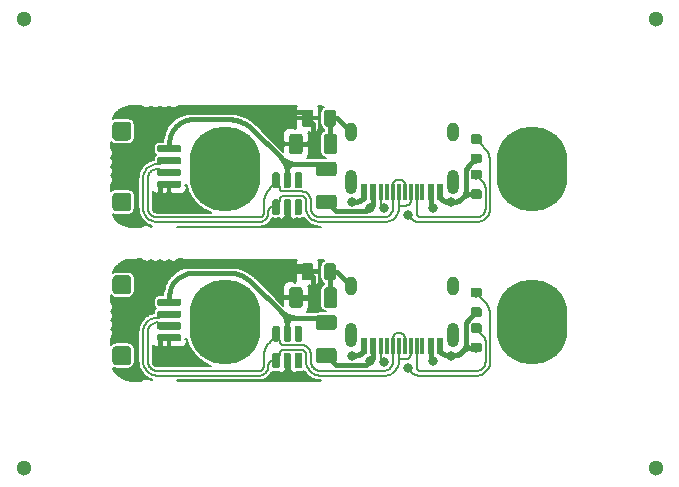
<source format=gbr>
G04 #@! TF.GenerationSoftware,KiCad,Pcbnew,(5.1.4)-1*
G04 #@! TF.CreationDate,2021-03-22T03:07:54-07:00*
G04 #@! TF.ProjectId,bsw,6273772e-6b69-4636-9164-5f7063625858,rev?*
G04 #@! TF.SameCoordinates,Original*
G04 #@! TF.FileFunction,Copper,L1,Top*
G04 #@! TF.FilePolarity,Positive*
%FSLAX46Y46*%
G04 Gerber Fmt 4.6, Leading zero omitted, Abs format (unit mm)*
G04 Created by KiCad (PCBNEW (5.1.4)-1) date 2021-03-22 03:07:54*
%MOMM*%
%LPD*%
G04 APERTURE LIST*
%ADD10C,1.300000*%
%ADD11C,0.100000*%
%ADD12C,0.800000*%
%ADD13R,0.600000X1.450000*%
%ADD14R,0.300000X1.450000*%
%ADD15O,1.000000X2.100000*%
%ADD16O,1.000000X1.600000*%
%ADD17C,0.600000*%
%ADD18C,1.125000*%
%ADD19C,1.600000*%
%ADD20O,6.000000X7.200000*%
%ADD21C,1.250000*%
%ADD22C,1.000000*%
%ADD23C,0.400000*%
%ADD24C,0.200000*%
G04 APERTURE END LIST*
D10*
X21500000Y-31000000D03*
X-32000000Y-31000000D03*
X21500000Y7000000D03*
X-32000000Y7000000D03*
D11*
G36*
X6594603Y-18775963D02*
G01*
X6614018Y-18778843D01*
X6633057Y-18783612D01*
X6651537Y-18790224D01*
X6669279Y-18798616D01*
X6686114Y-18808706D01*
X6701879Y-18820398D01*
X6716421Y-18833579D01*
X6729602Y-18848121D01*
X6741294Y-18863886D01*
X6751384Y-18880721D01*
X6759776Y-18898463D01*
X6766388Y-18916943D01*
X6771157Y-18935982D01*
X6774037Y-18955397D01*
X6775000Y-18975000D01*
X6775000Y-19375000D01*
X6774037Y-19394603D01*
X6771157Y-19414018D01*
X6766388Y-19433057D01*
X6759776Y-19451537D01*
X6751384Y-19469279D01*
X6741294Y-19486114D01*
X6729602Y-19501879D01*
X6716421Y-19516421D01*
X6701879Y-19529602D01*
X6686114Y-19541294D01*
X6669279Y-19551384D01*
X6651537Y-19559776D01*
X6633057Y-19566388D01*
X6614018Y-19571157D01*
X6594603Y-19574037D01*
X6575000Y-19575000D01*
X6025000Y-19575000D01*
X6005397Y-19574037D01*
X5985982Y-19571157D01*
X5966943Y-19566388D01*
X5948463Y-19559776D01*
X5930721Y-19551384D01*
X5913886Y-19541294D01*
X5898121Y-19529602D01*
X5883579Y-19516421D01*
X5870398Y-19501879D01*
X5858706Y-19486114D01*
X5848616Y-19469279D01*
X5840224Y-19451537D01*
X5833612Y-19433057D01*
X5828843Y-19414018D01*
X5825963Y-19394603D01*
X5825000Y-19375000D01*
X5825000Y-18975000D01*
X5825963Y-18955397D01*
X5828843Y-18935982D01*
X5833612Y-18916943D01*
X5840224Y-18898463D01*
X5848616Y-18880721D01*
X5858706Y-18863886D01*
X5870398Y-18848121D01*
X5883579Y-18833579D01*
X5898121Y-18820398D01*
X5913886Y-18808706D01*
X5930721Y-18798616D01*
X5948463Y-18790224D01*
X5966943Y-18783612D01*
X5985982Y-18778843D01*
X6005397Y-18775963D01*
X6025000Y-18775000D01*
X6575000Y-18775000D01*
X6594603Y-18775963D01*
X6594603Y-18775963D01*
G37*
D12*
X6300000Y-19175000D03*
D11*
G36*
X6594603Y-20425963D02*
G01*
X6614018Y-20428843D01*
X6633057Y-20433612D01*
X6651537Y-20440224D01*
X6669279Y-20448616D01*
X6686114Y-20458706D01*
X6701879Y-20470398D01*
X6716421Y-20483579D01*
X6729602Y-20498121D01*
X6741294Y-20513886D01*
X6751384Y-20530721D01*
X6759776Y-20548463D01*
X6766388Y-20566943D01*
X6771157Y-20585982D01*
X6774037Y-20605397D01*
X6775000Y-20625000D01*
X6775000Y-21025000D01*
X6774037Y-21044603D01*
X6771157Y-21064018D01*
X6766388Y-21083057D01*
X6759776Y-21101537D01*
X6751384Y-21119279D01*
X6741294Y-21136114D01*
X6729602Y-21151879D01*
X6716421Y-21166421D01*
X6701879Y-21179602D01*
X6686114Y-21191294D01*
X6669279Y-21201384D01*
X6651537Y-21209776D01*
X6633057Y-21216388D01*
X6614018Y-21221157D01*
X6594603Y-21224037D01*
X6575000Y-21225000D01*
X6025000Y-21225000D01*
X6005397Y-21224037D01*
X5985982Y-21221157D01*
X5966943Y-21216388D01*
X5948463Y-21209776D01*
X5930721Y-21201384D01*
X5913886Y-21191294D01*
X5898121Y-21179602D01*
X5883579Y-21166421D01*
X5870398Y-21151879D01*
X5858706Y-21136114D01*
X5848616Y-21119279D01*
X5840224Y-21101537D01*
X5833612Y-21083057D01*
X5828843Y-21064018D01*
X5825963Y-21044603D01*
X5825000Y-21025000D01*
X5825000Y-20625000D01*
X5825963Y-20605397D01*
X5828843Y-20585982D01*
X5833612Y-20566943D01*
X5840224Y-20548463D01*
X5848616Y-20530721D01*
X5858706Y-20513886D01*
X5870398Y-20498121D01*
X5883579Y-20483579D01*
X5898121Y-20470398D01*
X5913886Y-20458706D01*
X5930721Y-20448616D01*
X5948463Y-20440224D01*
X5966943Y-20433612D01*
X5985982Y-20428843D01*
X6005397Y-20425963D01*
X6025000Y-20425000D01*
X6575000Y-20425000D01*
X6594603Y-20425963D01*
X6594603Y-20425963D01*
G37*
D12*
X6300000Y-20825000D03*
D11*
G36*
X6594603Y-15775963D02*
G01*
X6614018Y-15778843D01*
X6633057Y-15783612D01*
X6651537Y-15790224D01*
X6669279Y-15798616D01*
X6686114Y-15808706D01*
X6701879Y-15820398D01*
X6716421Y-15833579D01*
X6729602Y-15848121D01*
X6741294Y-15863886D01*
X6751384Y-15880721D01*
X6759776Y-15898463D01*
X6766388Y-15916943D01*
X6771157Y-15935982D01*
X6774037Y-15955397D01*
X6775000Y-15975000D01*
X6775000Y-16375000D01*
X6774037Y-16394603D01*
X6771157Y-16414018D01*
X6766388Y-16433057D01*
X6759776Y-16451537D01*
X6751384Y-16469279D01*
X6741294Y-16486114D01*
X6729602Y-16501879D01*
X6716421Y-16516421D01*
X6701879Y-16529602D01*
X6686114Y-16541294D01*
X6669279Y-16551384D01*
X6651537Y-16559776D01*
X6633057Y-16566388D01*
X6614018Y-16571157D01*
X6594603Y-16574037D01*
X6575000Y-16575000D01*
X6025000Y-16575000D01*
X6005397Y-16574037D01*
X5985982Y-16571157D01*
X5966943Y-16566388D01*
X5948463Y-16559776D01*
X5930721Y-16551384D01*
X5913886Y-16541294D01*
X5898121Y-16529602D01*
X5883579Y-16516421D01*
X5870398Y-16501879D01*
X5858706Y-16486114D01*
X5848616Y-16469279D01*
X5840224Y-16451537D01*
X5833612Y-16433057D01*
X5828843Y-16414018D01*
X5825963Y-16394603D01*
X5825000Y-16375000D01*
X5825000Y-15975000D01*
X5825963Y-15955397D01*
X5828843Y-15935982D01*
X5833612Y-15916943D01*
X5840224Y-15898463D01*
X5848616Y-15880721D01*
X5858706Y-15863886D01*
X5870398Y-15848121D01*
X5883579Y-15833579D01*
X5898121Y-15820398D01*
X5913886Y-15808706D01*
X5930721Y-15798616D01*
X5948463Y-15790224D01*
X5966943Y-15783612D01*
X5985982Y-15778843D01*
X6005397Y-15775963D01*
X6025000Y-15775000D01*
X6575000Y-15775000D01*
X6594603Y-15775963D01*
X6594603Y-15775963D01*
G37*
D12*
X6300000Y-16175000D03*
D11*
G36*
X6594603Y-17425963D02*
G01*
X6614018Y-17428843D01*
X6633057Y-17433612D01*
X6651537Y-17440224D01*
X6669279Y-17448616D01*
X6686114Y-17458706D01*
X6701879Y-17470398D01*
X6716421Y-17483579D01*
X6729602Y-17498121D01*
X6741294Y-17513886D01*
X6751384Y-17530721D01*
X6759776Y-17548463D01*
X6766388Y-17566943D01*
X6771157Y-17585982D01*
X6774037Y-17605397D01*
X6775000Y-17625000D01*
X6775000Y-18025000D01*
X6774037Y-18044603D01*
X6771157Y-18064018D01*
X6766388Y-18083057D01*
X6759776Y-18101537D01*
X6751384Y-18119279D01*
X6741294Y-18136114D01*
X6729602Y-18151879D01*
X6716421Y-18166421D01*
X6701879Y-18179602D01*
X6686114Y-18191294D01*
X6669279Y-18201384D01*
X6651537Y-18209776D01*
X6633057Y-18216388D01*
X6614018Y-18221157D01*
X6594603Y-18224037D01*
X6575000Y-18225000D01*
X6025000Y-18225000D01*
X6005397Y-18224037D01*
X5985982Y-18221157D01*
X5966943Y-18216388D01*
X5948463Y-18209776D01*
X5930721Y-18201384D01*
X5913886Y-18191294D01*
X5898121Y-18179602D01*
X5883579Y-18166421D01*
X5870398Y-18151879D01*
X5858706Y-18136114D01*
X5848616Y-18119279D01*
X5840224Y-18101537D01*
X5833612Y-18083057D01*
X5828843Y-18064018D01*
X5825963Y-18044603D01*
X5825000Y-18025000D01*
X5825000Y-17625000D01*
X5825963Y-17605397D01*
X5828843Y-17585982D01*
X5833612Y-17566943D01*
X5840224Y-17548463D01*
X5848616Y-17530721D01*
X5858706Y-17513886D01*
X5870398Y-17498121D01*
X5883579Y-17483579D01*
X5898121Y-17470398D01*
X5913886Y-17458706D01*
X5930721Y-17448616D01*
X5948463Y-17440224D01*
X5966943Y-17433612D01*
X5985982Y-17428843D01*
X6005397Y-17425963D01*
X6025000Y-17425000D01*
X6575000Y-17425000D01*
X6594603Y-17425963D01*
X6594603Y-17425963D01*
G37*
D12*
X6300000Y-17825000D03*
D13*
X-3225000Y-20695000D03*
X3225000Y-20695000D03*
X-2450000Y-20695000D03*
X2450000Y-20695000D03*
D14*
X1750000Y-20695000D03*
X-1750000Y-20695000D03*
X1250000Y-20695000D03*
X-1250000Y-20695000D03*
X750000Y-20695000D03*
X-750000Y-20695000D03*
X-250000Y-20695000D03*
X250000Y-20695000D03*
D15*
X4320000Y-19780000D03*
X-4320000Y-19780000D03*
D16*
X4320000Y-15600000D03*
X-4320000Y-15600000D03*
D11*
G36*
X-10485297Y-19000722D02*
G01*
X-10470736Y-19002882D01*
X-10456457Y-19006459D01*
X-10442597Y-19011418D01*
X-10429290Y-19017712D01*
X-10416664Y-19025280D01*
X-10404841Y-19034048D01*
X-10393934Y-19043934D01*
X-10384048Y-19054841D01*
X-10375280Y-19066664D01*
X-10367712Y-19079290D01*
X-10361418Y-19092597D01*
X-10356459Y-19106457D01*
X-10352882Y-19120736D01*
X-10350722Y-19135297D01*
X-10350000Y-19150000D01*
X-10350000Y-20175000D01*
X-10350722Y-20189703D01*
X-10352882Y-20204264D01*
X-10356459Y-20218543D01*
X-10361418Y-20232403D01*
X-10367712Y-20245710D01*
X-10375280Y-20258336D01*
X-10384048Y-20270159D01*
X-10393934Y-20281066D01*
X-10404841Y-20290952D01*
X-10416664Y-20299720D01*
X-10429290Y-20307288D01*
X-10442597Y-20313582D01*
X-10456457Y-20318541D01*
X-10470736Y-20322118D01*
X-10485297Y-20324278D01*
X-10500000Y-20325000D01*
X-10800000Y-20325000D01*
X-10814703Y-20324278D01*
X-10829264Y-20322118D01*
X-10843543Y-20318541D01*
X-10857403Y-20313582D01*
X-10870710Y-20307288D01*
X-10883336Y-20299720D01*
X-10895159Y-20290952D01*
X-10906066Y-20281066D01*
X-10915952Y-20270159D01*
X-10924720Y-20258336D01*
X-10932288Y-20245710D01*
X-10938582Y-20232403D01*
X-10943541Y-20218543D01*
X-10947118Y-20204264D01*
X-10949278Y-20189703D01*
X-10950000Y-20175000D01*
X-10950000Y-19150000D01*
X-10949278Y-19135297D01*
X-10947118Y-19120736D01*
X-10943541Y-19106457D01*
X-10938582Y-19092597D01*
X-10932288Y-19079290D01*
X-10924720Y-19066664D01*
X-10915952Y-19054841D01*
X-10906066Y-19043934D01*
X-10895159Y-19034048D01*
X-10883336Y-19025280D01*
X-10870710Y-19017712D01*
X-10857403Y-19011418D01*
X-10843543Y-19006459D01*
X-10829264Y-19002882D01*
X-10814703Y-19000722D01*
X-10800000Y-19000000D01*
X-10500000Y-19000000D01*
X-10485297Y-19000722D01*
X-10485297Y-19000722D01*
G37*
D17*
X-10650000Y-19662500D03*
D11*
G36*
X-9535297Y-19000722D02*
G01*
X-9520736Y-19002882D01*
X-9506457Y-19006459D01*
X-9492597Y-19011418D01*
X-9479290Y-19017712D01*
X-9466664Y-19025280D01*
X-9454841Y-19034048D01*
X-9443934Y-19043934D01*
X-9434048Y-19054841D01*
X-9425280Y-19066664D01*
X-9417712Y-19079290D01*
X-9411418Y-19092597D01*
X-9406459Y-19106457D01*
X-9402882Y-19120736D01*
X-9400722Y-19135297D01*
X-9400000Y-19150000D01*
X-9400000Y-20175000D01*
X-9400722Y-20189703D01*
X-9402882Y-20204264D01*
X-9406459Y-20218543D01*
X-9411418Y-20232403D01*
X-9417712Y-20245710D01*
X-9425280Y-20258336D01*
X-9434048Y-20270159D01*
X-9443934Y-20281066D01*
X-9454841Y-20290952D01*
X-9466664Y-20299720D01*
X-9479290Y-20307288D01*
X-9492597Y-20313582D01*
X-9506457Y-20318541D01*
X-9520736Y-20322118D01*
X-9535297Y-20324278D01*
X-9550000Y-20325000D01*
X-9850000Y-20325000D01*
X-9864703Y-20324278D01*
X-9879264Y-20322118D01*
X-9893543Y-20318541D01*
X-9907403Y-20313582D01*
X-9920710Y-20307288D01*
X-9933336Y-20299720D01*
X-9945159Y-20290952D01*
X-9956066Y-20281066D01*
X-9965952Y-20270159D01*
X-9974720Y-20258336D01*
X-9982288Y-20245710D01*
X-9988582Y-20232403D01*
X-9993541Y-20218543D01*
X-9997118Y-20204264D01*
X-9999278Y-20189703D01*
X-10000000Y-20175000D01*
X-10000000Y-19150000D01*
X-9999278Y-19135297D01*
X-9997118Y-19120736D01*
X-9993541Y-19106457D01*
X-9988582Y-19092597D01*
X-9982288Y-19079290D01*
X-9974720Y-19066664D01*
X-9965952Y-19054841D01*
X-9956066Y-19043934D01*
X-9945159Y-19034048D01*
X-9933336Y-19025280D01*
X-9920710Y-19017712D01*
X-9907403Y-19011418D01*
X-9893543Y-19006459D01*
X-9879264Y-19002882D01*
X-9864703Y-19000722D01*
X-9850000Y-19000000D01*
X-9550000Y-19000000D01*
X-9535297Y-19000722D01*
X-9535297Y-19000722D01*
G37*
D17*
X-9700000Y-19662500D03*
D11*
G36*
X-8585297Y-19000722D02*
G01*
X-8570736Y-19002882D01*
X-8556457Y-19006459D01*
X-8542597Y-19011418D01*
X-8529290Y-19017712D01*
X-8516664Y-19025280D01*
X-8504841Y-19034048D01*
X-8493934Y-19043934D01*
X-8484048Y-19054841D01*
X-8475280Y-19066664D01*
X-8467712Y-19079290D01*
X-8461418Y-19092597D01*
X-8456459Y-19106457D01*
X-8452882Y-19120736D01*
X-8450722Y-19135297D01*
X-8450000Y-19150000D01*
X-8450000Y-20175000D01*
X-8450722Y-20189703D01*
X-8452882Y-20204264D01*
X-8456459Y-20218543D01*
X-8461418Y-20232403D01*
X-8467712Y-20245710D01*
X-8475280Y-20258336D01*
X-8484048Y-20270159D01*
X-8493934Y-20281066D01*
X-8504841Y-20290952D01*
X-8516664Y-20299720D01*
X-8529290Y-20307288D01*
X-8542597Y-20313582D01*
X-8556457Y-20318541D01*
X-8570736Y-20322118D01*
X-8585297Y-20324278D01*
X-8600000Y-20325000D01*
X-8900000Y-20325000D01*
X-8914703Y-20324278D01*
X-8929264Y-20322118D01*
X-8943543Y-20318541D01*
X-8957403Y-20313582D01*
X-8970710Y-20307288D01*
X-8983336Y-20299720D01*
X-8995159Y-20290952D01*
X-9006066Y-20281066D01*
X-9015952Y-20270159D01*
X-9024720Y-20258336D01*
X-9032288Y-20245710D01*
X-9038582Y-20232403D01*
X-9043541Y-20218543D01*
X-9047118Y-20204264D01*
X-9049278Y-20189703D01*
X-9050000Y-20175000D01*
X-9050000Y-19150000D01*
X-9049278Y-19135297D01*
X-9047118Y-19120736D01*
X-9043541Y-19106457D01*
X-9038582Y-19092597D01*
X-9032288Y-19079290D01*
X-9024720Y-19066664D01*
X-9015952Y-19054841D01*
X-9006066Y-19043934D01*
X-8995159Y-19034048D01*
X-8983336Y-19025280D01*
X-8970710Y-19017712D01*
X-8957403Y-19011418D01*
X-8943543Y-19006459D01*
X-8929264Y-19002882D01*
X-8914703Y-19000722D01*
X-8900000Y-19000000D01*
X-8600000Y-19000000D01*
X-8585297Y-19000722D01*
X-8585297Y-19000722D01*
G37*
D17*
X-8750000Y-19662500D03*
D11*
G36*
X-8585297Y-21275722D02*
G01*
X-8570736Y-21277882D01*
X-8556457Y-21281459D01*
X-8542597Y-21286418D01*
X-8529290Y-21292712D01*
X-8516664Y-21300280D01*
X-8504841Y-21309048D01*
X-8493934Y-21318934D01*
X-8484048Y-21329841D01*
X-8475280Y-21341664D01*
X-8467712Y-21354290D01*
X-8461418Y-21367597D01*
X-8456459Y-21381457D01*
X-8452882Y-21395736D01*
X-8450722Y-21410297D01*
X-8450000Y-21425000D01*
X-8450000Y-22450000D01*
X-8450722Y-22464703D01*
X-8452882Y-22479264D01*
X-8456459Y-22493543D01*
X-8461418Y-22507403D01*
X-8467712Y-22520710D01*
X-8475280Y-22533336D01*
X-8484048Y-22545159D01*
X-8493934Y-22556066D01*
X-8504841Y-22565952D01*
X-8516664Y-22574720D01*
X-8529290Y-22582288D01*
X-8542597Y-22588582D01*
X-8556457Y-22593541D01*
X-8570736Y-22597118D01*
X-8585297Y-22599278D01*
X-8600000Y-22600000D01*
X-8900000Y-22600000D01*
X-8914703Y-22599278D01*
X-8929264Y-22597118D01*
X-8943543Y-22593541D01*
X-8957403Y-22588582D01*
X-8970710Y-22582288D01*
X-8983336Y-22574720D01*
X-8995159Y-22565952D01*
X-9006066Y-22556066D01*
X-9015952Y-22545159D01*
X-9024720Y-22533336D01*
X-9032288Y-22520710D01*
X-9038582Y-22507403D01*
X-9043541Y-22493543D01*
X-9047118Y-22479264D01*
X-9049278Y-22464703D01*
X-9050000Y-22450000D01*
X-9050000Y-21425000D01*
X-9049278Y-21410297D01*
X-9047118Y-21395736D01*
X-9043541Y-21381457D01*
X-9038582Y-21367597D01*
X-9032288Y-21354290D01*
X-9024720Y-21341664D01*
X-9015952Y-21329841D01*
X-9006066Y-21318934D01*
X-8995159Y-21309048D01*
X-8983336Y-21300280D01*
X-8970710Y-21292712D01*
X-8957403Y-21286418D01*
X-8943543Y-21281459D01*
X-8929264Y-21277882D01*
X-8914703Y-21275722D01*
X-8900000Y-21275000D01*
X-8600000Y-21275000D01*
X-8585297Y-21275722D01*
X-8585297Y-21275722D01*
G37*
D17*
X-8750000Y-21937500D03*
D11*
G36*
X-9535297Y-21275722D02*
G01*
X-9520736Y-21277882D01*
X-9506457Y-21281459D01*
X-9492597Y-21286418D01*
X-9479290Y-21292712D01*
X-9466664Y-21300280D01*
X-9454841Y-21309048D01*
X-9443934Y-21318934D01*
X-9434048Y-21329841D01*
X-9425280Y-21341664D01*
X-9417712Y-21354290D01*
X-9411418Y-21367597D01*
X-9406459Y-21381457D01*
X-9402882Y-21395736D01*
X-9400722Y-21410297D01*
X-9400000Y-21425000D01*
X-9400000Y-22450000D01*
X-9400722Y-22464703D01*
X-9402882Y-22479264D01*
X-9406459Y-22493543D01*
X-9411418Y-22507403D01*
X-9417712Y-22520710D01*
X-9425280Y-22533336D01*
X-9434048Y-22545159D01*
X-9443934Y-22556066D01*
X-9454841Y-22565952D01*
X-9466664Y-22574720D01*
X-9479290Y-22582288D01*
X-9492597Y-22588582D01*
X-9506457Y-22593541D01*
X-9520736Y-22597118D01*
X-9535297Y-22599278D01*
X-9550000Y-22600000D01*
X-9850000Y-22600000D01*
X-9864703Y-22599278D01*
X-9879264Y-22597118D01*
X-9893543Y-22593541D01*
X-9907403Y-22588582D01*
X-9920710Y-22582288D01*
X-9933336Y-22574720D01*
X-9945159Y-22565952D01*
X-9956066Y-22556066D01*
X-9965952Y-22545159D01*
X-9974720Y-22533336D01*
X-9982288Y-22520710D01*
X-9988582Y-22507403D01*
X-9993541Y-22493543D01*
X-9997118Y-22479264D01*
X-9999278Y-22464703D01*
X-10000000Y-22450000D01*
X-10000000Y-21425000D01*
X-9999278Y-21410297D01*
X-9997118Y-21395736D01*
X-9993541Y-21381457D01*
X-9988582Y-21367597D01*
X-9982288Y-21354290D01*
X-9974720Y-21341664D01*
X-9965952Y-21329841D01*
X-9956066Y-21318934D01*
X-9945159Y-21309048D01*
X-9933336Y-21300280D01*
X-9920710Y-21292712D01*
X-9907403Y-21286418D01*
X-9893543Y-21281459D01*
X-9879264Y-21277882D01*
X-9864703Y-21275722D01*
X-9850000Y-21275000D01*
X-9550000Y-21275000D01*
X-9535297Y-21275722D01*
X-9535297Y-21275722D01*
G37*
D17*
X-9700000Y-21937500D03*
D11*
G36*
X-10485297Y-21275722D02*
G01*
X-10470736Y-21277882D01*
X-10456457Y-21281459D01*
X-10442597Y-21286418D01*
X-10429290Y-21292712D01*
X-10416664Y-21300280D01*
X-10404841Y-21309048D01*
X-10393934Y-21318934D01*
X-10384048Y-21329841D01*
X-10375280Y-21341664D01*
X-10367712Y-21354290D01*
X-10361418Y-21367597D01*
X-10356459Y-21381457D01*
X-10352882Y-21395736D01*
X-10350722Y-21410297D01*
X-10350000Y-21425000D01*
X-10350000Y-22450000D01*
X-10350722Y-22464703D01*
X-10352882Y-22479264D01*
X-10356459Y-22493543D01*
X-10361418Y-22507403D01*
X-10367712Y-22520710D01*
X-10375280Y-22533336D01*
X-10384048Y-22545159D01*
X-10393934Y-22556066D01*
X-10404841Y-22565952D01*
X-10416664Y-22574720D01*
X-10429290Y-22582288D01*
X-10442597Y-22588582D01*
X-10456457Y-22593541D01*
X-10470736Y-22597118D01*
X-10485297Y-22599278D01*
X-10500000Y-22600000D01*
X-10800000Y-22600000D01*
X-10814703Y-22599278D01*
X-10829264Y-22597118D01*
X-10843543Y-22593541D01*
X-10857403Y-22588582D01*
X-10870710Y-22582288D01*
X-10883336Y-22574720D01*
X-10895159Y-22565952D01*
X-10906066Y-22556066D01*
X-10915952Y-22545159D01*
X-10924720Y-22533336D01*
X-10932288Y-22520710D01*
X-10938582Y-22507403D01*
X-10943541Y-22493543D01*
X-10947118Y-22479264D01*
X-10949278Y-22464703D01*
X-10950000Y-22450000D01*
X-10950000Y-21425000D01*
X-10949278Y-21410297D01*
X-10947118Y-21395736D01*
X-10943541Y-21381457D01*
X-10938582Y-21367597D01*
X-10932288Y-21354290D01*
X-10924720Y-21341664D01*
X-10915952Y-21329841D01*
X-10906066Y-21318934D01*
X-10895159Y-21309048D01*
X-10883336Y-21300280D01*
X-10870710Y-21292712D01*
X-10857403Y-21286418D01*
X-10843543Y-21281459D01*
X-10829264Y-21277882D01*
X-10814703Y-21275722D01*
X-10800000Y-21275000D01*
X-10500000Y-21275000D01*
X-10485297Y-21275722D01*
X-10485297Y-21275722D01*
G37*
D17*
X-10650000Y-21937500D03*
D11*
G36*
X-8625495Y-15726204D02*
G01*
X-8601227Y-15729804D01*
X-8577428Y-15735765D01*
X-8554329Y-15744030D01*
X-8532150Y-15754520D01*
X-8511107Y-15767132D01*
X-8491401Y-15781747D01*
X-8473223Y-15798223D01*
X-8456747Y-15816401D01*
X-8442132Y-15836107D01*
X-8429520Y-15857150D01*
X-8419030Y-15879329D01*
X-8410765Y-15902428D01*
X-8404804Y-15926227D01*
X-8401204Y-15950495D01*
X-8400000Y-15974999D01*
X-8400000Y-17225001D01*
X-8401204Y-17249505D01*
X-8404804Y-17273773D01*
X-8410765Y-17297572D01*
X-8419030Y-17320671D01*
X-8429520Y-17342850D01*
X-8442132Y-17363893D01*
X-8456747Y-17383599D01*
X-8473223Y-17401777D01*
X-8491401Y-17418253D01*
X-8511107Y-17432868D01*
X-8532150Y-17445480D01*
X-8554329Y-17455970D01*
X-8577428Y-17464235D01*
X-8601227Y-17470196D01*
X-8625495Y-17473796D01*
X-8649999Y-17475000D01*
X-9275001Y-17475000D01*
X-9299505Y-17473796D01*
X-9323773Y-17470196D01*
X-9347572Y-17464235D01*
X-9370671Y-17455970D01*
X-9392850Y-17445480D01*
X-9413893Y-17432868D01*
X-9433599Y-17418253D01*
X-9451777Y-17401777D01*
X-9468253Y-17383599D01*
X-9482868Y-17363893D01*
X-9495480Y-17342850D01*
X-9505970Y-17320671D01*
X-9514235Y-17297572D01*
X-9520196Y-17273773D01*
X-9523796Y-17249505D01*
X-9525000Y-17225001D01*
X-9525000Y-15974999D01*
X-9523796Y-15950495D01*
X-9520196Y-15926227D01*
X-9514235Y-15902428D01*
X-9505970Y-15879329D01*
X-9495480Y-15857150D01*
X-9482868Y-15836107D01*
X-9468253Y-15816401D01*
X-9451777Y-15798223D01*
X-9433599Y-15781747D01*
X-9413893Y-15767132D01*
X-9392850Y-15754520D01*
X-9370671Y-15744030D01*
X-9347572Y-15735765D01*
X-9323773Y-15729804D01*
X-9299505Y-15726204D01*
X-9275001Y-15725000D01*
X-8649999Y-15725000D01*
X-8625495Y-15726204D01*
X-8625495Y-15726204D01*
G37*
D18*
X-8962500Y-16600000D03*
D11*
G36*
X-5700495Y-15726204D02*
G01*
X-5676227Y-15729804D01*
X-5652428Y-15735765D01*
X-5629329Y-15744030D01*
X-5607150Y-15754520D01*
X-5586107Y-15767132D01*
X-5566401Y-15781747D01*
X-5548223Y-15798223D01*
X-5531747Y-15816401D01*
X-5517132Y-15836107D01*
X-5504520Y-15857150D01*
X-5494030Y-15879329D01*
X-5485765Y-15902428D01*
X-5479804Y-15926227D01*
X-5476204Y-15950495D01*
X-5475000Y-15974999D01*
X-5475000Y-17225001D01*
X-5476204Y-17249505D01*
X-5479804Y-17273773D01*
X-5485765Y-17297572D01*
X-5494030Y-17320671D01*
X-5504520Y-17342850D01*
X-5517132Y-17363893D01*
X-5531747Y-17383599D01*
X-5548223Y-17401777D01*
X-5566401Y-17418253D01*
X-5586107Y-17432868D01*
X-5607150Y-17445480D01*
X-5629329Y-17455970D01*
X-5652428Y-17464235D01*
X-5676227Y-17470196D01*
X-5700495Y-17473796D01*
X-5724999Y-17475000D01*
X-6350001Y-17475000D01*
X-6374505Y-17473796D01*
X-6398773Y-17470196D01*
X-6422572Y-17464235D01*
X-6445671Y-17455970D01*
X-6467850Y-17445480D01*
X-6488893Y-17432868D01*
X-6508599Y-17418253D01*
X-6526777Y-17401777D01*
X-6543253Y-17383599D01*
X-6557868Y-17363893D01*
X-6570480Y-17342850D01*
X-6580970Y-17320671D01*
X-6589235Y-17297572D01*
X-6595196Y-17273773D01*
X-6598796Y-17249505D01*
X-6600000Y-17225001D01*
X-6600000Y-15974999D01*
X-6598796Y-15950495D01*
X-6595196Y-15926227D01*
X-6589235Y-15902428D01*
X-6580970Y-15879329D01*
X-6570480Y-15857150D01*
X-6557868Y-15836107D01*
X-6543253Y-15816401D01*
X-6526777Y-15798223D01*
X-6508599Y-15781747D01*
X-6488893Y-15767132D01*
X-6467850Y-15754520D01*
X-6445671Y-15744030D01*
X-6422572Y-15735765D01*
X-6398773Y-15729804D01*
X-6374505Y-15726204D01*
X-6350001Y-15725000D01*
X-5724999Y-15725000D01*
X-5700495Y-15726204D01*
X-5700495Y-15726204D01*
G37*
D18*
X-6037500Y-16600000D03*
D11*
G36*
X-23188635Y-20701541D02*
G01*
X-23157571Y-20706149D01*
X-23127109Y-20713779D01*
X-23097541Y-20724359D01*
X-23069153Y-20737785D01*
X-23042218Y-20753930D01*
X-23016994Y-20772637D01*
X-22993726Y-20793726D01*
X-22972637Y-20816994D01*
X-22953930Y-20842218D01*
X-22937785Y-20869153D01*
X-22924359Y-20897541D01*
X-22913779Y-20927109D01*
X-22906149Y-20957571D01*
X-22901541Y-20988635D01*
X-22900000Y-21020000D01*
X-22900000Y-21980000D01*
X-22901541Y-22011365D01*
X-22906149Y-22042429D01*
X-22913779Y-22072891D01*
X-22924359Y-22102459D01*
X-22937785Y-22130847D01*
X-22953930Y-22157782D01*
X-22972637Y-22183006D01*
X-22993726Y-22206274D01*
X-23016994Y-22227363D01*
X-23042218Y-22246070D01*
X-23069153Y-22262215D01*
X-23097541Y-22275641D01*
X-23127109Y-22286221D01*
X-23157571Y-22293851D01*
X-23188635Y-22298459D01*
X-23220000Y-22300000D01*
X-24180000Y-22300000D01*
X-24211365Y-22298459D01*
X-24242429Y-22293851D01*
X-24272891Y-22286221D01*
X-24302459Y-22275641D01*
X-24330847Y-22262215D01*
X-24357782Y-22246070D01*
X-24383006Y-22227363D01*
X-24406274Y-22206274D01*
X-24427363Y-22183006D01*
X-24446070Y-22157782D01*
X-24462215Y-22130847D01*
X-24475641Y-22102459D01*
X-24486221Y-22072891D01*
X-24493851Y-22042429D01*
X-24498459Y-22011365D01*
X-24500000Y-21980000D01*
X-24500000Y-21020000D01*
X-24498459Y-20988635D01*
X-24493851Y-20957571D01*
X-24486221Y-20927109D01*
X-24475641Y-20897541D01*
X-24462215Y-20869153D01*
X-24446070Y-20842218D01*
X-24427363Y-20816994D01*
X-24406274Y-20793726D01*
X-24383006Y-20772637D01*
X-24357782Y-20753930D01*
X-24330847Y-20737785D01*
X-24302459Y-20724359D01*
X-24272891Y-20713779D01*
X-24242429Y-20706149D01*
X-24211365Y-20701541D01*
X-24180000Y-20700000D01*
X-23220000Y-20700000D01*
X-23188635Y-20701541D01*
X-23188635Y-20701541D01*
G37*
D19*
X-23700000Y-21500000D03*
D11*
G36*
X-23188635Y-14701541D02*
G01*
X-23157571Y-14706149D01*
X-23127109Y-14713779D01*
X-23097541Y-14724359D01*
X-23069153Y-14737785D01*
X-23042218Y-14753930D01*
X-23016994Y-14772637D01*
X-22993726Y-14793726D01*
X-22972637Y-14816994D01*
X-22953930Y-14842218D01*
X-22937785Y-14869153D01*
X-22924359Y-14897541D01*
X-22913779Y-14927109D01*
X-22906149Y-14957571D01*
X-22901541Y-14988635D01*
X-22900000Y-15020000D01*
X-22900000Y-15980000D01*
X-22901541Y-16011365D01*
X-22906149Y-16042429D01*
X-22913779Y-16072891D01*
X-22924359Y-16102459D01*
X-22937785Y-16130847D01*
X-22953930Y-16157782D01*
X-22972637Y-16183006D01*
X-22993726Y-16206274D01*
X-23016994Y-16227363D01*
X-23042218Y-16246070D01*
X-23069153Y-16262215D01*
X-23097541Y-16275641D01*
X-23127109Y-16286221D01*
X-23157571Y-16293851D01*
X-23188635Y-16298459D01*
X-23220000Y-16300000D01*
X-24180000Y-16300000D01*
X-24211365Y-16298459D01*
X-24242429Y-16293851D01*
X-24272891Y-16286221D01*
X-24302459Y-16275641D01*
X-24330847Y-16262215D01*
X-24357782Y-16246070D01*
X-24383006Y-16227363D01*
X-24406274Y-16206274D01*
X-24427363Y-16183006D01*
X-24446070Y-16157782D01*
X-24462215Y-16130847D01*
X-24475641Y-16102459D01*
X-24486221Y-16072891D01*
X-24493851Y-16042429D01*
X-24498459Y-16011365D01*
X-24500000Y-15980000D01*
X-24500000Y-15020000D01*
X-24498459Y-14988635D01*
X-24493851Y-14957571D01*
X-24486221Y-14927109D01*
X-24475641Y-14897541D01*
X-24462215Y-14869153D01*
X-24446070Y-14842218D01*
X-24427363Y-14816994D01*
X-24406274Y-14793726D01*
X-24383006Y-14772637D01*
X-24357782Y-14753930D01*
X-24330847Y-14737785D01*
X-24302459Y-14724359D01*
X-24272891Y-14713779D01*
X-24242429Y-14706149D01*
X-24211365Y-14701541D01*
X-24180000Y-14700000D01*
X-23220000Y-14700000D01*
X-23188635Y-14701541D01*
X-23188635Y-14701541D01*
G37*
D19*
X-23700000Y-15500000D03*
D11*
G36*
X-18835297Y-19700722D02*
G01*
X-18820736Y-19702882D01*
X-18806457Y-19706459D01*
X-18792597Y-19711418D01*
X-18779290Y-19717712D01*
X-18766664Y-19725280D01*
X-18754841Y-19734048D01*
X-18743934Y-19743934D01*
X-18734048Y-19754841D01*
X-18725280Y-19766664D01*
X-18717712Y-19779290D01*
X-18711418Y-19792597D01*
X-18706459Y-19806457D01*
X-18702882Y-19820736D01*
X-18700722Y-19835297D01*
X-18700000Y-19850000D01*
X-18700000Y-20150000D01*
X-18700722Y-20164703D01*
X-18702882Y-20179264D01*
X-18706459Y-20193543D01*
X-18711418Y-20207403D01*
X-18717712Y-20220710D01*
X-18725280Y-20233336D01*
X-18734048Y-20245159D01*
X-18743934Y-20256066D01*
X-18754841Y-20265952D01*
X-18766664Y-20274720D01*
X-18779290Y-20282288D01*
X-18792597Y-20288582D01*
X-18806457Y-20293541D01*
X-18820736Y-20297118D01*
X-18835297Y-20299278D01*
X-18850000Y-20300000D01*
X-20550000Y-20300000D01*
X-20564703Y-20299278D01*
X-20579264Y-20297118D01*
X-20593543Y-20293541D01*
X-20607403Y-20288582D01*
X-20620710Y-20282288D01*
X-20633336Y-20274720D01*
X-20645159Y-20265952D01*
X-20656066Y-20256066D01*
X-20665952Y-20245159D01*
X-20674720Y-20233336D01*
X-20682288Y-20220710D01*
X-20688582Y-20207403D01*
X-20693541Y-20193543D01*
X-20697118Y-20179264D01*
X-20699278Y-20164703D01*
X-20700000Y-20150000D01*
X-20700000Y-19850000D01*
X-20699278Y-19835297D01*
X-20697118Y-19820736D01*
X-20693541Y-19806457D01*
X-20688582Y-19792597D01*
X-20682288Y-19779290D01*
X-20674720Y-19766664D01*
X-20665952Y-19754841D01*
X-20656066Y-19743934D01*
X-20645159Y-19734048D01*
X-20633336Y-19725280D01*
X-20620710Y-19717712D01*
X-20607403Y-19711418D01*
X-20593543Y-19706459D01*
X-20579264Y-19702882D01*
X-20564703Y-19700722D01*
X-20550000Y-19700000D01*
X-18850000Y-19700000D01*
X-18835297Y-19700722D01*
X-18835297Y-19700722D01*
G37*
D17*
X-19700000Y-20000000D03*
D11*
G36*
X-18835297Y-18700722D02*
G01*
X-18820736Y-18702882D01*
X-18806457Y-18706459D01*
X-18792597Y-18711418D01*
X-18779290Y-18717712D01*
X-18766664Y-18725280D01*
X-18754841Y-18734048D01*
X-18743934Y-18743934D01*
X-18734048Y-18754841D01*
X-18725280Y-18766664D01*
X-18717712Y-18779290D01*
X-18711418Y-18792597D01*
X-18706459Y-18806457D01*
X-18702882Y-18820736D01*
X-18700722Y-18835297D01*
X-18700000Y-18850000D01*
X-18700000Y-19150000D01*
X-18700722Y-19164703D01*
X-18702882Y-19179264D01*
X-18706459Y-19193543D01*
X-18711418Y-19207403D01*
X-18717712Y-19220710D01*
X-18725280Y-19233336D01*
X-18734048Y-19245159D01*
X-18743934Y-19256066D01*
X-18754841Y-19265952D01*
X-18766664Y-19274720D01*
X-18779290Y-19282288D01*
X-18792597Y-19288582D01*
X-18806457Y-19293541D01*
X-18820736Y-19297118D01*
X-18835297Y-19299278D01*
X-18850000Y-19300000D01*
X-20550000Y-19300000D01*
X-20564703Y-19299278D01*
X-20579264Y-19297118D01*
X-20593543Y-19293541D01*
X-20607403Y-19288582D01*
X-20620710Y-19282288D01*
X-20633336Y-19274720D01*
X-20645159Y-19265952D01*
X-20656066Y-19256066D01*
X-20665952Y-19245159D01*
X-20674720Y-19233336D01*
X-20682288Y-19220710D01*
X-20688582Y-19207403D01*
X-20693541Y-19193543D01*
X-20697118Y-19179264D01*
X-20699278Y-19164703D01*
X-20700000Y-19150000D01*
X-20700000Y-18850000D01*
X-20699278Y-18835297D01*
X-20697118Y-18820736D01*
X-20693541Y-18806457D01*
X-20688582Y-18792597D01*
X-20682288Y-18779290D01*
X-20674720Y-18766664D01*
X-20665952Y-18754841D01*
X-20656066Y-18743934D01*
X-20645159Y-18734048D01*
X-20633336Y-18725280D01*
X-20620710Y-18717712D01*
X-20607403Y-18711418D01*
X-20593543Y-18706459D01*
X-20579264Y-18702882D01*
X-20564703Y-18700722D01*
X-20550000Y-18700000D01*
X-18850000Y-18700000D01*
X-18835297Y-18700722D01*
X-18835297Y-18700722D01*
G37*
D17*
X-19700000Y-19000000D03*
D11*
G36*
X-18835297Y-17700722D02*
G01*
X-18820736Y-17702882D01*
X-18806457Y-17706459D01*
X-18792597Y-17711418D01*
X-18779290Y-17717712D01*
X-18766664Y-17725280D01*
X-18754841Y-17734048D01*
X-18743934Y-17743934D01*
X-18734048Y-17754841D01*
X-18725280Y-17766664D01*
X-18717712Y-17779290D01*
X-18711418Y-17792597D01*
X-18706459Y-17806457D01*
X-18702882Y-17820736D01*
X-18700722Y-17835297D01*
X-18700000Y-17850000D01*
X-18700000Y-18150000D01*
X-18700722Y-18164703D01*
X-18702882Y-18179264D01*
X-18706459Y-18193543D01*
X-18711418Y-18207403D01*
X-18717712Y-18220710D01*
X-18725280Y-18233336D01*
X-18734048Y-18245159D01*
X-18743934Y-18256066D01*
X-18754841Y-18265952D01*
X-18766664Y-18274720D01*
X-18779290Y-18282288D01*
X-18792597Y-18288582D01*
X-18806457Y-18293541D01*
X-18820736Y-18297118D01*
X-18835297Y-18299278D01*
X-18850000Y-18300000D01*
X-20550000Y-18300000D01*
X-20564703Y-18299278D01*
X-20579264Y-18297118D01*
X-20593543Y-18293541D01*
X-20607403Y-18288582D01*
X-20620710Y-18282288D01*
X-20633336Y-18274720D01*
X-20645159Y-18265952D01*
X-20656066Y-18256066D01*
X-20665952Y-18245159D01*
X-20674720Y-18233336D01*
X-20682288Y-18220710D01*
X-20688582Y-18207403D01*
X-20693541Y-18193543D01*
X-20697118Y-18179264D01*
X-20699278Y-18164703D01*
X-20700000Y-18150000D01*
X-20700000Y-17850000D01*
X-20699278Y-17835297D01*
X-20697118Y-17820736D01*
X-20693541Y-17806457D01*
X-20688582Y-17792597D01*
X-20682288Y-17779290D01*
X-20674720Y-17766664D01*
X-20665952Y-17754841D01*
X-20656066Y-17743934D01*
X-20645159Y-17734048D01*
X-20633336Y-17725280D01*
X-20620710Y-17717712D01*
X-20607403Y-17711418D01*
X-20593543Y-17706459D01*
X-20579264Y-17702882D01*
X-20564703Y-17700722D01*
X-20550000Y-17700000D01*
X-18850000Y-17700000D01*
X-18835297Y-17700722D01*
X-18835297Y-17700722D01*
G37*
D17*
X-19700000Y-18000000D03*
D11*
G36*
X-18835297Y-16700722D02*
G01*
X-18820736Y-16702882D01*
X-18806457Y-16706459D01*
X-18792597Y-16711418D01*
X-18779290Y-16717712D01*
X-18766664Y-16725280D01*
X-18754841Y-16734048D01*
X-18743934Y-16743934D01*
X-18734048Y-16754841D01*
X-18725280Y-16766664D01*
X-18717712Y-16779290D01*
X-18711418Y-16792597D01*
X-18706459Y-16806457D01*
X-18702882Y-16820736D01*
X-18700722Y-16835297D01*
X-18700000Y-16850000D01*
X-18700000Y-17150000D01*
X-18700722Y-17164703D01*
X-18702882Y-17179264D01*
X-18706459Y-17193543D01*
X-18711418Y-17207403D01*
X-18717712Y-17220710D01*
X-18725280Y-17233336D01*
X-18734048Y-17245159D01*
X-18743934Y-17256066D01*
X-18754841Y-17265952D01*
X-18766664Y-17274720D01*
X-18779290Y-17282288D01*
X-18792597Y-17288582D01*
X-18806457Y-17293541D01*
X-18820736Y-17297118D01*
X-18835297Y-17299278D01*
X-18850000Y-17300000D01*
X-20550000Y-17300000D01*
X-20564703Y-17299278D01*
X-20579264Y-17297118D01*
X-20593543Y-17293541D01*
X-20607403Y-17288582D01*
X-20620710Y-17282288D01*
X-20633336Y-17274720D01*
X-20645159Y-17265952D01*
X-20656066Y-17256066D01*
X-20665952Y-17245159D01*
X-20674720Y-17233336D01*
X-20682288Y-17220710D01*
X-20688582Y-17207403D01*
X-20693541Y-17193543D01*
X-20697118Y-17179264D01*
X-20699278Y-17164703D01*
X-20700000Y-17150000D01*
X-20700000Y-16850000D01*
X-20699278Y-16835297D01*
X-20697118Y-16820736D01*
X-20693541Y-16806457D01*
X-20688582Y-16792597D01*
X-20682288Y-16779290D01*
X-20674720Y-16766664D01*
X-20665952Y-16754841D01*
X-20656066Y-16743934D01*
X-20645159Y-16734048D01*
X-20633336Y-16725280D01*
X-20620710Y-16717712D01*
X-20607403Y-16711418D01*
X-20593543Y-16706459D01*
X-20579264Y-16702882D01*
X-20564703Y-16700722D01*
X-20550000Y-16700000D01*
X-18850000Y-16700000D01*
X-18835297Y-16700722D01*
X-18835297Y-16700722D01*
G37*
D17*
X-19700000Y-17000000D03*
D12*
X12626346Y-16623654D03*
X11000000Y-15800000D03*
X9373654Y-16623654D03*
X8700000Y-18700000D03*
X9373654Y-20776346D03*
X11000000Y-21600000D03*
X12626346Y-20776346D03*
X13300000Y-18700000D03*
D20*
X11000000Y-18700000D03*
D12*
X-13373654Y-16623654D03*
X-15000000Y-15800000D03*
X-16626346Y-16623654D03*
X-17300000Y-18700000D03*
X-16626346Y-20776346D03*
X-15000000Y-21600000D03*
X-13373654Y-20776346D03*
X-12700000Y-18700000D03*
D20*
X-15000000Y-18700000D03*
D11*
G36*
X-5750496Y-20876204D02*
G01*
X-5726227Y-20879804D01*
X-5702429Y-20885765D01*
X-5679329Y-20894030D01*
X-5657151Y-20904520D01*
X-5636107Y-20917133D01*
X-5616402Y-20931747D01*
X-5598223Y-20948223D01*
X-5581747Y-20966402D01*
X-5567133Y-20986107D01*
X-5554520Y-21007151D01*
X-5544030Y-21029329D01*
X-5535765Y-21052429D01*
X-5529804Y-21076227D01*
X-5526204Y-21100496D01*
X-5525000Y-21125000D01*
X-5525000Y-21875000D01*
X-5526204Y-21899504D01*
X-5529804Y-21923773D01*
X-5535765Y-21947571D01*
X-5544030Y-21970671D01*
X-5554520Y-21992849D01*
X-5567133Y-22013893D01*
X-5581747Y-22033598D01*
X-5598223Y-22051777D01*
X-5616402Y-22068253D01*
X-5636107Y-22082867D01*
X-5657151Y-22095480D01*
X-5679329Y-22105970D01*
X-5702429Y-22114235D01*
X-5726227Y-22120196D01*
X-5750496Y-22123796D01*
X-5775000Y-22125000D01*
X-7025000Y-22125000D01*
X-7049504Y-22123796D01*
X-7073773Y-22120196D01*
X-7097571Y-22114235D01*
X-7120671Y-22105970D01*
X-7142849Y-22095480D01*
X-7163893Y-22082867D01*
X-7183598Y-22068253D01*
X-7201777Y-22051777D01*
X-7218253Y-22033598D01*
X-7232867Y-22013893D01*
X-7245480Y-21992849D01*
X-7255970Y-21970671D01*
X-7264235Y-21947571D01*
X-7270196Y-21923773D01*
X-7273796Y-21899504D01*
X-7275000Y-21875000D01*
X-7275000Y-21125000D01*
X-7273796Y-21100496D01*
X-7270196Y-21076227D01*
X-7264235Y-21052429D01*
X-7255970Y-21029329D01*
X-7245480Y-21007151D01*
X-7232867Y-20986107D01*
X-7218253Y-20966402D01*
X-7201777Y-20948223D01*
X-7183598Y-20931747D01*
X-7163893Y-20917133D01*
X-7142849Y-20904520D01*
X-7120671Y-20894030D01*
X-7097571Y-20885765D01*
X-7073773Y-20879804D01*
X-7049504Y-20876204D01*
X-7025000Y-20875000D01*
X-5775000Y-20875000D01*
X-5750496Y-20876204D01*
X-5750496Y-20876204D01*
G37*
D21*
X-6400000Y-21500000D03*
D11*
G36*
X-5750496Y-18076204D02*
G01*
X-5726227Y-18079804D01*
X-5702429Y-18085765D01*
X-5679329Y-18094030D01*
X-5657151Y-18104520D01*
X-5636107Y-18117133D01*
X-5616402Y-18131747D01*
X-5598223Y-18148223D01*
X-5581747Y-18166402D01*
X-5567133Y-18186107D01*
X-5554520Y-18207151D01*
X-5544030Y-18229329D01*
X-5535765Y-18252429D01*
X-5529804Y-18276227D01*
X-5526204Y-18300496D01*
X-5525000Y-18325000D01*
X-5525000Y-19075000D01*
X-5526204Y-19099504D01*
X-5529804Y-19123773D01*
X-5535765Y-19147571D01*
X-5544030Y-19170671D01*
X-5554520Y-19192849D01*
X-5567133Y-19213893D01*
X-5581747Y-19233598D01*
X-5598223Y-19251777D01*
X-5616402Y-19268253D01*
X-5636107Y-19282867D01*
X-5657151Y-19295480D01*
X-5679329Y-19305970D01*
X-5702429Y-19314235D01*
X-5726227Y-19320196D01*
X-5750496Y-19323796D01*
X-5775000Y-19325000D01*
X-7025000Y-19325000D01*
X-7049504Y-19323796D01*
X-7073773Y-19320196D01*
X-7097571Y-19314235D01*
X-7120671Y-19305970D01*
X-7142849Y-19295480D01*
X-7163893Y-19282867D01*
X-7183598Y-19268253D01*
X-7201777Y-19251777D01*
X-7218253Y-19233598D01*
X-7232867Y-19213893D01*
X-7245480Y-19192849D01*
X-7255970Y-19170671D01*
X-7264235Y-19147571D01*
X-7270196Y-19123773D01*
X-7273796Y-19099504D01*
X-7275000Y-19075000D01*
X-7275000Y-18325000D01*
X-7273796Y-18300496D01*
X-7270196Y-18276227D01*
X-7264235Y-18252429D01*
X-7255970Y-18229329D01*
X-7245480Y-18207151D01*
X-7232867Y-18186107D01*
X-7218253Y-18166402D01*
X-7201777Y-18148223D01*
X-7183598Y-18131747D01*
X-7163893Y-18117133D01*
X-7142849Y-18104520D01*
X-7120671Y-18094030D01*
X-7097571Y-18085765D01*
X-7073773Y-18079804D01*
X-7049504Y-18076204D01*
X-7025000Y-18075000D01*
X-5775000Y-18075000D01*
X-5750496Y-18076204D01*
X-5750496Y-18076204D01*
G37*
D21*
X-6400000Y-18700000D03*
D11*
G36*
X-7712996Y-13676204D02*
G01*
X-7688727Y-13679804D01*
X-7664929Y-13685765D01*
X-7641829Y-13694030D01*
X-7619651Y-13704520D01*
X-7598607Y-13717133D01*
X-7578902Y-13731747D01*
X-7560723Y-13748223D01*
X-7544247Y-13766402D01*
X-7529633Y-13786107D01*
X-7517020Y-13807151D01*
X-7506530Y-13829329D01*
X-7498265Y-13852429D01*
X-7492304Y-13876227D01*
X-7488704Y-13900496D01*
X-7487500Y-13925000D01*
X-7487500Y-14875000D01*
X-7488704Y-14899504D01*
X-7492304Y-14923773D01*
X-7498265Y-14947571D01*
X-7506530Y-14970671D01*
X-7517020Y-14992849D01*
X-7529633Y-15013893D01*
X-7544247Y-15033598D01*
X-7560723Y-15051777D01*
X-7578902Y-15068253D01*
X-7598607Y-15082867D01*
X-7619651Y-15095480D01*
X-7641829Y-15105970D01*
X-7664929Y-15114235D01*
X-7688727Y-15120196D01*
X-7712996Y-15123796D01*
X-7737500Y-15125000D01*
X-8237500Y-15125000D01*
X-8262004Y-15123796D01*
X-8286273Y-15120196D01*
X-8310071Y-15114235D01*
X-8333171Y-15105970D01*
X-8355349Y-15095480D01*
X-8376393Y-15082867D01*
X-8396098Y-15068253D01*
X-8414277Y-15051777D01*
X-8430753Y-15033598D01*
X-8445367Y-15013893D01*
X-8457980Y-14992849D01*
X-8468470Y-14970671D01*
X-8476735Y-14947571D01*
X-8482696Y-14923773D01*
X-8486296Y-14899504D01*
X-8487500Y-14875000D01*
X-8487500Y-13925000D01*
X-8486296Y-13900496D01*
X-8482696Y-13876227D01*
X-8476735Y-13852429D01*
X-8468470Y-13829329D01*
X-8457980Y-13807151D01*
X-8445367Y-13786107D01*
X-8430753Y-13766402D01*
X-8414277Y-13748223D01*
X-8396098Y-13731747D01*
X-8376393Y-13717133D01*
X-8355349Y-13704520D01*
X-8333171Y-13694030D01*
X-8310071Y-13685765D01*
X-8286273Y-13679804D01*
X-8262004Y-13676204D01*
X-8237500Y-13675000D01*
X-7737500Y-13675000D01*
X-7712996Y-13676204D01*
X-7712996Y-13676204D01*
G37*
D22*
X-7987500Y-14400000D03*
D11*
G36*
X-5812996Y-13676204D02*
G01*
X-5788727Y-13679804D01*
X-5764929Y-13685765D01*
X-5741829Y-13694030D01*
X-5719651Y-13704520D01*
X-5698607Y-13717133D01*
X-5678902Y-13731747D01*
X-5660723Y-13748223D01*
X-5644247Y-13766402D01*
X-5629633Y-13786107D01*
X-5617020Y-13807151D01*
X-5606530Y-13829329D01*
X-5598265Y-13852429D01*
X-5592304Y-13876227D01*
X-5588704Y-13900496D01*
X-5587500Y-13925000D01*
X-5587500Y-14875000D01*
X-5588704Y-14899504D01*
X-5592304Y-14923773D01*
X-5598265Y-14947571D01*
X-5606530Y-14970671D01*
X-5617020Y-14992849D01*
X-5629633Y-15013893D01*
X-5644247Y-15033598D01*
X-5660723Y-15051777D01*
X-5678902Y-15068253D01*
X-5698607Y-15082867D01*
X-5719651Y-15095480D01*
X-5741829Y-15105970D01*
X-5764929Y-15114235D01*
X-5788727Y-15120196D01*
X-5812996Y-15123796D01*
X-5837500Y-15125000D01*
X-6337500Y-15125000D01*
X-6362004Y-15123796D01*
X-6386273Y-15120196D01*
X-6410071Y-15114235D01*
X-6433171Y-15105970D01*
X-6455349Y-15095480D01*
X-6476393Y-15082867D01*
X-6496098Y-15068253D01*
X-6514277Y-15051777D01*
X-6530753Y-15033598D01*
X-6545367Y-15013893D01*
X-6557980Y-14992849D01*
X-6568470Y-14970671D01*
X-6576735Y-14947571D01*
X-6582696Y-14923773D01*
X-6586296Y-14899504D01*
X-6587500Y-14875000D01*
X-6587500Y-13925000D01*
X-6586296Y-13900496D01*
X-6582696Y-13876227D01*
X-6576735Y-13852429D01*
X-6568470Y-13829329D01*
X-6557980Y-13807151D01*
X-6545367Y-13786107D01*
X-6530753Y-13766402D01*
X-6514277Y-13748223D01*
X-6496098Y-13731747D01*
X-6476393Y-13717133D01*
X-6455349Y-13704520D01*
X-6433171Y-13694030D01*
X-6410071Y-13685765D01*
X-6386273Y-13679804D01*
X-6362004Y-13676204D01*
X-6337500Y-13675000D01*
X-5837500Y-13675000D01*
X-5812996Y-13676204D01*
X-5812996Y-13676204D01*
G37*
D22*
X-6087500Y-14400000D03*
D11*
G36*
X6594603Y-5775963D02*
G01*
X6614018Y-5778843D01*
X6633057Y-5783612D01*
X6651537Y-5790224D01*
X6669279Y-5798616D01*
X6686114Y-5808706D01*
X6701879Y-5820398D01*
X6716421Y-5833579D01*
X6729602Y-5848121D01*
X6741294Y-5863886D01*
X6751384Y-5880721D01*
X6759776Y-5898463D01*
X6766388Y-5916943D01*
X6771157Y-5935982D01*
X6774037Y-5955397D01*
X6775000Y-5975000D01*
X6775000Y-6375000D01*
X6774037Y-6394603D01*
X6771157Y-6414018D01*
X6766388Y-6433057D01*
X6759776Y-6451537D01*
X6751384Y-6469279D01*
X6741294Y-6486114D01*
X6729602Y-6501879D01*
X6716421Y-6516421D01*
X6701879Y-6529602D01*
X6686114Y-6541294D01*
X6669279Y-6551384D01*
X6651537Y-6559776D01*
X6633057Y-6566388D01*
X6614018Y-6571157D01*
X6594603Y-6574037D01*
X6575000Y-6575000D01*
X6025000Y-6575000D01*
X6005397Y-6574037D01*
X5985982Y-6571157D01*
X5966943Y-6566388D01*
X5948463Y-6559776D01*
X5930721Y-6551384D01*
X5913886Y-6541294D01*
X5898121Y-6529602D01*
X5883579Y-6516421D01*
X5870398Y-6501879D01*
X5858706Y-6486114D01*
X5848616Y-6469279D01*
X5840224Y-6451537D01*
X5833612Y-6433057D01*
X5828843Y-6414018D01*
X5825963Y-6394603D01*
X5825000Y-6375000D01*
X5825000Y-5975000D01*
X5825963Y-5955397D01*
X5828843Y-5935982D01*
X5833612Y-5916943D01*
X5840224Y-5898463D01*
X5848616Y-5880721D01*
X5858706Y-5863886D01*
X5870398Y-5848121D01*
X5883579Y-5833579D01*
X5898121Y-5820398D01*
X5913886Y-5808706D01*
X5930721Y-5798616D01*
X5948463Y-5790224D01*
X5966943Y-5783612D01*
X5985982Y-5778843D01*
X6005397Y-5775963D01*
X6025000Y-5775000D01*
X6575000Y-5775000D01*
X6594603Y-5775963D01*
X6594603Y-5775963D01*
G37*
D12*
X6300000Y-6175000D03*
D11*
G36*
X6594603Y-7425963D02*
G01*
X6614018Y-7428843D01*
X6633057Y-7433612D01*
X6651537Y-7440224D01*
X6669279Y-7448616D01*
X6686114Y-7458706D01*
X6701879Y-7470398D01*
X6716421Y-7483579D01*
X6729602Y-7498121D01*
X6741294Y-7513886D01*
X6751384Y-7530721D01*
X6759776Y-7548463D01*
X6766388Y-7566943D01*
X6771157Y-7585982D01*
X6774037Y-7605397D01*
X6775000Y-7625000D01*
X6775000Y-8025000D01*
X6774037Y-8044603D01*
X6771157Y-8064018D01*
X6766388Y-8083057D01*
X6759776Y-8101537D01*
X6751384Y-8119279D01*
X6741294Y-8136114D01*
X6729602Y-8151879D01*
X6716421Y-8166421D01*
X6701879Y-8179602D01*
X6686114Y-8191294D01*
X6669279Y-8201384D01*
X6651537Y-8209776D01*
X6633057Y-8216388D01*
X6614018Y-8221157D01*
X6594603Y-8224037D01*
X6575000Y-8225000D01*
X6025000Y-8225000D01*
X6005397Y-8224037D01*
X5985982Y-8221157D01*
X5966943Y-8216388D01*
X5948463Y-8209776D01*
X5930721Y-8201384D01*
X5913886Y-8191294D01*
X5898121Y-8179602D01*
X5883579Y-8166421D01*
X5870398Y-8151879D01*
X5858706Y-8136114D01*
X5848616Y-8119279D01*
X5840224Y-8101537D01*
X5833612Y-8083057D01*
X5828843Y-8064018D01*
X5825963Y-8044603D01*
X5825000Y-8025000D01*
X5825000Y-7625000D01*
X5825963Y-7605397D01*
X5828843Y-7585982D01*
X5833612Y-7566943D01*
X5840224Y-7548463D01*
X5848616Y-7530721D01*
X5858706Y-7513886D01*
X5870398Y-7498121D01*
X5883579Y-7483579D01*
X5898121Y-7470398D01*
X5913886Y-7458706D01*
X5930721Y-7448616D01*
X5948463Y-7440224D01*
X5966943Y-7433612D01*
X5985982Y-7428843D01*
X6005397Y-7425963D01*
X6025000Y-7425000D01*
X6575000Y-7425000D01*
X6594603Y-7425963D01*
X6594603Y-7425963D01*
G37*
D12*
X6300000Y-7825000D03*
D11*
G36*
X6594603Y-2775963D02*
G01*
X6614018Y-2778843D01*
X6633057Y-2783612D01*
X6651537Y-2790224D01*
X6669279Y-2798616D01*
X6686114Y-2808706D01*
X6701879Y-2820398D01*
X6716421Y-2833579D01*
X6729602Y-2848121D01*
X6741294Y-2863886D01*
X6751384Y-2880721D01*
X6759776Y-2898463D01*
X6766388Y-2916943D01*
X6771157Y-2935982D01*
X6774037Y-2955397D01*
X6775000Y-2975000D01*
X6775000Y-3375000D01*
X6774037Y-3394603D01*
X6771157Y-3414018D01*
X6766388Y-3433057D01*
X6759776Y-3451537D01*
X6751384Y-3469279D01*
X6741294Y-3486114D01*
X6729602Y-3501879D01*
X6716421Y-3516421D01*
X6701879Y-3529602D01*
X6686114Y-3541294D01*
X6669279Y-3551384D01*
X6651537Y-3559776D01*
X6633057Y-3566388D01*
X6614018Y-3571157D01*
X6594603Y-3574037D01*
X6575000Y-3575000D01*
X6025000Y-3575000D01*
X6005397Y-3574037D01*
X5985982Y-3571157D01*
X5966943Y-3566388D01*
X5948463Y-3559776D01*
X5930721Y-3551384D01*
X5913886Y-3541294D01*
X5898121Y-3529602D01*
X5883579Y-3516421D01*
X5870398Y-3501879D01*
X5858706Y-3486114D01*
X5848616Y-3469279D01*
X5840224Y-3451537D01*
X5833612Y-3433057D01*
X5828843Y-3414018D01*
X5825963Y-3394603D01*
X5825000Y-3375000D01*
X5825000Y-2975000D01*
X5825963Y-2955397D01*
X5828843Y-2935982D01*
X5833612Y-2916943D01*
X5840224Y-2898463D01*
X5848616Y-2880721D01*
X5858706Y-2863886D01*
X5870398Y-2848121D01*
X5883579Y-2833579D01*
X5898121Y-2820398D01*
X5913886Y-2808706D01*
X5930721Y-2798616D01*
X5948463Y-2790224D01*
X5966943Y-2783612D01*
X5985982Y-2778843D01*
X6005397Y-2775963D01*
X6025000Y-2775000D01*
X6575000Y-2775000D01*
X6594603Y-2775963D01*
X6594603Y-2775963D01*
G37*
D12*
X6300000Y-3175000D03*
D11*
G36*
X6594603Y-4425963D02*
G01*
X6614018Y-4428843D01*
X6633057Y-4433612D01*
X6651537Y-4440224D01*
X6669279Y-4448616D01*
X6686114Y-4458706D01*
X6701879Y-4470398D01*
X6716421Y-4483579D01*
X6729602Y-4498121D01*
X6741294Y-4513886D01*
X6751384Y-4530721D01*
X6759776Y-4548463D01*
X6766388Y-4566943D01*
X6771157Y-4585982D01*
X6774037Y-4605397D01*
X6775000Y-4625000D01*
X6775000Y-5025000D01*
X6774037Y-5044603D01*
X6771157Y-5064018D01*
X6766388Y-5083057D01*
X6759776Y-5101537D01*
X6751384Y-5119279D01*
X6741294Y-5136114D01*
X6729602Y-5151879D01*
X6716421Y-5166421D01*
X6701879Y-5179602D01*
X6686114Y-5191294D01*
X6669279Y-5201384D01*
X6651537Y-5209776D01*
X6633057Y-5216388D01*
X6614018Y-5221157D01*
X6594603Y-5224037D01*
X6575000Y-5225000D01*
X6025000Y-5225000D01*
X6005397Y-5224037D01*
X5985982Y-5221157D01*
X5966943Y-5216388D01*
X5948463Y-5209776D01*
X5930721Y-5201384D01*
X5913886Y-5191294D01*
X5898121Y-5179602D01*
X5883579Y-5166421D01*
X5870398Y-5151879D01*
X5858706Y-5136114D01*
X5848616Y-5119279D01*
X5840224Y-5101537D01*
X5833612Y-5083057D01*
X5828843Y-5064018D01*
X5825963Y-5044603D01*
X5825000Y-5025000D01*
X5825000Y-4625000D01*
X5825963Y-4605397D01*
X5828843Y-4585982D01*
X5833612Y-4566943D01*
X5840224Y-4548463D01*
X5848616Y-4530721D01*
X5858706Y-4513886D01*
X5870398Y-4498121D01*
X5883579Y-4483579D01*
X5898121Y-4470398D01*
X5913886Y-4458706D01*
X5930721Y-4448616D01*
X5948463Y-4440224D01*
X5966943Y-4433612D01*
X5985982Y-4428843D01*
X6005397Y-4425963D01*
X6025000Y-4425000D01*
X6575000Y-4425000D01*
X6594603Y-4425963D01*
X6594603Y-4425963D01*
G37*
D12*
X6300000Y-4825000D03*
X9373654Y-7776346D03*
X11000000Y-8600000D03*
X12626346Y-7776346D03*
X13300000Y-5700000D03*
X12626346Y-3623654D03*
X11000000Y-2800000D03*
X9373654Y-3623654D03*
X8700000Y-5700000D03*
D20*
X11000000Y-5700000D03*
D12*
X-16626346Y-7776346D03*
X-15000000Y-8600000D03*
X-13373654Y-7776346D03*
X-12700000Y-5700000D03*
X-13373654Y-3623654D03*
X-15000000Y-2800000D03*
X-16626346Y-3623654D03*
X-17300000Y-5700000D03*
D20*
X-15000000Y-5700000D03*
D13*
X-3225000Y-7695000D03*
X3225000Y-7695000D03*
X-2450000Y-7695000D03*
X2450000Y-7695000D03*
D14*
X1750000Y-7695000D03*
X-1750000Y-7695000D03*
X1250000Y-7695000D03*
X-1250000Y-7695000D03*
X750000Y-7695000D03*
X-750000Y-7695000D03*
X-250000Y-7695000D03*
X250000Y-7695000D03*
D15*
X4320000Y-6780000D03*
X-4320000Y-6780000D03*
D16*
X4320000Y-2600000D03*
X-4320000Y-2600000D03*
D11*
G36*
X-23188635Y-7701541D02*
G01*
X-23157571Y-7706149D01*
X-23127109Y-7713779D01*
X-23097541Y-7724359D01*
X-23069153Y-7737785D01*
X-23042218Y-7753930D01*
X-23016994Y-7772637D01*
X-22993726Y-7793726D01*
X-22972637Y-7816994D01*
X-22953930Y-7842218D01*
X-22937785Y-7869153D01*
X-22924359Y-7897541D01*
X-22913779Y-7927109D01*
X-22906149Y-7957571D01*
X-22901541Y-7988635D01*
X-22900000Y-8020000D01*
X-22900000Y-8980000D01*
X-22901541Y-9011365D01*
X-22906149Y-9042429D01*
X-22913779Y-9072891D01*
X-22924359Y-9102459D01*
X-22937785Y-9130847D01*
X-22953930Y-9157782D01*
X-22972637Y-9183006D01*
X-22993726Y-9206274D01*
X-23016994Y-9227363D01*
X-23042218Y-9246070D01*
X-23069153Y-9262215D01*
X-23097541Y-9275641D01*
X-23127109Y-9286221D01*
X-23157571Y-9293851D01*
X-23188635Y-9298459D01*
X-23220000Y-9300000D01*
X-24180000Y-9300000D01*
X-24211365Y-9298459D01*
X-24242429Y-9293851D01*
X-24272891Y-9286221D01*
X-24302459Y-9275641D01*
X-24330847Y-9262215D01*
X-24357782Y-9246070D01*
X-24383006Y-9227363D01*
X-24406274Y-9206274D01*
X-24427363Y-9183006D01*
X-24446070Y-9157782D01*
X-24462215Y-9130847D01*
X-24475641Y-9102459D01*
X-24486221Y-9072891D01*
X-24493851Y-9042429D01*
X-24498459Y-9011365D01*
X-24500000Y-8980000D01*
X-24500000Y-8020000D01*
X-24498459Y-7988635D01*
X-24493851Y-7957571D01*
X-24486221Y-7927109D01*
X-24475641Y-7897541D01*
X-24462215Y-7869153D01*
X-24446070Y-7842218D01*
X-24427363Y-7816994D01*
X-24406274Y-7793726D01*
X-24383006Y-7772637D01*
X-24357782Y-7753930D01*
X-24330847Y-7737785D01*
X-24302459Y-7724359D01*
X-24272891Y-7713779D01*
X-24242429Y-7706149D01*
X-24211365Y-7701541D01*
X-24180000Y-7700000D01*
X-23220000Y-7700000D01*
X-23188635Y-7701541D01*
X-23188635Y-7701541D01*
G37*
D19*
X-23700000Y-8500000D03*
D11*
G36*
X-23188635Y-1701541D02*
G01*
X-23157571Y-1706149D01*
X-23127109Y-1713779D01*
X-23097541Y-1724359D01*
X-23069153Y-1737785D01*
X-23042218Y-1753930D01*
X-23016994Y-1772637D01*
X-22993726Y-1793726D01*
X-22972637Y-1816994D01*
X-22953930Y-1842218D01*
X-22937785Y-1869153D01*
X-22924359Y-1897541D01*
X-22913779Y-1927109D01*
X-22906149Y-1957571D01*
X-22901541Y-1988635D01*
X-22900000Y-2020000D01*
X-22900000Y-2980000D01*
X-22901541Y-3011365D01*
X-22906149Y-3042429D01*
X-22913779Y-3072891D01*
X-22924359Y-3102459D01*
X-22937785Y-3130847D01*
X-22953930Y-3157782D01*
X-22972637Y-3183006D01*
X-22993726Y-3206274D01*
X-23016994Y-3227363D01*
X-23042218Y-3246070D01*
X-23069153Y-3262215D01*
X-23097541Y-3275641D01*
X-23127109Y-3286221D01*
X-23157571Y-3293851D01*
X-23188635Y-3298459D01*
X-23220000Y-3300000D01*
X-24180000Y-3300000D01*
X-24211365Y-3298459D01*
X-24242429Y-3293851D01*
X-24272891Y-3286221D01*
X-24302459Y-3275641D01*
X-24330847Y-3262215D01*
X-24357782Y-3246070D01*
X-24383006Y-3227363D01*
X-24406274Y-3206274D01*
X-24427363Y-3183006D01*
X-24446070Y-3157782D01*
X-24462215Y-3130847D01*
X-24475641Y-3102459D01*
X-24486221Y-3072891D01*
X-24493851Y-3042429D01*
X-24498459Y-3011365D01*
X-24500000Y-2980000D01*
X-24500000Y-2020000D01*
X-24498459Y-1988635D01*
X-24493851Y-1957571D01*
X-24486221Y-1927109D01*
X-24475641Y-1897541D01*
X-24462215Y-1869153D01*
X-24446070Y-1842218D01*
X-24427363Y-1816994D01*
X-24406274Y-1793726D01*
X-24383006Y-1772637D01*
X-24357782Y-1753930D01*
X-24330847Y-1737785D01*
X-24302459Y-1724359D01*
X-24272891Y-1713779D01*
X-24242429Y-1706149D01*
X-24211365Y-1701541D01*
X-24180000Y-1700000D01*
X-23220000Y-1700000D01*
X-23188635Y-1701541D01*
X-23188635Y-1701541D01*
G37*
D19*
X-23700000Y-2500000D03*
D11*
G36*
X-18835297Y-6700722D02*
G01*
X-18820736Y-6702882D01*
X-18806457Y-6706459D01*
X-18792597Y-6711418D01*
X-18779290Y-6717712D01*
X-18766664Y-6725280D01*
X-18754841Y-6734048D01*
X-18743934Y-6743934D01*
X-18734048Y-6754841D01*
X-18725280Y-6766664D01*
X-18717712Y-6779290D01*
X-18711418Y-6792597D01*
X-18706459Y-6806457D01*
X-18702882Y-6820736D01*
X-18700722Y-6835297D01*
X-18700000Y-6850000D01*
X-18700000Y-7150000D01*
X-18700722Y-7164703D01*
X-18702882Y-7179264D01*
X-18706459Y-7193543D01*
X-18711418Y-7207403D01*
X-18717712Y-7220710D01*
X-18725280Y-7233336D01*
X-18734048Y-7245159D01*
X-18743934Y-7256066D01*
X-18754841Y-7265952D01*
X-18766664Y-7274720D01*
X-18779290Y-7282288D01*
X-18792597Y-7288582D01*
X-18806457Y-7293541D01*
X-18820736Y-7297118D01*
X-18835297Y-7299278D01*
X-18850000Y-7300000D01*
X-20550000Y-7300000D01*
X-20564703Y-7299278D01*
X-20579264Y-7297118D01*
X-20593543Y-7293541D01*
X-20607403Y-7288582D01*
X-20620710Y-7282288D01*
X-20633336Y-7274720D01*
X-20645159Y-7265952D01*
X-20656066Y-7256066D01*
X-20665952Y-7245159D01*
X-20674720Y-7233336D01*
X-20682288Y-7220710D01*
X-20688582Y-7207403D01*
X-20693541Y-7193543D01*
X-20697118Y-7179264D01*
X-20699278Y-7164703D01*
X-20700000Y-7150000D01*
X-20700000Y-6850000D01*
X-20699278Y-6835297D01*
X-20697118Y-6820736D01*
X-20693541Y-6806457D01*
X-20688582Y-6792597D01*
X-20682288Y-6779290D01*
X-20674720Y-6766664D01*
X-20665952Y-6754841D01*
X-20656066Y-6743934D01*
X-20645159Y-6734048D01*
X-20633336Y-6725280D01*
X-20620710Y-6717712D01*
X-20607403Y-6711418D01*
X-20593543Y-6706459D01*
X-20579264Y-6702882D01*
X-20564703Y-6700722D01*
X-20550000Y-6700000D01*
X-18850000Y-6700000D01*
X-18835297Y-6700722D01*
X-18835297Y-6700722D01*
G37*
D17*
X-19700000Y-7000000D03*
D11*
G36*
X-18835297Y-5700722D02*
G01*
X-18820736Y-5702882D01*
X-18806457Y-5706459D01*
X-18792597Y-5711418D01*
X-18779290Y-5717712D01*
X-18766664Y-5725280D01*
X-18754841Y-5734048D01*
X-18743934Y-5743934D01*
X-18734048Y-5754841D01*
X-18725280Y-5766664D01*
X-18717712Y-5779290D01*
X-18711418Y-5792597D01*
X-18706459Y-5806457D01*
X-18702882Y-5820736D01*
X-18700722Y-5835297D01*
X-18700000Y-5850000D01*
X-18700000Y-6150000D01*
X-18700722Y-6164703D01*
X-18702882Y-6179264D01*
X-18706459Y-6193543D01*
X-18711418Y-6207403D01*
X-18717712Y-6220710D01*
X-18725280Y-6233336D01*
X-18734048Y-6245159D01*
X-18743934Y-6256066D01*
X-18754841Y-6265952D01*
X-18766664Y-6274720D01*
X-18779290Y-6282288D01*
X-18792597Y-6288582D01*
X-18806457Y-6293541D01*
X-18820736Y-6297118D01*
X-18835297Y-6299278D01*
X-18850000Y-6300000D01*
X-20550000Y-6300000D01*
X-20564703Y-6299278D01*
X-20579264Y-6297118D01*
X-20593543Y-6293541D01*
X-20607403Y-6288582D01*
X-20620710Y-6282288D01*
X-20633336Y-6274720D01*
X-20645159Y-6265952D01*
X-20656066Y-6256066D01*
X-20665952Y-6245159D01*
X-20674720Y-6233336D01*
X-20682288Y-6220710D01*
X-20688582Y-6207403D01*
X-20693541Y-6193543D01*
X-20697118Y-6179264D01*
X-20699278Y-6164703D01*
X-20700000Y-6150000D01*
X-20700000Y-5850000D01*
X-20699278Y-5835297D01*
X-20697118Y-5820736D01*
X-20693541Y-5806457D01*
X-20688582Y-5792597D01*
X-20682288Y-5779290D01*
X-20674720Y-5766664D01*
X-20665952Y-5754841D01*
X-20656066Y-5743934D01*
X-20645159Y-5734048D01*
X-20633336Y-5725280D01*
X-20620710Y-5717712D01*
X-20607403Y-5711418D01*
X-20593543Y-5706459D01*
X-20579264Y-5702882D01*
X-20564703Y-5700722D01*
X-20550000Y-5700000D01*
X-18850000Y-5700000D01*
X-18835297Y-5700722D01*
X-18835297Y-5700722D01*
G37*
D17*
X-19700000Y-6000000D03*
D11*
G36*
X-18835297Y-4700722D02*
G01*
X-18820736Y-4702882D01*
X-18806457Y-4706459D01*
X-18792597Y-4711418D01*
X-18779290Y-4717712D01*
X-18766664Y-4725280D01*
X-18754841Y-4734048D01*
X-18743934Y-4743934D01*
X-18734048Y-4754841D01*
X-18725280Y-4766664D01*
X-18717712Y-4779290D01*
X-18711418Y-4792597D01*
X-18706459Y-4806457D01*
X-18702882Y-4820736D01*
X-18700722Y-4835297D01*
X-18700000Y-4850000D01*
X-18700000Y-5150000D01*
X-18700722Y-5164703D01*
X-18702882Y-5179264D01*
X-18706459Y-5193543D01*
X-18711418Y-5207403D01*
X-18717712Y-5220710D01*
X-18725280Y-5233336D01*
X-18734048Y-5245159D01*
X-18743934Y-5256066D01*
X-18754841Y-5265952D01*
X-18766664Y-5274720D01*
X-18779290Y-5282288D01*
X-18792597Y-5288582D01*
X-18806457Y-5293541D01*
X-18820736Y-5297118D01*
X-18835297Y-5299278D01*
X-18850000Y-5300000D01*
X-20550000Y-5300000D01*
X-20564703Y-5299278D01*
X-20579264Y-5297118D01*
X-20593543Y-5293541D01*
X-20607403Y-5288582D01*
X-20620710Y-5282288D01*
X-20633336Y-5274720D01*
X-20645159Y-5265952D01*
X-20656066Y-5256066D01*
X-20665952Y-5245159D01*
X-20674720Y-5233336D01*
X-20682288Y-5220710D01*
X-20688582Y-5207403D01*
X-20693541Y-5193543D01*
X-20697118Y-5179264D01*
X-20699278Y-5164703D01*
X-20700000Y-5150000D01*
X-20700000Y-4850000D01*
X-20699278Y-4835297D01*
X-20697118Y-4820736D01*
X-20693541Y-4806457D01*
X-20688582Y-4792597D01*
X-20682288Y-4779290D01*
X-20674720Y-4766664D01*
X-20665952Y-4754841D01*
X-20656066Y-4743934D01*
X-20645159Y-4734048D01*
X-20633336Y-4725280D01*
X-20620710Y-4717712D01*
X-20607403Y-4711418D01*
X-20593543Y-4706459D01*
X-20579264Y-4702882D01*
X-20564703Y-4700722D01*
X-20550000Y-4700000D01*
X-18850000Y-4700000D01*
X-18835297Y-4700722D01*
X-18835297Y-4700722D01*
G37*
D17*
X-19700000Y-5000000D03*
D11*
G36*
X-18835297Y-3700722D02*
G01*
X-18820736Y-3702882D01*
X-18806457Y-3706459D01*
X-18792597Y-3711418D01*
X-18779290Y-3717712D01*
X-18766664Y-3725280D01*
X-18754841Y-3734048D01*
X-18743934Y-3743934D01*
X-18734048Y-3754841D01*
X-18725280Y-3766664D01*
X-18717712Y-3779290D01*
X-18711418Y-3792597D01*
X-18706459Y-3806457D01*
X-18702882Y-3820736D01*
X-18700722Y-3835297D01*
X-18700000Y-3850000D01*
X-18700000Y-4150000D01*
X-18700722Y-4164703D01*
X-18702882Y-4179264D01*
X-18706459Y-4193543D01*
X-18711418Y-4207403D01*
X-18717712Y-4220710D01*
X-18725280Y-4233336D01*
X-18734048Y-4245159D01*
X-18743934Y-4256066D01*
X-18754841Y-4265952D01*
X-18766664Y-4274720D01*
X-18779290Y-4282288D01*
X-18792597Y-4288582D01*
X-18806457Y-4293541D01*
X-18820736Y-4297118D01*
X-18835297Y-4299278D01*
X-18850000Y-4300000D01*
X-20550000Y-4300000D01*
X-20564703Y-4299278D01*
X-20579264Y-4297118D01*
X-20593543Y-4293541D01*
X-20607403Y-4288582D01*
X-20620710Y-4282288D01*
X-20633336Y-4274720D01*
X-20645159Y-4265952D01*
X-20656066Y-4256066D01*
X-20665952Y-4245159D01*
X-20674720Y-4233336D01*
X-20682288Y-4220710D01*
X-20688582Y-4207403D01*
X-20693541Y-4193543D01*
X-20697118Y-4179264D01*
X-20699278Y-4164703D01*
X-20700000Y-4150000D01*
X-20700000Y-3850000D01*
X-20699278Y-3835297D01*
X-20697118Y-3820736D01*
X-20693541Y-3806457D01*
X-20688582Y-3792597D01*
X-20682288Y-3779290D01*
X-20674720Y-3766664D01*
X-20665952Y-3754841D01*
X-20656066Y-3743934D01*
X-20645159Y-3734048D01*
X-20633336Y-3725280D01*
X-20620710Y-3717712D01*
X-20607403Y-3711418D01*
X-20593543Y-3706459D01*
X-20579264Y-3702882D01*
X-20564703Y-3700722D01*
X-20550000Y-3700000D01*
X-18850000Y-3700000D01*
X-18835297Y-3700722D01*
X-18835297Y-3700722D01*
G37*
D17*
X-19700000Y-4000000D03*
D11*
G36*
X-10485297Y-6000722D02*
G01*
X-10470736Y-6002882D01*
X-10456457Y-6006459D01*
X-10442597Y-6011418D01*
X-10429290Y-6017712D01*
X-10416664Y-6025280D01*
X-10404841Y-6034048D01*
X-10393934Y-6043934D01*
X-10384048Y-6054841D01*
X-10375280Y-6066664D01*
X-10367712Y-6079290D01*
X-10361418Y-6092597D01*
X-10356459Y-6106457D01*
X-10352882Y-6120736D01*
X-10350722Y-6135297D01*
X-10350000Y-6150000D01*
X-10350000Y-7175000D01*
X-10350722Y-7189703D01*
X-10352882Y-7204264D01*
X-10356459Y-7218543D01*
X-10361418Y-7232403D01*
X-10367712Y-7245710D01*
X-10375280Y-7258336D01*
X-10384048Y-7270159D01*
X-10393934Y-7281066D01*
X-10404841Y-7290952D01*
X-10416664Y-7299720D01*
X-10429290Y-7307288D01*
X-10442597Y-7313582D01*
X-10456457Y-7318541D01*
X-10470736Y-7322118D01*
X-10485297Y-7324278D01*
X-10500000Y-7325000D01*
X-10800000Y-7325000D01*
X-10814703Y-7324278D01*
X-10829264Y-7322118D01*
X-10843543Y-7318541D01*
X-10857403Y-7313582D01*
X-10870710Y-7307288D01*
X-10883336Y-7299720D01*
X-10895159Y-7290952D01*
X-10906066Y-7281066D01*
X-10915952Y-7270159D01*
X-10924720Y-7258336D01*
X-10932288Y-7245710D01*
X-10938582Y-7232403D01*
X-10943541Y-7218543D01*
X-10947118Y-7204264D01*
X-10949278Y-7189703D01*
X-10950000Y-7175000D01*
X-10950000Y-6150000D01*
X-10949278Y-6135297D01*
X-10947118Y-6120736D01*
X-10943541Y-6106457D01*
X-10938582Y-6092597D01*
X-10932288Y-6079290D01*
X-10924720Y-6066664D01*
X-10915952Y-6054841D01*
X-10906066Y-6043934D01*
X-10895159Y-6034048D01*
X-10883336Y-6025280D01*
X-10870710Y-6017712D01*
X-10857403Y-6011418D01*
X-10843543Y-6006459D01*
X-10829264Y-6002882D01*
X-10814703Y-6000722D01*
X-10800000Y-6000000D01*
X-10500000Y-6000000D01*
X-10485297Y-6000722D01*
X-10485297Y-6000722D01*
G37*
D17*
X-10650000Y-6662500D03*
D11*
G36*
X-9535297Y-6000722D02*
G01*
X-9520736Y-6002882D01*
X-9506457Y-6006459D01*
X-9492597Y-6011418D01*
X-9479290Y-6017712D01*
X-9466664Y-6025280D01*
X-9454841Y-6034048D01*
X-9443934Y-6043934D01*
X-9434048Y-6054841D01*
X-9425280Y-6066664D01*
X-9417712Y-6079290D01*
X-9411418Y-6092597D01*
X-9406459Y-6106457D01*
X-9402882Y-6120736D01*
X-9400722Y-6135297D01*
X-9400000Y-6150000D01*
X-9400000Y-7175000D01*
X-9400722Y-7189703D01*
X-9402882Y-7204264D01*
X-9406459Y-7218543D01*
X-9411418Y-7232403D01*
X-9417712Y-7245710D01*
X-9425280Y-7258336D01*
X-9434048Y-7270159D01*
X-9443934Y-7281066D01*
X-9454841Y-7290952D01*
X-9466664Y-7299720D01*
X-9479290Y-7307288D01*
X-9492597Y-7313582D01*
X-9506457Y-7318541D01*
X-9520736Y-7322118D01*
X-9535297Y-7324278D01*
X-9550000Y-7325000D01*
X-9850000Y-7325000D01*
X-9864703Y-7324278D01*
X-9879264Y-7322118D01*
X-9893543Y-7318541D01*
X-9907403Y-7313582D01*
X-9920710Y-7307288D01*
X-9933336Y-7299720D01*
X-9945159Y-7290952D01*
X-9956066Y-7281066D01*
X-9965952Y-7270159D01*
X-9974720Y-7258336D01*
X-9982288Y-7245710D01*
X-9988582Y-7232403D01*
X-9993541Y-7218543D01*
X-9997118Y-7204264D01*
X-9999278Y-7189703D01*
X-10000000Y-7175000D01*
X-10000000Y-6150000D01*
X-9999278Y-6135297D01*
X-9997118Y-6120736D01*
X-9993541Y-6106457D01*
X-9988582Y-6092597D01*
X-9982288Y-6079290D01*
X-9974720Y-6066664D01*
X-9965952Y-6054841D01*
X-9956066Y-6043934D01*
X-9945159Y-6034048D01*
X-9933336Y-6025280D01*
X-9920710Y-6017712D01*
X-9907403Y-6011418D01*
X-9893543Y-6006459D01*
X-9879264Y-6002882D01*
X-9864703Y-6000722D01*
X-9850000Y-6000000D01*
X-9550000Y-6000000D01*
X-9535297Y-6000722D01*
X-9535297Y-6000722D01*
G37*
D17*
X-9700000Y-6662500D03*
D11*
G36*
X-8585297Y-6000722D02*
G01*
X-8570736Y-6002882D01*
X-8556457Y-6006459D01*
X-8542597Y-6011418D01*
X-8529290Y-6017712D01*
X-8516664Y-6025280D01*
X-8504841Y-6034048D01*
X-8493934Y-6043934D01*
X-8484048Y-6054841D01*
X-8475280Y-6066664D01*
X-8467712Y-6079290D01*
X-8461418Y-6092597D01*
X-8456459Y-6106457D01*
X-8452882Y-6120736D01*
X-8450722Y-6135297D01*
X-8450000Y-6150000D01*
X-8450000Y-7175000D01*
X-8450722Y-7189703D01*
X-8452882Y-7204264D01*
X-8456459Y-7218543D01*
X-8461418Y-7232403D01*
X-8467712Y-7245710D01*
X-8475280Y-7258336D01*
X-8484048Y-7270159D01*
X-8493934Y-7281066D01*
X-8504841Y-7290952D01*
X-8516664Y-7299720D01*
X-8529290Y-7307288D01*
X-8542597Y-7313582D01*
X-8556457Y-7318541D01*
X-8570736Y-7322118D01*
X-8585297Y-7324278D01*
X-8600000Y-7325000D01*
X-8900000Y-7325000D01*
X-8914703Y-7324278D01*
X-8929264Y-7322118D01*
X-8943543Y-7318541D01*
X-8957403Y-7313582D01*
X-8970710Y-7307288D01*
X-8983336Y-7299720D01*
X-8995159Y-7290952D01*
X-9006066Y-7281066D01*
X-9015952Y-7270159D01*
X-9024720Y-7258336D01*
X-9032288Y-7245710D01*
X-9038582Y-7232403D01*
X-9043541Y-7218543D01*
X-9047118Y-7204264D01*
X-9049278Y-7189703D01*
X-9050000Y-7175000D01*
X-9050000Y-6150000D01*
X-9049278Y-6135297D01*
X-9047118Y-6120736D01*
X-9043541Y-6106457D01*
X-9038582Y-6092597D01*
X-9032288Y-6079290D01*
X-9024720Y-6066664D01*
X-9015952Y-6054841D01*
X-9006066Y-6043934D01*
X-8995159Y-6034048D01*
X-8983336Y-6025280D01*
X-8970710Y-6017712D01*
X-8957403Y-6011418D01*
X-8943543Y-6006459D01*
X-8929264Y-6002882D01*
X-8914703Y-6000722D01*
X-8900000Y-6000000D01*
X-8600000Y-6000000D01*
X-8585297Y-6000722D01*
X-8585297Y-6000722D01*
G37*
D17*
X-8750000Y-6662500D03*
D11*
G36*
X-8585297Y-8275722D02*
G01*
X-8570736Y-8277882D01*
X-8556457Y-8281459D01*
X-8542597Y-8286418D01*
X-8529290Y-8292712D01*
X-8516664Y-8300280D01*
X-8504841Y-8309048D01*
X-8493934Y-8318934D01*
X-8484048Y-8329841D01*
X-8475280Y-8341664D01*
X-8467712Y-8354290D01*
X-8461418Y-8367597D01*
X-8456459Y-8381457D01*
X-8452882Y-8395736D01*
X-8450722Y-8410297D01*
X-8450000Y-8425000D01*
X-8450000Y-9450000D01*
X-8450722Y-9464703D01*
X-8452882Y-9479264D01*
X-8456459Y-9493543D01*
X-8461418Y-9507403D01*
X-8467712Y-9520710D01*
X-8475280Y-9533336D01*
X-8484048Y-9545159D01*
X-8493934Y-9556066D01*
X-8504841Y-9565952D01*
X-8516664Y-9574720D01*
X-8529290Y-9582288D01*
X-8542597Y-9588582D01*
X-8556457Y-9593541D01*
X-8570736Y-9597118D01*
X-8585297Y-9599278D01*
X-8600000Y-9600000D01*
X-8900000Y-9600000D01*
X-8914703Y-9599278D01*
X-8929264Y-9597118D01*
X-8943543Y-9593541D01*
X-8957403Y-9588582D01*
X-8970710Y-9582288D01*
X-8983336Y-9574720D01*
X-8995159Y-9565952D01*
X-9006066Y-9556066D01*
X-9015952Y-9545159D01*
X-9024720Y-9533336D01*
X-9032288Y-9520710D01*
X-9038582Y-9507403D01*
X-9043541Y-9493543D01*
X-9047118Y-9479264D01*
X-9049278Y-9464703D01*
X-9050000Y-9450000D01*
X-9050000Y-8425000D01*
X-9049278Y-8410297D01*
X-9047118Y-8395736D01*
X-9043541Y-8381457D01*
X-9038582Y-8367597D01*
X-9032288Y-8354290D01*
X-9024720Y-8341664D01*
X-9015952Y-8329841D01*
X-9006066Y-8318934D01*
X-8995159Y-8309048D01*
X-8983336Y-8300280D01*
X-8970710Y-8292712D01*
X-8957403Y-8286418D01*
X-8943543Y-8281459D01*
X-8929264Y-8277882D01*
X-8914703Y-8275722D01*
X-8900000Y-8275000D01*
X-8600000Y-8275000D01*
X-8585297Y-8275722D01*
X-8585297Y-8275722D01*
G37*
D17*
X-8750000Y-8937500D03*
D11*
G36*
X-9535297Y-8275722D02*
G01*
X-9520736Y-8277882D01*
X-9506457Y-8281459D01*
X-9492597Y-8286418D01*
X-9479290Y-8292712D01*
X-9466664Y-8300280D01*
X-9454841Y-8309048D01*
X-9443934Y-8318934D01*
X-9434048Y-8329841D01*
X-9425280Y-8341664D01*
X-9417712Y-8354290D01*
X-9411418Y-8367597D01*
X-9406459Y-8381457D01*
X-9402882Y-8395736D01*
X-9400722Y-8410297D01*
X-9400000Y-8425000D01*
X-9400000Y-9450000D01*
X-9400722Y-9464703D01*
X-9402882Y-9479264D01*
X-9406459Y-9493543D01*
X-9411418Y-9507403D01*
X-9417712Y-9520710D01*
X-9425280Y-9533336D01*
X-9434048Y-9545159D01*
X-9443934Y-9556066D01*
X-9454841Y-9565952D01*
X-9466664Y-9574720D01*
X-9479290Y-9582288D01*
X-9492597Y-9588582D01*
X-9506457Y-9593541D01*
X-9520736Y-9597118D01*
X-9535297Y-9599278D01*
X-9550000Y-9600000D01*
X-9850000Y-9600000D01*
X-9864703Y-9599278D01*
X-9879264Y-9597118D01*
X-9893543Y-9593541D01*
X-9907403Y-9588582D01*
X-9920710Y-9582288D01*
X-9933336Y-9574720D01*
X-9945159Y-9565952D01*
X-9956066Y-9556066D01*
X-9965952Y-9545159D01*
X-9974720Y-9533336D01*
X-9982288Y-9520710D01*
X-9988582Y-9507403D01*
X-9993541Y-9493543D01*
X-9997118Y-9479264D01*
X-9999278Y-9464703D01*
X-10000000Y-9450000D01*
X-10000000Y-8425000D01*
X-9999278Y-8410297D01*
X-9997118Y-8395736D01*
X-9993541Y-8381457D01*
X-9988582Y-8367597D01*
X-9982288Y-8354290D01*
X-9974720Y-8341664D01*
X-9965952Y-8329841D01*
X-9956066Y-8318934D01*
X-9945159Y-8309048D01*
X-9933336Y-8300280D01*
X-9920710Y-8292712D01*
X-9907403Y-8286418D01*
X-9893543Y-8281459D01*
X-9879264Y-8277882D01*
X-9864703Y-8275722D01*
X-9850000Y-8275000D01*
X-9550000Y-8275000D01*
X-9535297Y-8275722D01*
X-9535297Y-8275722D01*
G37*
D17*
X-9700000Y-8937500D03*
D11*
G36*
X-10485297Y-8275722D02*
G01*
X-10470736Y-8277882D01*
X-10456457Y-8281459D01*
X-10442597Y-8286418D01*
X-10429290Y-8292712D01*
X-10416664Y-8300280D01*
X-10404841Y-8309048D01*
X-10393934Y-8318934D01*
X-10384048Y-8329841D01*
X-10375280Y-8341664D01*
X-10367712Y-8354290D01*
X-10361418Y-8367597D01*
X-10356459Y-8381457D01*
X-10352882Y-8395736D01*
X-10350722Y-8410297D01*
X-10350000Y-8425000D01*
X-10350000Y-9450000D01*
X-10350722Y-9464703D01*
X-10352882Y-9479264D01*
X-10356459Y-9493543D01*
X-10361418Y-9507403D01*
X-10367712Y-9520710D01*
X-10375280Y-9533336D01*
X-10384048Y-9545159D01*
X-10393934Y-9556066D01*
X-10404841Y-9565952D01*
X-10416664Y-9574720D01*
X-10429290Y-9582288D01*
X-10442597Y-9588582D01*
X-10456457Y-9593541D01*
X-10470736Y-9597118D01*
X-10485297Y-9599278D01*
X-10500000Y-9600000D01*
X-10800000Y-9600000D01*
X-10814703Y-9599278D01*
X-10829264Y-9597118D01*
X-10843543Y-9593541D01*
X-10857403Y-9588582D01*
X-10870710Y-9582288D01*
X-10883336Y-9574720D01*
X-10895159Y-9565952D01*
X-10906066Y-9556066D01*
X-10915952Y-9545159D01*
X-10924720Y-9533336D01*
X-10932288Y-9520710D01*
X-10938582Y-9507403D01*
X-10943541Y-9493543D01*
X-10947118Y-9479264D01*
X-10949278Y-9464703D01*
X-10950000Y-9450000D01*
X-10950000Y-8425000D01*
X-10949278Y-8410297D01*
X-10947118Y-8395736D01*
X-10943541Y-8381457D01*
X-10938582Y-8367597D01*
X-10932288Y-8354290D01*
X-10924720Y-8341664D01*
X-10915952Y-8329841D01*
X-10906066Y-8318934D01*
X-10895159Y-8309048D01*
X-10883336Y-8300280D01*
X-10870710Y-8292712D01*
X-10857403Y-8286418D01*
X-10843543Y-8281459D01*
X-10829264Y-8277882D01*
X-10814703Y-8275722D01*
X-10800000Y-8275000D01*
X-10500000Y-8275000D01*
X-10485297Y-8275722D01*
X-10485297Y-8275722D01*
G37*
D17*
X-10650000Y-8937500D03*
D11*
G36*
X-8625495Y-2726204D02*
G01*
X-8601227Y-2729804D01*
X-8577428Y-2735765D01*
X-8554329Y-2744030D01*
X-8532150Y-2754520D01*
X-8511107Y-2767132D01*
X-8491401Y-2781747D01*
X-8473223Y-2798223D01*
X-8456747Y-2816401D01*
X-8442132Y-2836107D01*
X-8429520Y-2857150D01*
X-8419030Y-2879329D01*
X-8410765Y-2902428D01*
X-8404804Y-2926227D01*
X-8401204Y-2950495D01*
X-8400000Y-2974999D01*
X-8400000Y-4225001D01*
X-8401204Y-4249505D01*
X-8404804Y-4273773D01*
X-8410765Y-4297572D01*
X-8419030Y-4320671D01*
X-8429520Y-4342850D01*
X-8442132Y-4363893D01*
X-8456747Y-4383599D01*
X-8473223Y-4401777D01*
X-8491401Y-4418253D01*
X-8511107Y-4432868D01*
X-8532150Y-4445480D01*
X-8554329Y-4455970D01*
X-8577428Y-4464235D01*
X-8601227Y-4470196D01*
X-8625495Y-4473796D01*
X-8649999Y-4475000D01*
X-9275001Y-4475000D01*
X-9299505Y-4473796D01*
X-9323773Y-4470196D01*
X-9347572Y-4464235D01*
X-9370671Y-4455970D01*
X-9392850Y-4445480D01*
X-9413893Y-4432868D01*
X-9433599Y-4418253D01*
X-9451777Y-4401777D01*
X-9468253Y-4383599D01*
X-9482868Y-4363893D01*
X-9495480Y-4342850D01*
X-9505970Y-4320671D01*
X-9514235Y-4297572D01*
X-9520196Y-4273773D01*
X-9523796Y-4249505D01*
X-9525000Y-4225001D01*
X-9525000Y-2974999D01*
X-9523796Y-2950495D01*
X-9520196Y-2926227D01*
X-9514235Y-2902428D01*
X-9505970Y-2879329D01*
X-9495480Y-2857150D01*
X-9482868Y-2836107D01*
X-9468253Y-2816401D01*
X-9451777Y-2798223D01*
X-9433599Y-2781747D01*
X-9413893Y-2767132D01*
X-9392850Y-2754520D01*
X-9370671Y-2744030D01*
X-9347572Y-2735765D01*
X-9323773Y-2729804D01*
X-9299505Y-2726204D01*
X-9275001Y-2725000D01*
X-8649999Y-2725000D01*
X-8625495Y-2726204D01*
X-8625495Y-2726204D01*
G37*
D18*
X-8962500Y-3600000D03*
D11*
G36*
X-5700495Y-2726204D02*
G01*
X-5676227Y-2729804D01*
X-5652428Y-2735765D01*
X-5629329Y-2744030D01*
X-5607150Y-2754520D01*
X-5586107Y-2767132D01*
X-5566401Y-2781747D01*
X-5548223Y-2798223D01*
X-5531747Y-2816401D01*
X-5517132Y-2836107D01*
X-5504520Y-2857150D01*
X-5494030Y-2879329D01*
X-5485765Y-2902428D01*
X-5479804Y-2926227D01*
X-5476204Y-2950495D01*
X-5475000Y-2974999D01*
X-5475000Y-4225001D01*
X-5476204Y-4249505D01*
X-5479804Y-4273773D01*
X-5485765Y-4297572D01*
X-5494030Y-4320671D01*
X-5504520Y-4342850D01*
X-5517132Y-4363893D01*
X-5531747Y-4383599D01*
X-5548223Y-4401777D01*
X-5566401Y-4418253D01*
X-5586107Y-4432868D01*
X-5607150Y-4445480D01*
X-5629329Y-4455970D01*
X-5652428Y-4464235D01*
X-5676227Y-4470196D01*
X-5700495Y-4473796D01*
X-5724999Y-4475000D01*
X-6350001Y-4475000D01*
X-6374505Y-4473796D01*
X-6398773Y-4470196D01*
X-6422572Y-4464235D01*
X-6445671Y-4455970D01*
X-6467850Y-4445480D01*
X-6488893Y-4432868D01*
X-6508599Y-4418253D01*
X-6526777Y-4401777D01*
X-6543253Y-4383599D01*
X-6557868Y-4363893D01*
X-6570480Y-4342850D01*
X-6580970Y-4320671D01*
X-6589235Y-4297572D01*
X-6595196Y-4273773D01*
X-6598796Y-4249505D01*
X-6600000Y-4225001D01*
X-6600000Y-2974999D01*
X-6598796Y-2950495D01*
X-6595196Y-2926227D01*
X-6589235Y-2902428D01*
X-6580970Y-2879329D01*
X-6570480Y-2857150D01*
X-6557868Y-2836107D01*
X-6543253Y-2816401D01*
X-6526777Y-2798223D01*
X-6508599Y-2781747D01*
X-6488893Y-2767132D01*
X-6467850Y-2754520D01*
X-6445671Y-2744030D01*
X-6422572Y-2735765D01*
X-6398773Y-2729804D01*
X-6374505Y-2726204D01*
X-6350001Y-2725000D01*
X-5724999Y-2725000D01*
X-5700495Y-2726204D01*
X-5700495Y-2726204D01*
G37*
D18*
X-6037500Y-3600000D03*
D11*
G36*
X-5750496Y-7876204D02*
G01*
X-5726227Y-7879804D01*
X-5702429Y-7885765D01*
X-5679329Y-7894030D01*
X-5657151Y-7904520D01*
X-5636107Y-7917133D01*
X-5616402Y-7931747D01*
X-5598223Y-7948223D01*
X-5581747Y-7966402D01*
X-5567133Y-7986107D01*
X-5554520Y-8007151D01*
X-5544030Y-8029329D01*
X-5535765Y-8052429D01*
X-5529804Y-8076227D01*
X-5526204Y-8100496D01*
X-5525000Y-8125000D01*
X-5525000Y-8875000D01*
X-5526204Y-8899504D01*
X-5529804Y-8923773D01*
X-5535765Y-8947571D01*
X-5544030Y-8970671D01*
X-5554520Y-8992849D01*
X-5567133Y-9013893D01*
X-5581747Y-9033598D01*
X-5598223Y-9051777D01*
X-5616402Y-9068253D01*
X-5636107Y-9082867D01*
X-5657151Y-9095480D01*
X-5679329Y-9105970D01*
X-5702429Y-9114235D01*
X-5726227Y-9120196D01*
X-5750496Y-9123796D01*
X-5775000Y-9125000D01*
X-7025000Y-9125000D01*
X-7049504Y-9123796D01*
X-7073773Y-9120196D01*
X-7097571Y-9114235D01*
X-7120671Y-9105970D01*
X-7142849Y-9095480D01*
X-7163893Y-9082867D01*
X-7183598Y-9068253D01*
X-7201777Y-9051777D01*
X-7218253Y-9033598D01*
X-7232867Y-9013893D01*
X-7245480Y-8992849D01*
X-7255970Y-8970671D01*
X-7264235Y-8947571D01*
X-7270196Y-8923773D01*
X-7273796Y-8899504D01*
X-7275000Y-8875000D01*
X-7275000Y-8125000D01*
X-7273796Y-8100496D01*
X-7270196Y-8076227D01*
X-7264235Y-8052429D01*
X-7255970Y-8029329D01*
X-7245480Y-8007151D01*
X-7232867Y-7986107D01*
X-7218253Y-7966402D01*
X-7201777Y-7948223D01*
X-7183598Y-7931747D01*
X-7163893Y-7917133D01*
X-7142849Y-7904520D01*
X-7120671Y-7894030D01*
X-7097571Y-7885765D01*
X-7073773Y-7879804D01*
X-7049504Y-7876204D01*
X-7025000Y-7875000D01*
X-5775000Y-7875000D01*
X-5750496Y-7876204D01*
X-5750496Y-7876204D01*
G37*
D21*
X-6400000Y-8500000D03*
D11*
G36*
X-5750496Y-5076204D02*
G01*
X-5726227Y-5079804D01*
X-5702429Y-5085765D01*
X-5679329Y-5094030D01*
X-5657151Y-5104520D01*
X-5636107Y-5117133D01*
X-5616402Y-5131747D01*
X-5598223Y-5148223D01*
X-5581747Y-5166402D01*
X-5567133Y-5186107D01*
X-5554520Y-5207151D01*
X-5544030Y-5229329D01*
X-5535765Y-5252429D01*
X-5529804Y-5276227D01*
X-5526204Y-5300496D01*
X-5525000Y-5325000D01*
X-5525000Y-6075000D01*
X-5526204Y-6099504D01*
X-5529804Y-6123773D01*
X-5535765Y-6147571D01*
X-5544030Y-6170671D01*
X-5554520Y-6192849D01*
X-5567133Y-6213893D01*
X-5581747Y-6233598D01*
X-5598223Y-6251777D01*
X-5616402Y-6268253D01*
X-5636107Y-6282867D01*
X-5657151Y-6295480D01*
X-5679329Y-6305970D01*
X-5702429Y-6314235D01*
X-5726227Y-6320196D01*
X-5750496Y-6323796D01*
X-5775000Y-6325000D01*
X-7025000Y-6325000D01*
X-7049504Y-6323796D01*
X-7073773Y-6320196D01*
X-7097571Y-6314235D01*
X-7120671Y-6305970D01*
X-7142849Y-6295480D01*
X-7163893Y-6282867D01*
X-7183598Y-6268253D01*
X-7201777Y-6251777D01*
X-7218253Y-6233598D01*
X-7232867Y-6213893D01*
X-7245480Y-6192849D01*
X-7255970Y-6170671D01*
X-7264235Y-6147571D01*
X-7270196Y-6123773D01*
X-7273796Y-6099504D01*
X-7275000Y-6075000D01*
X-7275000Y-5325000D01*
X-7273796Y-5300496D01*
X-7270196Y-5276227D01*
X-7264235Y-5252429D01*
X-7255970Y-5229329D01*
X-7245480Y-5207151D01*
X-7232867Y-5186107D01*
X-7218253Y-5166402D01*
X-7201777Y-5148223D01*
X-7183598Y-5131747D01*
X-7163893Y-5117133D01*
X-7142849Y-5104520D01*
X-7120671Y-5094030D01*
X-7097571Y-5085765D01*
X-7073773Y-5079804D01*
X-7049504Y-5076204D01*
X-7025000Y-5075000D01*
X-5775000Y-5075000D01*
X-5750496Y-5076204D01*
X-5750496Y-5076204D01*
G37*
D21*
X-6400000Y-5700000D03*
D11*
G36*
X-7712996Y-676204D02*
G01*
X-7688727Y-679804D01*
X-7664929Y-685765D01*
X-7641829Y-694030D01*
X-7619651Y-704520D01*
X-7598607Y-717133D01*
X-7578902Y-731747D01*
X-7560723Y-748223D01*
X-7544247Y-766402D01*
X-7529633Y-786107D01*
X-7517020Y-807151D01*
X-7506530Y-829329D01*
X-7498265Y-852429D01*
X-7492304Y-876227D01*
X-7488704Y-900496D01*
X-7487500Y-925000D01*
X-7487500Y-1875000D01*
X-7488704Y-1899504D01*
X-7492304Y-1923773D01*
X-7498265Y-1947571D01*
X-7506530Y-1970671D01*
X-7517020Y-1992849D01*
X-7529633Y-2013893D01*
X-7544247Y-2033598D01*
X-7560723Y-2051777D01*
X-7578902Y-2068253D01*
X-7598607Y-2082867D01*
X-7619651Y-2095480D01*
X-7641829Y-2105970D01*
X-7664929Y-2114235D01*
X-7688727Y-2120196D01*
X-7712996Y-2123796D01*
X-7737500Y-2125000D01*
X-8237500Y-2125000D01*
X-8262004Y-2123796D01*
X-8286273Y-2120196D01*
X-8310071Y-2114235D01*
X-8333171Y-2105970D01*
X-8355349Y-2095480D01*
X-8376393Y-2082867D01*
X-8396098Y-2068253D01*
X-8414277Y-2051777D01*
X-8430753Y-2033598D01*
X-8445367Y-2013893D01*
X-8457980Y-1992849D01*
X-8468470Y-1970671D01*
X-8476735Y-1947571D01*
X-8482696Y-1923773D01*
X-8486296Y-1899504D01*
X-8487500Y-1875000D01*
X-8487500Y-925000D01*
X-8486296Y-900496D01*
X-8482696Y-876227D01*
X-8476735Y-852429D01*
X-8468470Y-829329D01*
X-8457980Y-807151D01*
X-8445367Y-786107D01*
X-8430753Y-766402D01*
X-8414277Y-748223D01*
X-8396098Y-731747D01*
X-8376393Y-717133D01*
X-8355349Y-704520D01*
X-8333171Y-694030D01*
X-8310071Y-685765D01*
X-8286273Y-679804D01*
X-8262004Y-676204D01*
X-8237500Y-675000D01*
X-7737500Y-675000D01*
X-7712996Y-676204D01*
X-7712996Y-676204D01*
G37*
D22*
X-7987500Y-1400000D03*
D11*
G36*
X-5812996Y-676204D02*
G01*
X-5788727Y-679804D01*
X-5764929Y-685765D01*
X-5741829Y-694030D01*
X-5719651Y-704520D01*
X-5698607Y-717133D01*
X-5678902Y-731747D01*
X-5660723Y-748223D01*
X-5644247Y-766402D01*
X-5629633Y-786107D01*
X-5617020Y-807151D01*
X-5606530Y-829329D01*
X-5598265Y-852429D01*
X-5592304Y-876227D01*
X-5588704Y-900496D01*
X-5587500Y-925000D01*
X-5587500Y-1875000D01*
X-5588704Y-1899504D01*
X-5592304Y-1923773D01*
X-5598265Y-1947571D01*
X-5606530Y-1970671D01*
X-5617020Y-1992849D01*
X-5629633Y-2013893D01*
X-5644247Y-2033598D01*
X-5660723Y-2051777D01*
X-5678902Y-2068253D01*
X-5698607Y-2082867D01*
X-5719651Y-2095480D01*
X-5741829Y-2105970D01*
X-5764929Y-2114235D01*
X-5788727Y-2120196D01*
X-5812996Y-2123796D01*
X-5837500Y-2125000D01*
X-6337500Y-2125000D01*
X-6362004Y-2123796D01*
X-6386273Y-2120196D01*
X-6410071Y-2114235D01*
X-6433171Y-2105970D01*
X-6455349Y-2095480D01*
X-6476393Y-2082867D01*
X-6496098Y-2068253D01*
X-6514277Y-2051777D01*
X-6530753Y-2033598D01*
X-6545367Y-2013893D01*
X-6557980Y-1992849D01*
X-6568470Y-1970671D01*
X-6576735Y-1947571D01*
X-6582696Y-1923773D01*
X-6586296Y-1899504D01*
X-6587500Y-1875000D01*
X-6587500Y-925000D01*
X-6586296Y-900496D01*
X-6582696Y-876227D01*
X-6576735Y-852429D01*
X-6568470Y-829329D01*
X-6557980Y-807151D01*
X-6545367Y-786107D01*
X-6530753Y-766402D01*
X-6514277Y-748223D01*
X-6496098Y-731747D01*
X-6476393Y-717133D01*
X-6455349Y-704520D01*
X-6433171Y-694030D01*
X-6410071Y-685765D01*
X-6386273Y-679804D01*
X-6362004Y-676204D01*
X-6337500Y-675000D01*
X-5837500Y-675000D01*
X-5812996Y-676204D01*
X-5812996Y-676204D01*
G37*
D22*
X-6087500Y-1400000D03*
D12*
X-7500000Y-3600000D03*
X-8900000Y-10200000D03*
X-10500000Y-10200000D03*
X-4200000Y-8500000D03*
X4200000Y-8500000D03*
X-20500000Y-8000000D03*
X-20500000Y-900000D03*
X-7500000Y-16600000D03*
X-20500000Y-13900000D03*
X4200000Y-21500000D03*
X-4200000Y-21500000D03*
X-8900000Y-23200000D03*
X-10500000Y-23200000D03*
X-20500000Y-21000000D03*
X2600000Y-9000000D03*
X-2700000Y-9000000D03*
X2600000Y-22000000D03*
X-2700000Y-22000000D03*
X-1501944Y-9011278D03*
X500000Y-9600000D03*
X500000Y-22600000D03*
X-1501944Y-22011278D03*
D23*
X-8900000Y-3600000D02*
X-7500000Y-3600000D01*
X-7500000Y-1875000D02*
X-7975000Y-1400000D01*
X-7500000Y-3600000D02*
X-7500000Y-1875000D01*
X-8900000Y-10200000D02*
X-8900000Y-10200000D01*
X-8900000Y-10200000D02*
X-8978413Y-10196147D01*
X-8978413Y-10196147D02*
X-9056072Y-10184628D01*
X-9056072Y-10184628D02*
X-9132227Y-10165552D01*
X-9132227Y-10165552D02*
X-9206146Y-10139103D01*
X-9206146Y-10139103D02*
X-9277117Y-10105537D01*
X-9277117Y-10105537D02*
X-9344456Y-10065175D01*
X-9344456Y-10065175D02*
X-9407514Y-10018408D01*
X-9407514Y-10018408D02*
X-9465685Y-9965685D01*
X-9465685Y-9965685D02*
X-9518408Y-9907514D01*
X-9518408Y-9907514D02*
X-9565175Y-9844456D01*
X-9565175Y-9844456D02*
X-9605537Y-9777117D01*
X-9605537Y-9777117D02*
X-9639103Y-9706146D01*
X-9639103Y-9706146D02*
X-9665552Y-9632227D01*
X-9665552Y-9632227D02*
X-9684628Y-9556072D01*
X-9684628Y-9556072D02*
X-9696147Y-9478413D01*
X-9696147Y-9478413D02*
X-9700000Y-9400000D01*
X-10500000Y-10200000D02*
X-10500000Y-10200000D01*
X-10500000Y-10200000D02*
X-10421586Y-10196147D01*
X-10421586Y-10196147D02*
X-10343927Y-10184628D01*
X-10343927Y-10184628D02*
X-10267772Y-10165552D01*
X-10267772Y-10165552D02*
X-10193853Y-10139103D01*
X-10193853Y-10139103D02*
X-10122882Y-10105537D01*
X-10122882Y-10105537D02*
X-10055543Y-10065175D01*
X-10055543Y-10065175D02*
X-9992485Y-10018408D01*
X-9992485Y-10018408D02*
X-9934314Y-9965685D01*
X-9934314Y-9965685D02*
X-9881591Y-9907514D01*
X-9881591Y-9907514D02*
X-9834824Y-9844456D01*
X-9834824Y-9844456D02*
X-9794462Y-9777117D01*
X-9794462Y-9777117D02*
X-9760896Y-9706146D01*
X-9760896Y-9706146D02*
X-9734447Y-9632227D01*
X-9734447Y-9632227D02*
X-9715371Y-9556072D01*
X-9715371Y-9556072D02*
X-9703852Y-9478413D01*
X-9703852Y-9478413D02*
X-9700000Y-9400000D01*
X-9700000Y-9400000D02*
X-9700000Y-9000000D01*
X-3225000Y-8125000D02*
X-3225000Y-7695000D01*
X-7975000Y-900000D02*
X-20500000Y-900000D01*
X3225000Y-8125000D02*
X3225000Y-7695000D01*
X6221815Y-7865685D02*
X6300000Y-7787500D01*
X5400000Y-7465685D02*
X5401926Y-7504891D01*
X5401926Y-7504891D02*
X5407685Y-7543721D01*
X5407685Y-7543721D02*
X5417223Y-7581798D01*
X5417223Y-7581798D02*
X5430448Y-7618758D01*
X5430448Y-7618758D02*
X5447231Y-7654243D01*
X5447231Y-7654243D02*
X5467412Y-7687913D01*
X5467412Y-7687913D02*
X5490795Y-7719442D01*
X5490795Y-7719442D02*
X5517157Y-7748527D01*
X5517157Y-7748527D02*
X5546242Y-7774889D01*
X5546242Y-7774889D02*
X5577771Y-7798272D01*
X5577771Y-7798272D02*
X5611441Y-7818453D01*
X5611441Y-7818453D02*
X5646926Y-7835236D01*
X5646926Y-7835236D02*
X5683886Y-7848461D01*
X5683886Y-7848461D02*
X5721963Y-7857999D01*
X5721963Y-7857999D02*
X5760793Y-7863758D01*
X5760793Y-7863758D02*
X5800000Y-7865685D01*
X5258578Y-8007106D02*
X5275741Y-7990764D01*
X5275741Y-7990764D02*
X5293687Y-7975284D01*
X5293687Y-7975284D02*
X5312370Y-7960704D01*
X5312370Y-7960704D02*
X5331746Y-7947058D01*
X5331746Y-7947058D02*
X5351768Y-7934379D01*
X5351768Y-7934379D02*
X5372389Y-7922698D01*
X5372389Y-7922698D02*
X5393557Y-7912042D01*
X5393557Y-7912042D02*
X5415223Y-7902438D01*
X5415223Y-7902438D02*
X5437334Y-7893909D01*
X5437334Y-7893909D02*
X5459837Y-7886475D01*
X5459837Y-7886475D02*
X5482678Y-7880154D01*
X5482678Y-7880154D02*
X5505801Y-7874962D01*
X5505801Y-7874962D02*
X5529152Y-7870910D01*
X5529152Y-7870910D02*
X5552673Y-7868009D01*
X5552673Y-7868009D02*
X5576307Y-7866266D01*
X5576307Y-7866266D02*
X5600000Y-7865685D01*
X5600000Y-7865685D02*
X6221815Y-7865685D01*
X5400000Y-7665683D02*
X5399417Y-7689374D01*
X5399417Y-7689374D02*
X5397674Y-7713009D01*
X5397674Y-7713009D02*
X5394773Y-7736530D01*
X5394773Y-7736530D02*
X5390721Y-7759880D01*
X5390721Y-7759880D02*
X5385529Y-7783004D01*
X5385529Y-7783004D02*
X5379208Y-7805844D01*
X5379208Y-7805844D02*
X5371774Y-7828347D01*
X5371774Y-7828347D02*
X5363245Y-7850458D01*
X5363245Y-7850458D02*
X5353641Y-7872124D01*
X5353641Y-7872124D02*
X5342985Y-7893293D01*
X5342985Y-7893293D02*
X5331304Y-7913913D01*
X5331304Y-7913913D02*
X5318625Y-7933935D01*
X5318625Y-7933935D02*
X5304979Y-7953311D01*
X5304979Y-7953311D02*
X5290399Y-7971994D01*
X5290399Y-7971994D02*
X5274919Y-7989939D01*
X5274919Y-7989939D02*
X5258578Y-8007104D01*
X5682842Y-5404657D02*
X6300000Y-4787500D01*
X5682842Y-5404657D02*
X5650158Y-5438984D01*
X5650158Y-5438984D02*
X5619199Y-5474875D01*
X5619199Y-5474875D02*
X5590038Y-5512241D01*
X5590038Y-5512241D02*
X5562746Y-5550993D01*
X5562746Y-5550993D02*
X5537388Y-5591038D01*
X5537388Y-5591038D02*
X5514026Y-5632278D01*
X5514026Y-5632278D02*
X5492715Y-5674616D01*
X5492715Y-5674616D02*
X5473507Y-5717948D01*
X5473507Y-5717948D02*
X5456449Y-5762170D01*
X5456449Y-5762170D02*
X5441581Y-5807176D01*
X5441581Y-5807176D02*
X5428939Y-5852857D01*
X5428939Y-5852857D02*
X5418554Y-5899104D01*
X5418554Y-5899104D02*
X5410451Y-5945804D01*
X5410451Y-5945804D02*
X5404649Y-5992846D01*
X5404649Y-5992846D02*
X5401162Y-6040116D01*
X5401162Y-6040116D02*
X5400000Y-6087500D01*
X5400000Y-6087500D02*
X5400000Y-7665683D01*
X4365685Y-8500000D02*
X4200000Y-8500000D01*
X4365685Y-8500000D02*
X4413068Y-8498836D01*
X4413068Y-8498836D02*
X4460338Y-8495349D01*
X4460338Y-8495349D02*
X4507380Y-8489547D01*
X4507380Y-8489547D02*
X4554080Y-8481444D01*
X4554080Y-8481444D02*
X4600327Y-8471059D01*
X4600327Y-8471059D02*
X4646008Y-8458417D01*
X4646008Y-8458417D02*
X4691014Y-8443549D01*
X4691014Y-8443549D02*
X4735236Y-8426490D01*
X4735236Y-8426490D02*
X4778567Y-8407283D01*
X4778567Y-8407283D02*
X4820905Y-8385972D01*
X4820905Y-8385972D02*
X4862145Y-8362609D01*
X4862145Y-8362609D02*
X4902189Y-8337251D01*
X4902189Y-8337251D02*
X4940941Y-8309959D01*
X4940941Y-8309959D02*
X4978307Y-8280798D01*
X4978307Y-8280798D02*
X5014197Y-8249838D01*
X5014197Y-8249838D02*
X5048526Y-8217156D01*
X5048526Y-8217156D02*
X5258578Y-8007104D01*
X4000000Y-8500000D02*
X4200000Y-8500000D01*
X4000000Y-8500000D02*
X3952616Y-8498836D01*
X3952616Y-8498836D02*
X3905346Y-8495349D01*
X3905346Y-8495349D02*
X3858304Y-8489547D01*
X3858304Y-8489547D02*
X3811604Y-8481444D01*
X3811604Y-8481444D02*
X3765357Y-8471059D01*
X3765357Y-8471059D02*
X3719676Y-8458417D01*
X3719676Y-8458417D02*
X3674670Y-8443549D01*
X3674670Y-8443549D02*
X3630447Y-8426491D01*
X3630447Y-8426491D02*
X3587116Y-8407283D01*
X3587116Y-8407283D02*
X3544778Y-8385973D01*
X3544778Y-8385973D02*
X3503538Y-8362610D01*
X3503538Y-8362610D02*
X3463493Y-8337252D01*
X3463493Y-8337252D02*
X3424741Y-8309960D01*
X3424741Y-8309960D02*
X3387375Y-8280799D01*
X3387375Y-8280799D02*
X3351484Y-8249840D01*
X3351484Y-8249840D02*
X3317157Y-8217157D01*
X3317157Y-8217157D02*
X3225000Y-8125000D01*
X-4000000Y-8500000D02*
X-4200000Y-8500000D01*
X-4000000Y-8500000D02*
X-3952616Y-8498836D01*
X-3952616Y-8498836D02*
X-3905346Y-8495349D01*
X-3905346Y-8495349D02*
X-3858304Y-8489547D01*
X-3858304Y-8489547D02*
X-3811604Y-8481444D01*
X-3811604Y-8481444D02*
X-3765357Y-8471059D01*
X-3765357Y-8471059D02*
X-3719676Y-8458417D01*
X-3719676Y-8458417D02*
X-3674670Y-8443549D01*
X-3674670Y-8443549D02*
X-3630447Y-8426491D01*
X-3630447Y-8426491D02*
X-3587116Y-8407283D01*
X-3587116Y-8407283D02*
X-3544778Y-8385973D01*
X-3544778Y-8385973D02*
X-3503538Y-8362610D01*
X-3503538Y-8362610D02*
X-3463493Y-8337252D01*
X-3463493Y-8337252D02*
X-3424741Y-8309960D01*
X-3424741Y-8309960D02*
X-3387375Y-8280799D01*
X-3387375Y-8280799D02*
X-3351484Y-8249840D01*
X-3351484Y-8249840D02*
X-3317157Y-8217157D01*
X-3317157Y-8217157D02*
X-3225000Y-8125000D01*
X-20500000Y-8000000D02*
X-20500000Y-7000000D01*
X-9684628Y-22556072D02*
X-9696147Y-22478413D01*
X-3952616Y-21498836D02*
X-3905346Y-21495349D01*
X3952616Y-21498836D02*
X3905346Y-21495349D01*
X3387375Y-21280799D02*
X3351484Y-21249840D01*
X-3719676Y-21458417D02*
X-3674670Y-21443549D01*
X-3587116Y-21407283D02*
X-3544778Y-21385973D01*
X3424741Y-21309960D02*
X3387375Y-21280799D01*
X5401162Y-19040116D02*
X5400000Y-19087500D01*
X5410451Y-18945804D02*
X5404649Y-18992846D01*
X-3544778Y-21385973D02*
X-3503538Y-21362610D01*
X5537388Y-18591038D02*
X5514026Y-18632278D01*
X-4000000Y-21500000D02*
X-3952616Y-21498836D01*
X-3630447Y-21426491D02*
X-3587116Y-21407283D01*
X5441581Y-18807176D02*
X5428939Y-18852857D01*
X-3503538Y-21362610D02*
X-3463493Y-21337252D01*
X3811604Y-21481444D02*
X3765357Y-21471059D01*
X4820905Y-21385972D02*
X4862145Y-21362609D01*
X5428939Y-18852857D02*
X5418554Y-18899104D01*
X5492715Y-18674616D02*
X5473507Y-18717948D01*
X-3463493Y-21337252D02*
X-3424741Y-21309960D01*
X-3424741Y-21309960D02*
X-3387375Y-21280799D01*
X5473507Y-18717948D02*
X5456449Y-18762170D01*
X4507380Y-21489547D02*
X4554080Y-21481444D01*
X4600327Y-21471059D02*
X4646008Y-21458417D01*
X3351484Y-21249840D02*
X3317157Y-21217157D01*
X-3674670Y-21443549D02*
X-3630447Y-21426491D01*
X-3387375Y-21280799D02*
X-3351484Y-21249840D01*
X5418554Y-18899104D02*
X5410451Y-18945804D01*
X4554080Y-21481444D02*
X4600327Y-21471059D01*
X4940941Y-21309959D02*
X4978307Y-21280798D01*
X5404649Y-18992846D02*
X5401162Y-19040116D01*
X5514026Y-18632278D02*
X5492715Y-18674616D01*
X4978307Y-21280798D02*
X5014197Y-21249838D01*
X3858304Y-21489547D02*
X3811604Y-21481444D01*
X3719676Y-21458417D02*
X3674670Y-21443549D01*
X3765357Y-21471059D02*
X3719676Y-21458417D01*
X4902189Y-21337251D02*
X4940941Y-21309959D01*
X3587116Y-21407283D02*
X3544778Y-21385973D01*
X3503538Y-21362610D02*
X3463493Y-21337252D01*
X4000000Y-21500000D02*
X3952616Y-21498836D01*
X3463493Y-21337252D02*
X3424741Y-21309960D01*
X3317157Y-21217157D02*
X3225000Y-21125000D01*
X4365685Y-21500000D02*
X4413068Y-21498836D01*
X5048526Y-21217156D02*
X5258578Y-21007104D01*
X4862145Y-21362609D02*
X4902189Y-21337251D01*
X-3905346Y-21495349D02*
X-3858304Y-21489547D01*
X-3858304Y-21489547D02*
X-3811604Y-21481444D01*
X5014197Y-21249838D02*
X5048526Y-21217156D01*
X4691014Y-21443549D02*
X4735236Y-21426490D01*
X5400000Y-19087500D02*
X5400000Y-20665683D01*
X4000000Y-21500000D02*
X4200000Y-21500000D01*
X4365685Y-21500000D02*
X4200000Y-21500000D01*
X-3811604Y-21481444D02*
X-3765357Y-21471059D01*
X4778567Y-21407283D02*
X4820905Y-21385972D01*
X3905346Y-21495349D02*
X3858304Y-21489547D01*
X-3765357Y-21471059D02*
X-3719676Y-21458417D01*
X3544778Y-21385973D02*
X3503538Y-21362610D01*
X4646008Y-21458417D02*
X4691014Y-21443549D01*
X3674670Y-21443549D02*
X3630447Y-21426491D01*
X5456449Y-18762170D02*
X5441581Y-18807176D01*
X4413068Y-21498836D02*
X4460338Y-21495349D01*
X4735236Y-21426490D02*
X4778567Y-21407283D01*
X4460338Y-21495349D02*
X4507380Y-21489547D01*
X3630447Y-21426491D02*
X3587116Y-21407283D01*
X-4000000Y-21500000D02*
X-4200000Y-21500000D01*
X-3351484Y-21249840D02*
X-3317157Y-21217157D01*
X-20500000Y-21000000D02*
X-20500000Y-20000000D01*
X-3317157Y-21217157D02*
X-3225000Y-21125000D01*
X-9277117Y-23105537D02*
X-9344456Y-23065175D01*
X-9344456Y-23065175D02*
X-9407514Y-23018408D01*
X-9407514Y-23018408D02*
X-9465685Y-22965685D01*
X-9465685Y-22965685D02*
X-9518408Y-22907514D01*
X-9518408Y-22907514D02*
X-9565175Y-22844456D01*
X-9565175Y-22844456D02*
X-9605537Y-22777117D01*
X-9605537Y-22777117D02*
X-9639103Y-22706146D01*
X-9639103Y-22706146D02*
X-9665552Y-22632227D01*
X-9665552Y-22632227D02*
X-9684628Y-22556072D01*
X-9881591Y-22907514D02*
X-9834824Y-22844456D01*
X6221815Y-20865685D02*
X6300000Y-20787500D01*
X5400000Y-20465685D02*
X5401926Y-20504891D01*
X5401926Y-20504891D02*
X5407685Y-20543721D01*
X5407685Y-20543721D02*
X5417223Y-20581798D01*
X-9715371Y-22556072D02*
X-9703852Y-22478413D01*
X5417223Y-20581798D02*
X5430448Y-20618758D01*
X5430448Y-20618758D02*
X5447231Y-20654243D01*
X-10500000Y-23200000D02*
X-10500000Y-23200000D01*
X3225000Y-21125000D02*
X3225000Y-20695000D01*
X5447231Y-20654243D02*
X5467412Y-20687913D01*
X-9696147Y-22478413D02*
X-9700000Y-22400000D01*
X-9794462Y-22777117D02*
X-9760896Y-22706146D01*
X-9834824Y-22844456D02*
X-9794462Y-22777117D01*
X-9703852Y-22478413D02*
X-9700000Y-22400000D01*
X-9934314Y-22965685D02*
X-9881591Y-22907514D01*
X-9760896Y-22706146D02*
X-9734447Y-22632227D01*
X-7975000Y-13900000D02*
X-20500000Y-13900000D01*
X-10122882Y-23105537D02*
X-10055543Y-23065175D01*
X-9700000Y-22400000D02*
X-9700000Y-21900000D01*
X-9992485Y-23018408D02*
X-9934314Y-22965685D01*
X-10055543Y-23065175D02*
X-9992485Y-23018408D01*
X-3225000Y-21125000D02*
X-3225000Y-20695000D01*
X-10343927Y-23184628D02*
X-10267772Y-23165552D01*
X-10193853Y-23139103D02*
X-10122882Y-23105537D01*
X-10500000Y-23200000D02*
X-10421586Y-23196147D01*
X-10267772Y-23165552D02*
X-10193853Y-23139103D01*
X-9734447Y-22632227D02*
X-9715371Y-22556072D01*
X-10421586Y-23196147D02*
X-10343927Y-23184628D01*
X5363245Y-20850458D02*
X5353641Y-20872124D01*
X5415223Y-20902438D02*
X5437334Y-20893909D01*
X5331304Y-20913913D02*
X5318625Y-20933935D01*
X5397674Y-20713009D02*
X5394773Y-20736530D01*
X5318625Y-20933935D02*
X5304979Y-20953311D01*
X5290399Y-20971994D02*
X5274919Y-20989939D01*
X5682842Y-18404657D02*
X6300000Y-17787500D01*
X5304979Y-20953311D02*
X5290399Y-20971994D01*
X5650158Y-18438984D02*
X5619199Y-18474875D01*
X5275741Y-20990764D02*
X5293687Y-20975284D01*
X5600000Y-20865685D02*
X6221815Y-20865685D01*
X5274919Y-20989939D02*
X5258578Y-21007104D01*
X5682842Y-18404657D02*
X5650158Y-18438984D01*
X5619199Y-18474875D02*
X5590038Y-18512241D01*
X5590038Y-18512241D02*
X5562746Y-18550993D01*
X5562746Y-18550993D02*
X5537388Y-18591038D01*
X5546242Y-20774889D02*
X5577771Y-20798272D01*
X5683886Y-20848461D02*
X5721963Y-20857999D01*
X5379208Y-20805844D02*
X5371774Y-20828347D01*
X5467412Y-20687913D02*
X5490795Y-20719442D01*
X5459837Y-20886475D02*
X5482678Y-20880154D01*
X5482678Y-20880154D02*
X5505801Y-20874962D01*
X5394773Y-20736530D02*
X5390721Y-20759880D01*
X5312370Y-20960704D02*
X5331746Y-20947058D01*
X5399417Y-20689374D02*
X5397674Y-20713009D01*
X5258578Y-21007106D02*
X5275741Y-20990764D01*
X5721963Y-20857999D02*
X5760793Y-20863758D01*
X5390721Y-20759880D02*
X5385529Y-20783004D01*
X5577771Y-20798272D02*
X5611441Y-20818453D01*
X5611441Y-20818453D02*
X5646926Y-20835236D01*
X5490795Y-20719442D02*
X5517157Y-20748527D01*
X5576307Y-20866266D02*
X5600000Y-20865685D01*
X5385529Y-20783004D02*
X5379208Y-20805844D01*
X5400000Y-20665683D02*
X5399417Y-20689374D01*
X5353641Y-20872124D02*
X5342985Y-20893293D01*
X5646926Y-20835236D02*
X5683886Y-20848461D01*
X5342985Y-20893293D02*
X5331304Y-20913913D01*
X5331746Y-20947058D02*
X5351768Y-20934379D01*
X5372389Y-20922698D02*
X5393557Y-20912042D01*
X5517157Y-20748527D02*
X5546242Y-20774889D01*
X5437334Y-20893909D02*
X5459837Y-20886475D01*
X5529152Y-20870910D02*
X5552673Y-20868009D01*
X5505801Y-20874962D02*
X5529152Y-20870910D01*
X5552673Y-20868009D02*
X5576307Y-20866266D01*
X5371774Y-20828347D02*
X5363245Y-20850458D01*
X5760793Y-20863758D02*
X5800000Y-20865685D01*
X5351768Y-20934379D02*
X5372389Y-20922698D01*
X5293687Y-20975284D02*
X5312370Y-20960704D01*
X5393557Y-20912042D02*
X5415223Y-20902438D01*
X-7500000Y-14875000D02*
X-7975000Y-14400000D01*
X-8900000Y-16600000D02*
X-7500000Y-16600000D01*
X-7500000Y-16600000D02*
X-7500000Y-14875000D01*
X-8978413Y-23196147D02*
X-9056072Y-23184628D01*
X-8900000Y-23200000D02*
X-8900000Y-23200000D01*
X-8900000Y-23200000D02*
X-8978413Y-23196147D01*
X-9056072Y-23184628D02*
X-9132227Y-23165552D01*
X-9132227Y-23165552D02*
X-9206146Y-23139103D01*
X-9206146Y-23139103D02*
X-9277117Y-23105537D01*
X-6100000Y-3600000D02*
X-6100000Y-1400000D01*
X-5520000Y-1400000D02*
X-4320000Y-2600000D01*
X-6100000Y-1400000D02*
X-5520000Y-1400000D01*
X-5520000Y-14400000D02*
X-4320000Y-15600000D01*
X-6100000Y-14400000D02*
X-5520000Y-14400000D01*
X-6100000Y-16600000D02*
X-6100000Y-14400000D01*
X2450000Y-7695000D02*
X2450000Y-8850000D01*
X2450000Y-8850000D02*
X2600000Y-9000000D01*
X-3000000Y-9300000D02*
X-2700000Y-9000000D01*
X-6400000Y-8500000D02*
X-5600000Y-9300000D01*
X-5600000Y-9300000D02*
X-3000000Y-9300000D01*
X-2450000Y-8750000D02*
X-2700000Y-9000000D01*
X-2450000Y-7695000D02*
X-2450000Y-8750000D01*
X2450000Y-20695000D02*
X2450000Y-21850000D01*
X2450000Y-21850000D02*
X2600000Y-22000000D01*
X-3000000Y-22300000D02*
X-2700000Y-22000000D01*
X-5600000Y-22300000D02*
X-3000000Y-22300000D01*
X-2450000Y-20695000D02*
X-2450000Y-21750000D01*
X-6400000Y-21500000D02*
X-5600000Y-22300000D01*
X-2450000Y-21750000D02*
X-2700000Y-22000000D01*
X-6400000Y-5300000D02*
X-6400000Y-5700000D01*
X-8900000Y-5300000D02*
X-8994767Y-5297673D01*
X-8994767Y-5297673D02*
X-9089307Y-5290699D01*
X-9089307Y-5290699D02*
X-9183390Y-5279095D01*
X-9183390Y-5279095D02*
X-9276791Y-5262888D01*
X-9276791Y-5262888D02*
X-9369284Y-5242118D01*
X-9369284Y-5242118D02*
X-9460647Y-5216835D01*
X-9460647Y-5216835D02*
X-9550659Y-5187099D01*
X-9550659Y-5187099D02*
X-9639103Y-5152982D01*
X-9639103Y-5152982D02*
X-9725767Y-5114567D01*
X-9725767Y-5114567D02*
X-9810441Y-5071945D01*
X-9810441Y-5071945D02*
X-9892922Y-5025220D01*
X-9892922Y-5025220D02*
X-9973011Y-4974504D01*
X-9973011Y-4974504D02*
X-10050515Y-4919920D01*
X-10050515Y-4919920D02*
X-10125248Y-4861598D01*
X-10125248Y-4861598D02*
X-10197028Y-4799679D01*
X-10197028Y-4799679D02*
X-10265685Y-4734314D01*
X-9300000Y-5300000D02*
X-6400000Y-5300000D01*
X-9300000Y-5300000D02*
X-9339206Y-5301926D01*
X-9339206Y-5301926D02*
X-9378036Y-5307685D01*
X-9378036Y-5307685D02*
X-9416113Y-5317223D01*
X-9416113Y-5317223D02*
X-9453073Y-5330448D01*
X-9453073Y-5330448D02*
X-9488558Y-5347231D01*
X-9488558Y-5347231D02*
X-9522228Y-5367412D01*
X-9522228Y-5367412D02*
X-9553757Y-5390795D01*
X-9553757Y-5390795D02*
X-9582842Y-5417157D01*
X-9582842Y-5417157D02*
X-9609204Y-5446242D01*
X-9609204Y-5446242D02*
X-9632587Y-5477771D01*
X-9632587Y-5477771D02*
X-9652768Y-5511441D01*
X-9652768Y-5511441D02*
X-9669551Y-5546926D01*
X-9669551Y-5546926D02*
X-9682776Y-5583886D01*
X-9682776Y-5583886D02*
X-9692314Y-5621963D01*
X-9692314Y-5621963D02*
X-9698073Y-5660793D01*
X-9698073Y-5660793D02*
X-9700000Y-5700000D01*
X-9700000Y-5700000D02*
X-9700000Y-6700000D01*
X-9709299Y-5910691D02*
X-9702326Y-6005231D01*
X-9720903Y-5816607D02*
X-9709299Y-5910691D01*
X-10080078Y-4949482D02*
X-10025494Y-5026986D01*
X-9885431Y-5274231D02*
X-9847016Y-5360895D01*
X-10200318Y-4802968D02*
X-10138400Y-4874749D01*
X-10265685Y-4734313D02*
X-10200318Y-4802968D01*
X-9702326Y-6005231D02*
X-9700000Y-6099999D01*
X-10025494Y-5026986D02*
X-9974778Y-5107075D01*
X-9974778Y-5107075D02*
X-9928053Y-5189556D01*
X-9928053Y-5189556D02*
X-9885431Y-5274231D01*
X-10138400Y-4874749D02*
X-10080078Y-4949482D01*
X-9847016Y-5360895D02*
X-9812899Y-5449339D01*
X-9812899Y-5449339D02*
X-9783163Y-5539351D01*
X-9737110Y-5723207D02*
X-9720903Y-5816607D01*
X-9783163Y-5539351D02*
X-9757880Y-5630713D01*
X-9757880Y-5630713D02*
X-9737110Y-5723207D01*
X-14699998Y-1500000D02*
X-14557846Y-1503489D01*
X-14557846Y-1503489D02*
X-14416036Y-1513949D01*
X-14416036Y-1513949D02*
X-14274911Y-1531355D01*
X-14274911Y-1531355D02*
X-14134810Y-1555665D01*
X-14134810Y-1555665D02*
X-13996070Y-1586820D01*
X-13996070Y-1586820D02*
X-13859026Y-1624745D01*
X-13859026Y-1624745D02*
X-13724008Y-1669349D01*
X-13724008Y-1669349D02*
X-13591342Y-1720524D01*
X-13591342Y-1720524D02*
X-13461346Y-1778147D01*
X-13461346Y-1778147D02*
X-13334334Y-1842080D01*
X-13334334Y-1842080D02*
X-13210612Y-1912167D01*
X-13210612Y-1912167D02*
X-13090478Y-1988241D01*
X-13090478Y-1988241D02*
X-12974222Y-2070118D01*
X-12974222Y-2070118D02*
X-12862123Y-2157601D01*
X-12862123Y-2157601D02*
X-12754452Y-2250478D01*
X-12754452Y-2250478D02*
X-12651469Y-2348528D01*
X-12651469Y-2348528D02*
X-10265685Y-4734313D01*
X-19700000Y-3500000D02*
X-19700000Y-4000000D01*
X-19700000Y-3500000D02*
X-19690369Y-3303965D01*
X-19690369Y-3303965D02*
X-19661570Y-3109819D01*
X-19661570Y-3109819D02*
X-19613880Y-2919430D01*
X-19613880Y-2919430D02*
X-19547759Y-2734633D01*
X-19547759Y-2734633D02*
X-19463842Y-2557206D01*
X-19463842Y-2557206D02*
X-19362939Y-2388859D01*
X-19362939Y-2388859D02*
X-19246020Y-2231213D01*
X-19246020Y-2231213D02*
X-19114213Y-2085786D01*
X-19114213Y-2085786D02*
X-18968786Y-1953979D01*
X-18968786Y-1953979D02*
X-18811140Y-1837060D01*
X-18811140Y-1837060D02*
X-18642793Y-1736157D01*
X-18642793Y-1736157D02*
X-18465366Y-1652240D01*
X-18465366Y-1652240D02*
X-18280569Y-1586119D01*
X-18280569Y-1586119D02*
X-18090180Y-1538429D01*
X-18090180Y-1538429D02*
X-17896034Y-1509630D01*
X-17896034Y-1509630D02*
X-17700000Y-1500000D01*
X-17700000Y-1500000D02*
X-14699998Y-1500000D01*
X-8900000Y-18300000D02*
X-8994767Y-18297673D01*
X-8994767Y-18297673D02*
X-9089307Y-18290699D01*
X-9089307Y-18290699D02*
X-9183390Y-18279095D01*
X-6400000Y-18300000D02*
X-6400000Y-18700000D01*
X-9183390Y-18279095D02*
X-9276791Y-18262888D01*
X-9522228Y-18367412D02*
X-9553757Y-18390795D01*
X-9582842Y-18417157D02*
X-9609204Y-18446242D01*
X-9669551Y-18546926D02*
X-9682776Y-18583886D01*
X-9682776Y-18583886D02*
X-9692314Y-18621963D01*
X-9700000Y-18700000D02*
X-9700000Y-19700000D01*
X-9276791Y-18262888D02*
X-9369284Y-18242118D01*
X-9810441Y-18071945D02*
X-9892922Y-18025220D01*
X-9973011Y-17974504D02*
X-10050515Y-17919920D01*
X-10125248Y-17861598D02*
X-10197028Y-17799679D01*
X-9709299Y-18910691D02*
X-9702326Y-19005231D01*
X-9300000Y-18300000D02*
X-9339206Y-18301926D01*
X-9692314Y-18621963D02*
X-9698073Y-18660793D01*
X-9553757Y-18390795D02*
X-9582842Y-18417157D01*
X-9300000Y-18300000D02*
X-6400000Y-18300000D01*
X-9720903Y-18816607D02*
X-9709299Y-18910691D01*
X-9416113Y-18317223D02*
X-9453073Y-18330448D01*
X-9609204Y-18446242D02*
X-9632587Y-18477771D01*
X-9652768Y-18511441D02*
X-9669551Y-18546926D01*
X-10080078Y-17949482D02*
X-10025494Y-18026986D01*
X-9632587Y-18477771D02*
X-9652768Y-18511441D01*
X-9885431Y-18274231D02*
X-9847016Y-18360895D01*
X-9698073Y-18660793D02*
X-9700000Y-18700000D01*
X-9639103Y-18152982D02*
X-9725767Y-18114567D01*
X-9892922Y-18025220D02*
X-9973011Y-17974504D01*
X-10050515Y-17919920D02*
X-10125248Y-17861598D01*
X-9453073Y-18330448D02*
X-9488558Y-18347231D01*
X-9460647Y-18216835D02*
X-9550659Y-18187099D01*
X-9725767Y-18114567D02*
X-9810441Y-18071945D01*
X-10197028Y-17799679D02*
X-10265685Y-17734314D01*
X-9378036Y-18307685D02*
X-9416113Y-18317223D01*
X-9369284Y-18242118D02*
X-9460647Y-18216835D01*
X-9488558Y-18347231D02*
X-9522228Y-18367412D01*
X-9550659Y-18187099D02*
X-9639103Y-18152982D01*
X-9339206Y-18301926D02*
X-9378036Y-18307685D01*
X-19690369Y-16303965D02*
X-19661570Y-16109819D01*
X-19613880Y-15919430D02*
X-19547759Y-15734633D01*
X-19362939Y-15388859D02*
X-19246020Y-15231213D01*
X-18280569Y-14586119D02*
X-18090180Y-14538429D01*
X-18968786Y-14953979D02*
X-18811140Y-14837060D01*
X-18090180Y-14538429D02*
X-17896034Y-14509630D01*
X-14274911Y-14531355D02*
X-14134810Y-14555665D01*
X-17896034Y-14509630D02*
X-17700000Y-14500000D01*
X-18642793Y-14736157D02*
X-18465366Y-14652240D01*
X-13210612Y-14912167D02*
X-13090478Y-14988241D01*
X-19246020Y-15231213D02*
X-19114213Y-15085786D01*
X-13334334Y-14842080D02*
X-13210612Y-14912167D01*
X-13090478Y-14988241D02*
X-12974222Y-15070118D01*
X-12862123Y-15157601D02*
X-12754452Y-15250478D01*
X-14557846Y-14503489D02*
X-14416036Y-14513949D01*
X-14416036Y-14513949D02*
X-14274911Y-14531355D01*
X-13724008Y-14669349D02*
X-13591342Y-14720524D01*
X-19114213Y-15085786D02*
X-18968786Y-14953979D01*
X-9928053Y-18189556D02*
X-9885431Y-18274231D01*
X-19700000Y-16500000D02*
X-19690369Y-16303965D01*
X-17700000Y-14500000D02*
X-14699998Y-14500000D01*
X-9757880Y-18630713D02*
X-9737110Y-18723207D01*
X-9847016Y-18360895D02*
X-9812899Y-18449339D01*
X-14699998Y-14500000D02*
X-14557846Y-14503489D01*
X-14134810Y-14555665D02*
X-13996070Y-14586820D01*
X-12974222Y-15070118D02*
X-12862123Y-15157601D01*
X-19661570Y-16109819D02*
X-19613880Y-15919430D01*
X-9783163Y-18539351D02*
X-9757880Y-18630713D01*
X-19547759Y-15734633D02*
X-19463842Y-15557206D01*
X-18811140Y-14837060D02*
X-18642793Y-14736157D01*
X-10025494Y-18026986D02*
X-9974778Y-18107075D01*
X-13996070Y-14586820D02*
X-13859026Y-14624745D01*
X-13859026Y-14624745D02*
X-13724008Y-14669349D01*
X-10265685Y-17734313D02*
X-10200318Y-17802968D01*
X-13591342Y-14720524D02*
X-13461346Y-14778147D01*
X-12651469Y-15348528D02*
X-10265685Y-17734313D01*
X-19463842Y-15557206D02*
X-19362939Y-15388859D01*
X-18465366Y-14652240D02*
X-18280569Y-14586119D01*
X-9702326Y-19005231D02*
X-9700000Y-19099999D01*
X-9974778Y-18107075D02*
X-9928053Y-18189556D01*
X-10138400Y-17874749D02*
X-10080078Y-17949482D01*
X-13461346Y-14778147D02*
X-13334334Y-14842080D01*
X-9737110Y-18723207D02*
X-9720903Y-18816607D01*
X-12754452Y-15250478D02*
X-12651469Y-15348528D01*
X-9812899Y-18449339D02*
X-9783163Y-18539351D01*
X-19700000Y-16500000D02*
X-19700000Y-17000000D01*
X-10200318Y-17802968D02*
X-10138400Y-17874749D01*
D24*
X1250000Y-9400000D02*
X1250000Y-7695000D01*
X1250000Y-9400000D02*
X1251926Y-9439206D01*
X1251926Y-9439206D02*
X1257685Y-9478036D01*
X1257685Y-9478036D02*
X1267223Y-9516113D01*
X1267223Y-9516113D02*
X1280448Y-9553073D01*
X1280448Y-9553073D02*
X1297231Y-9588558D01*
X1297231Y-9588558D02*
X1317412Y-9622228D01*
X1317412Y-9622228D02*
X1340795Y-9653757D01*
X1340795Y-9653757D02*
X1367157Y-9682842D01*
X1367157Y-9682842D02*
X1396242Y-9709204D01*
X1396242Y-9709204D02*
X1427771Y-9732587D01*
X1427771Y-9732587D02*
X1461441Y-9752768D01*
X1461441Y-9752768D02*
X1496926Y-9769551D01*
X1496926Y-9769551D02*
X1533886Y-9782776D01*
X1533886Y-9782776D02*
X1571963Y-9792314D01*
X1571963Y-9792314D02*
X1610793Y-9798073D01*
X1610793Y-9798073D02*
X1650000Y-9800000D01*
X6817157Y-6729657D02*
X6300000Y-6212500D01*
X6817157Y-6729657D02*
X6849840Y-6763985D01*
X6849840Y-6763985D02*
X6880799Y-6799875D01*
X6880799Y-6799875D02*
X6909960Y-6837241D01*
X6909960Y-6837241D02*
X6937252Y-6875993D01*
X6937252Y-6875993D02*
X6962610Y-6916038D01*
X6962610Y-6916038D02*
X6985972Y-6957278D01*
X6985972Y-6957278D02*
X7007283Y-6999616D01*
X7007283Y-6999616D02*
X7026491Y-7042948D01*
X7026491Y-7042948D02*
X7043549Y-7087170D01*
X7043549Y-7087170D02*
X7058417Y-7132176D01*
X7058417Y-7132176D02*
X7071059Y-7177857D01*
X7071059Y-7177857D02*
X7081444Y-7224104D01*
X7081444Y-7224104D02*
X7089547Y-7270804D01*
X7089547Y-7270804D02*
X7095349Y-7317846D01*
X7095349Y-7317846D02*
X7098836Y-7365116D01*
X7098836Y-7365116D02*
X7100000Y-7412500D01*
X7100000Y-9000000D02*
X7100000Y-7412500D01*
X7100000Y-9000000D02*
X7096147Y-9078413D01*
X7096147Y-9078413D02*
X7084628Y-9156072D01*
X7084628Y-9156072D02*
X7065552Y-9232227D01*
X7065552Y-9232227D02*
X7039103Y-9306146D01*
X7039103Y-9306146D02*
X7005537Y-9377117D01*
X7005537Y-9377117D02*
X6965175Y-9444456D01*
X6965175Y-9444456D02*
X6918408Y-9507514D01*
X6918408Y-9507514D02*
X6865685Y-9565685D01*
X6865685Y-9565685D02*
X6807514Y-9618408D01*
X6807514Y-9618408D02*
X6744456Y-9665175D01*
X6744456Y-9665175D02*
X6677117Y-9705537D01*
X6677117Y-9705537D02*
X6606146Y-9739103D01*
X6606146Y-9739103D02*
X6532227Y-9765552D01*
X6532227Y-9765552D02*
X6456072Y-9784628D01*
X6456072Y-9784628D02*
X6378413Y-9796147D01*
X6378413Y-9796147D02*
X6300000Y-9800000D01*
X6300000Y-9800000D02*
X1650000Y-9800000D01*
X-1750000Y-7695000D02*
X-1750000Y-8763222D01*
X-1750000Y-8763222D02*
X-1501944Y-9011278D01*
X817157Y-9917157D02*
X500000Y-9600000D01*
X817157Y-9917157D02*
X851485Y-9949840D01*
X851485Y-9949840D02*
X887375Y-9980799D01*
X887375Y-9980799D02*
X924741Y-10009960D01*
X924741Y-10009960D02*
X963493Y-10037252D01*
X963493Y-10037252D02*
X1003538Y-10062610D01*
X1003538Y-10062610D02*
X1044778Y-10085972D01*
X1044778Y-10085972D02*
X1087116Y-10107283D01*
X1087116Y-10107283D02*
X1130448Y-10126491D01*
X1130448Y-10126491D02*
X1174670Y-10143549D01*
X1174670Y-10143549D02*
X1219676Y-10158417D01*
X1219676Y-10158417D02*
X1265357Y-10171059D01*
X1265357Y-10171059D02*
X1311604Y-10181444D01*
X1311604Y-10181444D02*
X1358304Y-10189547D01*
X1358304Y-10189547D02*
X1405346Y-10195349D01*
X1405346Y-10195349D02*
X1452616Y-10198836D01*
X1452616Y-10198836D02*
X1500000Y-10200000D01*
X6934314Y-3846814D02*
X6300000Y-3212500D01*
X6934314Y-3846814D02*
X6999680Y-3915470D01*
X6999680Y-3915470D02*
X7061598Y-3987250D01*
X7061598Y-3987250D02*
X7119920Y-4061983D01*
X7119920Y-4061983D02*
X7174504Y-4139487D01*
X7174504Y-4139487D02*
X7225220Y-4219576D01*
X7225220Y-4219576D02*
X7271945Y-4302057D01*
X7271945Y-4302057D02*
X7314567Y-4386732D01*
X7314567Y-4386732D02*
X7352982Y-4473396D01*
X7352982Y-4473396D02*
X7387099Y-4561840D01*
X7387099Y-4561840D02*
X7416835Y-4651852D01*
X7416835Y-4651852D02*
X7442118Y-4743214D01*
X7442118Y-4743214D02*
X7462888Y-4835708D01*
X7462888Y-4835708D02*
X7479095Y-4929108D01*
X7479095Y-4929108D02*
X7490699Y-5023192D01*
X7490699Y-5023192D02*
X7497673Y-5117732D01*
X7497673Y-5117732D02*
X7500000Y-5212500D01*
X6300000Y-10200000D02*
X1500000Y-10200000D01*
X6300000Y-10200000D02*
X6417620Y-10194221D01*
X6417620Y-10194221D02*
X6534108Y-10176942D01*
X6534108Y-10176942D02*
X6648341Y-10148328D01*
X6648341Y-10148328D02*
X6759220Y-10108655D01*
X6759220Y-10108655D02*
X6865676Y-10058305D01*
X6865676Y-10058305D02*
X6966684Y-9997763D01*
X6966684Y-9997763D02*
X7061271Y-9927612D01*
X7061271Y-9927612D02*
X7148528Y-9848528D01*
X7148528Y-9848528D02*
X7227612Y-9761271D01*
X7227612Y-9761271D02*
X7297763Y-9666684D01*
X7297763Y-9666684D02*
X7358305Y-9565676D01*
X7358305Y-9565676D02*
X7408655Y-9459220D01*
X7408655Y-9459220D02*
X7448328Y-9348341D01*
X7448328Y-9348341D02*
X7476942Y-9234108D01*
X7476942Y-9234108D02*
X7494221Y-9117620D01*
X7494221Y-9117620D02*
X7500000Y-9000000D01*
X7500000Y-9000000D02*
X7500000Y-5212500D01*
X-750000Y-7000000D02*
X-750000Y-7695000D01*
X-750000Y-7000000D02*
X-748073Y-6960793D01*
X-748073Y-6960793D02*
X-742314Y-6921963D01*
X-742314Y-6921963D02*
X-732776Y-6883886D01*
X-732776Y-6883886D02*
X-719551Y-6846926D01*
X-719551Y-6846926D02*
X-702768Y-6811441D01*
X-702768Y-6811441D02*
X-682587Y-6777771D01*
X-682587Y-6777771D02*
X-659204Y-6746242D01*
X-659204Y-6746242D02*
X-632842Y-6717157D01*
X-632842Y-6717157D02*
X-603757Y-6690795D01*
X-603757Y-6690795D02*
X-572228Y-6667412D01*
X-572228Y-6667412D02*
X-538558Y-6647231D01*
X-538558Y-6647231D02*
X-503073Y-6630448D01*
X-503073Y-6630448D02*
X-466113Y-6617223D01*
X-466113Y-6617223D02*
X-428036Y-6607685D01*
X-428036Y-6607685D02*
X-389206Y-6601926D01*
X-389206Y-6601926D02*
X-350000Y-6600000D01*
X250000Y-7000000D02*
X250000Y-7695000D01*
X250000Y-7000000D02*
X248073Y-6960793D01*
X248073Y-6960793D02*
X242314Y-6921963D01*
X242314Y-6921963D02*
X232776Y-6883886D01*
X232776Y-6883886D02*
X219551Y-6846926D01*
X219551Y-6846926D02*
X202768Y-6811441D01*
X202768Y-6811441D02*
X182587Y-6777771D01*
X182587Y-6777771D02*
X159204Y-6746242D01*
X159204Y-6746242D02*
X132842Y-6717157D01*
X132842Y-6717157D02*
X103757Y-6690795D01*
X103757Y-6690795D02*
X72228Y-6667412D01*
X72228Y-6667412D02*
X38558Y-6647231D01*
X38558Y-6647231D02*
X3073Y-6630448D01*
X3073Y-6630448D02*
X-33886Y-6617223D01*
X-33886Y-6617223D02*
X-71963Y-6607685D01*
X-71963Y-6607685D02*
X-110793Y-6601926D01*
X-110793Y-6601926D02*
X-150000Y-6600000D01*
X-150000Y-6600000D02*
X-350000Y-6600000D01*
X-11700000Y-9400000D02*
X-11701926Y-9439206D01*
X-11701926Y-9439206D02*
X-11707685Y-9478036D01*
X-11707685Y-9478036D02*
X-11717223Y-9516113D01*
X-11717223Y-9516113D02*
X-11730448Y-9553073D01*
X-11730448Y-9553073D02*
X-11747231Y-9588558D01*
X-11747231Y-9588558D02*
X-11767412Y-9622228D01*
X-11767412Y-9622228D02*
X-11790795Y-9653757D01*
X-11790795Y-9653757D02*
X-11817157Y-9682842D01*
X-11817157Y-9682842D02*
X-11846242Y-9709204D01*
X-11846242Y-9709204D02*
X-11877771Y-9732587D01*
X-11877771Y-9732587D02*
X-11911441Y-9752768D01*
X-11911441Y-9752768D02*
X-11946926Y-9769551D01*
X-11946926Y-9769551D02*
X-11983886Y-9782776D01*
X-11983886Y-9782776D02*
X-12021963Y-9792314D01*
X-12021963Y-9792314D02*
X-12060793Y-9798073D01*
X-12060793Y-9798073D02*
X-12100000Y-9800000D01*
X-11700000Y-8700000D02*
X-11700000Y-9400000D01*
X-11700000Y-8700000D02*
X-11697673Y-8605232D01*
X-11697673Y-8605232D02*
X-11690699Y-8510692D01*
X-11690699Y-8510692D02*
X-11679095Y-8416608D01*
X-11679095Y-8416608D02*
X-11662889Y-8323208D01*
X-11662889Y-8323208D02*
X-11642119Y-8230714D01*
X-11642119Y-8230714D02*
X-11616835Y-8139352D01*
X-11616835Y-8139352D02*
X-11587099Y-8049340D01*
X-11587099Y-8049340D02*
X-11552983Y-7960895D01*
X-11552983Y-7960895D02*
X-11514567Y-7874232D01*
X-11514567Y-7874232D02*
X-11471946Y-7789557D01*
X-11471946Y-7789557D02*
X-11425221Y-7707076D01*
X-11425221Y-7707076D02*
X-11374505Y-7626987D01*
X-11374505Y-7626987D02*
X-11319920Y-7549483D01*
X-11319920Y-7549483D02*
X-11261598Y-7474750D01*
X-11261598Y-7474750D02*
X-11199680Y-7402969D01*
X-11199680Y-7402969D02*
X-11134314Y-7334314D01*
X-11134314Y-7334314D02*
X-10650000Y-6850000D01*
X-20700000Y-9800000D02*
X-12100000Y-9800000D01*
X-20700000Y-9800000D02*
X-20778413Y-9796147D01*
X-20778413Y-9796147D02*
X-20856072Y-9784628D01*
X-20856072Y-9784628D02*
X-20932227Y-9765552D01*
X-20932227Y-9765552D02*
X-21006146Y-9739103D01*
X-21006146Y-9739103D02*
X-21077117Y-9705537D01*
X-21077117Y-9705537D02*
X-21144456Y-9665175D01*
X-21144456Y-9665175D02*
X-21207514Y-9618408D01*
X-21207514Y-9618408D02*
X-21265685Y-9565685D01*
X-21265685Y-9565685D02*
X-21318408Y-9507514D01*
X-21318408Y-9507514D02*
X-21365175Y-9444456D01*
X-21365175Y-9444456D02*
X-21405537Y-9377117D01*
X-21405537Y-9377117D02*
X-21439103Y-9306146D01*
X-21439103Y-9306146D02*
X-21465552Y-9232227D01*
X-21465552Y-9232227D02*
X-21484628Y-9156072D01*
X-21484628Y-9156072D02*
X-21496147Y-9078413D01*
X-21496147Y-9078413D02*
X-21500000Y-9000000D01*
X-20700000Y-5700000D02*
X-20778413Y-5703852D01*
X-20778413Y-5703852D02*
X-20856072Y-5715371D01*
X-20856072Y-5715371D02*
X-20932227Y-5734447D01*
X-20932227Y-5734447D02*
X-21006146Y-5760896D01*
X-21006146Y-5760896D02*
X-21077117Y-5794462D01*
X-21077117Y-5794462D02*
X-21144456Y-5834824D01*
X-21144456Y-5834824D02*
X-21207514Y-5881591D01*
X-21207514Y-5881591D02*
X-21265685Y-5934314D01*
X-21265685Y-5934314D02*
X-21318408Y-5992485D01*
X-21318408Y-5992485D02*
X-21365175Y-6055543D01*
X-21365175Y-6055543D02*
X-21405537Y-6122882D01*
X-21405537Y-6122882D02*
X-21439103Y-6193853D01*
X-21439103Y-6193853D02*
X-21465552Y-6267772D01*
X-21465552Y-6267772D02*
X-21484628Y-6343927D01*
X-21484628Y-6343927D02*
X-21496147Y-6421586D01*
X-21496147Y-6421586D02*
X-21500000Y-6500000D01*
X-21500000Y-6500000D02*
X-21500000Y-9000000D01*
X-20358578Y-5841421D02*
X-20200000Y-6000000D01*
X-20358578Y-5841421D02*
X-20375741Y-5825079D01*
X-20375741Y-5825079D02*
X-20393687Y-5809599D01*
X-20393687Y-5809599D02*
X-20412370Y-5795019D01*
X-20412370Y-5795019D02*
X-20431746Y-5781373D01*
X-20431746Y-5781373D02*
X-20451768Y-5768694D01*
X-20451768Y-5768694D02*
X-20472389Y-5757013D01*
X-20472389Y-5757013D02*
X-20493557Y-5746357D01*
X-20493557Y-5746357D02*
X-20515223Y-5736753D01*
X-20515223Y-5736753D02*
X-20537334Y-5728224D01*
X-20537334Y-5728224D02*
X-20559837Y-5720790D01*
X-20559837Y-5720790D02*
X-20582678Y-5714469D01*
X-20582678Y-5714469D02*
X-20605801Y-5709277D01*
X-20605801Y-5709277D02*
X-20629152Y-5705225D01*
X-20629152Y-5705225D02*
X-20652673Y-5702324D01*
X-20652673Y-5702324D02*
X-20676307Y-5700581D01*
X-20676307Y-5700581D02*
X-20700000Y-5700000D01*
X-20700000Y-5700000D02*
X-20700000Y-5700000D01*
X-10025000Y-7600000D02*
X-10054405Y-7598555D01*
X-10054405Y-7598555D02*
X-10083527Y-7594235D01*
X-10083527Y-7594235D02*
X-10112085Y-7587082D01*
X-10112085Y-7587082D02*
X-10139805Y-7577163D01*
X-10139805Y-7577163D02*
X-10166419Y-7564576D01*
X-10166419Y-7564576D02*
X-10191671Y-7549440D01*
X-10191671Y-7549440D02*
X-10215317Y-7531903D01*
X-10215317Y-7531903D02*
X-10237132Y-7512132D01*
X-10237132Y-7512132D02*
X-10256903Y-7490317D01*
X-10256903Y-7490317D02*
X-10274440Y-7466671D01*
X-10274440Y-7466671D02*
X-10289576Y-7441419D01*
X-10289576Y-7441419D02*
X-10302163Y-7414805D01*
X-10302163Y-7414805D02*
X-10312082Y-7387085D01*
X-10312082Y-7387085D02*
X-10319235Y-7358527D01*
X-10319235Y-7358527D02*
X-10323555Y-7329405D01*
X-10323555Y-7329405D02*
X-10325000Y-7300000D01*
X-10650000Y-6700000D02*
X-10650000Y-6850000D01*
X-10325000Y-7275000D02*
X-10325000Y-7300000D01*
X-10325000Y-7275000D02*
X-10325290Y-7263154D01*
X-10325290Y-7263154D02*
X-10326162Y-7251336D01*
X-10326162Y-7251336D02*
X-10327612Y-7239576D01*
X-10327612Y-7239576D02*
X-10329638Y-7227900D01*
X-10329638Y-7227900D02*
X-10332234Y-7216339D01*
X-10332234Y-7216339D02*
X-10335395Y-7204918D01*
X-10335395Y-7204918D02*
X-10339112Y-7193667D01*
X-10339112Y-7193667D02*
X-10343376Y-7182611D01*
X-10343376Y-7182611D02*
X-10348178Y-7171778D01*
X-10348178Y-7171778D02*
X-10353506Y-7161194D01*
X-10353506Y-7161194D02*
X-10359346Y-7150884D01*
X-10359346Y-7150884D02*
X-10365686Y-7140873D01*
X-10365686Y-7140873D02*
X-10372509Y-7131185D01*
X-10372509Y-7131185D02*
X-10379799Y-7121843D01*
X-10379799Y-7121843D02*
X-10387539Y-7112870D01*
X-10387539Y-7112870D02*
X-10395710Y-7104289D01*
X-10395710Y-7104289D02*
X-10650000Y-6850000D01*
X-7700000Y-8400000D02*
X-7703852Y-8321586D01*
X-7703852Y-8321586D02*
X-7715371Y-8243927D01*
X-7715371Y-8243927D02*
X-7734447Y-8167772D01*
X-7734447Y-8167772D02*
X-7760896Y-8093853D01*
X-7760896Y-8093853D02*
X-7794462Y-8022882D01*
X-7794462Y-8022882D02*
X-7834824Y-7955543D01*
X-7834824Y-7955543D02*
X-7881591Y-7892485D01*
X-7881591Y-7892485D02*
X-7934314Y-7834314D01*
X-7934314Y-7834314D02*
X-7992485Y-7781591D01*
X-7992485Y-7781591D02*
X-8055543Y-7734824D01*
X-8055543Y-7734824D02*
X-8122882Y-7694462D01*
X-8122882Y-7694462D02*
X-8193853Y-7660896D01*
X-8193853Y-7660896D02*
X-8267772Y-7634447D01*
X-8267772Y-7634447D02*
X-8343927Y-7615371D01*
X-8343927Y-7615371D02*
X-8421586Y-7603852D01*
X-8421586Y-7603852D02*
X-8500000Y-7600000D01*
X-8500000Y-7600000D02*
X-10025000Y-7600000D01*
X-6900000Y-9800000D02*
X-6978413Y-9796147D01*
X-6978413Y-9796147D02*
X-7056072Y-9784628D01*
X-7056072Y-9784628D02*
X-7132227Y-9765552D01*
X-7132227Y-9765552D02*
X-7206146Y-9739103D01*
X-7206146Y-9739103D02*
X-7277117Y-9705537D01*
X-7277117Y-9705537D02*
X-7344456Y-9665175D01*
X-7344456Y-9665175D02*
X-7407514Y-9618408D01*
X-7407514Y-9618408D02*
X-7465685Y-9565685D01*
X-7465685Y-9565685D02*
X-7518408Y-9507514D01*
X-7518408Y-9507514D02*
X-7565175Y-9444456D01*
X-7565175Y-9444456D02*
X-7605537Y-9377117D01*
X-7605537Y-9377117D02*
X-7639103Y-9306146D01*
X-7639103Y-9306146D02*
X-7665552Y-9232227D01*
X-7665552Y-9232227D02*
X-7684628Y-9156072D01*
X-7684628Y-9156072D02*
X-7696147Y-9078413D01*
X-7696147Y-9078413D02*
X-7700000Y-9000000D01*
X-7700000Y-9000000D02*
X-7700000Y-8400000D01*
X-750000Y-9000000D02*
X-750000Y-7695000D01*
X-750000Y-9000000D02*
X-753852Y-9078413D01*
X-753852Y-9078413D02*
X-765371Y-9156072D01*
X-765371Y-9156072D02*
X-784447Y-9232227D01*
X-784447Y-9232227D02*
X-810896Y-9306146D01*
X-810896Y-9306146D02*
X-844462Y-9377117D01*
X-844462Y-9377117D02*
X-884824Y-9444456D01*
X-884824Y-9444456D02*
X-931591Y-9507514D01*
X-931591Y-9507514D02*
X-984314Y-9565685D01*
X-984314Y-9565685D02*
X-1042485Y-9618408D01*
X-1042485Y-9618408D02*
X-1105543Y-9665175D01*
X-1105543Y-9665175D02*
X-1172882Y-9705537D01*
X-1172882Y-9705537D02*
X-1243853Y-9739103D01*
X-1243853Y-9739103D02*
X-1317772Y-9765552D01*
X-1317772Y-9765552D02*
X-1393927Y-9784628D01*
X-1393927Y-9784628D02*
X-1471586Y-9796147D01*
X-1471586Y-9796147D02*
X-1550000Y-9800000D01*
X-1550000Y-9800000D02*
X-6900000Y-9800000D01*
X-21484628Y-19343927D02*
X-21496147Y-19421586D01*
X-21318408Y-18992485D02*
X-21365175Y-19055543D01*
X-21496147Y-19421586D02*
X-21500000Y-19500000D01*
X-21500000Y-19500000D02*
X-21500000Y-22000000D01*
X-20358578Y-18841421D02*
X-20375741Y-18825079D01*
X-20412370Y-18795019D02*
X-20431746Y-18781373D01*
X-20431746Y-18781373D02*
X-20451768Y-18768694D01*
X-20932227Y-18734447D02*
X-21006146Y-18760896D01*
X-20515223Y-18736753D02*
X-20537334Y-18728224D01*
X-11616835Y-21139352D02*
X-11587099Y-21049340D01*
X-21465552Y-19267772D02*
X-21484628Y-19343927D01*
X-20393687Y-18809599D02*
X-20412370Y-18795019D01*
X-11425221Y-20707076D02*
X-11374505Y-20626987D01*
X-21365175Y-22444456D02*
X-21405537Y-22377117D01*
X-20451768Y-18768694D02*
X-20472389Y-18757013D01*
X-20493557Y-18746357D02*
X-20515223Y-18736753D01*
X-11134314Y-20334314D02*
X-10650000Y-19850000D01*
X-11552983Y-20960895D02*
X-11514567Y-20874232D01*
X-21207514Y-22618408D02*
X-21265685Y-22565685D01*
X-21006146Y-18760896D02*
X-21077117Y-18794462D01*
X-20472389Y-18757013D02*
X-20493557Y-18746357D01*
X-20537334Y-18728224D02*
X-20559837Y-18720790D01*
X-20559837Y-18720790D02*
X-20582678Y-18714469D01*
X-20582678Y-18714469D02*
X-20605801Y-18709277D01*
X-20605801Y-18709277D02*
X-20629152Y-18705225D01*
X-20629152Y-18705225D02*
X-20652673Y-18702324D01*
X-21006146Y-22739103D02*
X-21077117Y-22705537D01*
X-11642119Y-21230714D02*
X-11616835Y-21139352D01*
X-20778413Y-22796147D02*
X-20856072Y-22784628D01*
X-21077117Y-22705537D02*
X-21144456Y-22665175D01*
X-11374505Y-20626987D02*
X-11319920Y-20549483D01*
X-21439103Y-22306146D02*
X-21465552Y-22232227D01*
X-21439103Y-19193853D02*
X-21465552Y-19267772D01*
X-20358578Y-18841421D02*
X-20200000Y-19000000D01*
X-20375741Y-18825079D02*
X-20393687Y-18809599D01*
X-20652673Y-18702324D02*
X-20676307Y-18700581D01*
X-21365175Y-19055543D02*
X-21405537Y-19122882D01*
X-11514567Y-20874232D02*
X-11471946Y-20789557D01*
X-11679095Y-21416608D02*
X-11662889Y-21323208D01*
X-20856072Y-22784628D02*
X-20932227Y-22765552D01*
X-21484628Y-22156072D02*
X-21496147Y-22078413D01*
X-21496147Y-22078413D02*
X-21500000Y-22000000D01*
X-21265685Y-18934314D02*
X-21318408Y-18992485D01*
X-11587099Y-21049340D02*
X-11552983Y-20960895D01*
X-20700000Y-22800000D02*
X-20778413Y-22796147D01*
X-21144456Y-22665175D02*
X-21207514Y-22618408D01*
X-21465552Y-22232227D02*
X-21484628Y-22156072D01*
X-21265685Y-22565685D02*
X-21318408Y-22507514D01*
X-21318408Y-22507514D02*
X-21365175Y-22444456D01*
X-11199680Y-20402969D02*
X-11134314Y-20334314D01*
X-20778413Y-18703852D02*
X-20856072Y-18715371D01*
X-20856072Y-18715371D02*
X-20932227Y-18734447D01*
X-11662889Y-21323208D02*
X-11642119Y-21230714D01*
X-21405537Y-22377117D02*
X-21439103Y-22306146D01*
X-21077117Y-18794462D02*
X-21144456Y-18834824D01*
X-21144456Y-18834824D02*
X-21207514Y-18881591D01*
X-21207514Y-18881591D02*
X-21265685Y-18934314D01*
X-11261598Y-20474750D02*
X-11199680Y-20402969D01*
X-11471946Y-20789557D02*
X-11425221Y-20707076D01*
X-20700000Y-18700000D02*
X-20778413Y-18703852D01*
X-20700000Y-22800000D02*
X-12100000Y-22800000D01*
X-11319920Y-20549483D02*
X-11261598Y-20474750D01*
X-20932227Y-22765552D02*
X-21006146Y-22739103D01*
X-21405537Y-19122882D02*
X-21439103Y-19193853D01*
X-10312082Y-20387085D02*
X-10319235Y-20358527D01*
X-10054405Y-20598555D02*
X-10083527Y-20594235D01*
X-8055543Y-20734824D02*
X-8122882Y-20694462D01*
X-8122882Y-20694462D02*
X-8193853Y-20660896D01*
X-8193853Y-20660896D02*
X-8267772Y-20634447D01*
X-8267772Y-20634447D02*
X-8343927Y-20615371D01*
X-8421586Y-20603852D02*
X-8500000Y-20600000D01*
X-8500000Y-20600000D02*
X-10025000Y-20600000D01*
X-7056072Y-22784628D02*
X-7132227Y-22765552D01*
X-7132227Y-22765552D02*
X-7206146Y-22739103D01*
X-7206146Y-22739103D02*
X-7277117Y-22705537D01*
X-7277117Y-22705537D02*
X-7344456Y-22665175D01*
X-7344456Y-22665175D02*
X-7407514Y-22618408D01*
X-10335395Y-20204918D02*
X-10339112Y-20193667D01*
X-7407514Y-22618408D02*
X-7465685Y-22565685D01*
X-7465685Y-22565685D02*
X-7518408Y-22507514D01*
X-7760896Y-21093853D02*
X-7794462Y-21022882D01*
X-8343927Y-20615371D02*
X-8421586Y-20603852D01*
X-10650000Y-19700000D02*
X-10650000Y-19850000D01*
X-6978413Y-22796147D02*
X-7056072Y-22784628D01*
X-20676307Y-18700581D02*
X-20700000Y-18700000D01*
X-6900000Y-22800000D02*
X-6978413Y-22796147D01*
X-7518408Y-22507514D02*
X-7565175Y-22444456D01*
X-10256903Y-20490317D02*
X-10274440Y-20466671D01*
X-10323555Y-20329405D02*
X-10325000Y-20300000D01*
X-10274440Y-20466671D02*
X-10289576Y-20441419D01*
X-10302163Y-20414805D02*
X-10312082Y-20387085D01*
X-10325000Y-20275000D02*
X-10325000Y-20300000D01*
X-10339112Y-20193667D02*
X-10343376Y-20182611D01*
X-10348178Y-20171778D02*
X-10353506Y-20161194D01*
X-10353506Y-20161194D02*
X-10359346Y-20150884D01*
X-10343376Y-20182611D02*
X-10348178Y-20171778D01*
X-10289576Y-20441419D02*
X-10302163Y-20414805D01*
X-10372509Y-20131185D02*
X-10379799Y-20121843D01*
X-10139805Y-20577163D02*
X-10166419Y-20564576D01*
X-10325290Y-20263154D02*
X-10326162Y-20251336D01*
X-7700000Y-21400000D02*
X-7703852Y-21321586D01*
X-10325000Y-20275000D02*
X-10325290Y-20263154D01*
X-10359346Y-20150884D02*
X-10365686Y-20140873D01*
X-10237132Y-20512132D02*
X-10256903Y-20490317D01*
X-10083527Y-20594235D02*
X-10112085Y-20587082D01*
X-10332234Y-20216339D02*
X-10335395Y-20204918D01*
X-10025000Y-20600000D02*
X-10054405Y-20598555D01*
X-10379799Y-20121843D02*
X-10387539Y-20112870D01*
X-20700000Y-18700000D02*
X-20700000Y-18700000D01*
X-10191671Y-20549440D02*
X-10215317Y-20531903D01*
X-7703852Y-21321586D02*
X-7715371Y-21243927D01*
X-7715371Y-21243927D02*
X-7734447Y-21167772D01*
X-10326162Y-20251336D02*
X-10327612Y-20239576D01*
X-10166419Y-20564576D02*
X-10191671Y-20549440D01*
X-10329638Y-20227900D02*
X-10332234Y-20216339D01*
X-10365686Y-20140873D02*
X-10372509Y-20131185D01*
X-10327612Y-20239576D02*
X-10329638Y-20227900D01*
X-10387539Y-20112870D02*
X-10395710Y-20104289D01*
X-10215317Y-20531903D02*
X-10237132Y-20512132D01*
X-7734447Y-21167772D02*
X-7760896Y-21093853D01*
X-10319235Y-20358527D02*
X-10323555Y-20329405D01*
X-7794462Y-21022882D02*
X-7834824Y-20955543D01*
X-7834824Y-20955543D02*
X-7881591Y-20892485D01*
X-7881591Y-20892485D02*
X-7934314Y-20834314D01*
X-10112085Y-20587082D02*
X-10139805Y-20577163D01*
X-7934314Y-20834314D02*
X-7992485Y-20781591D01*
X-10395710Y-20104289D02*
X-10650000Y-19850000D01*
X-7992485Y-20781591D02*
X-8055543Y-20734824D01*
X-750000Y-22000000D02*
X-753852Y-22078413D01*
X-784447Y-22232227D02*
X-810896Y-22306146D01*
X-931591Y-22507514D02*
X-984314Y-22565685D01*
X-7605537Y-22377117D02*
X-7639103Y-22306146D01*
X-1471586Y-22796147D02*
X-1550000Y-22800000D01*
X-1042485Y-22618408D02*
X-1105543Y-22665175D01*
X-7639103Y-22306146D02*
X-7665552Y-22232227D01*
X-7665552Y-22232227D02*
X-7684628Y-22156072D01*
X-7696147Y-22078413D02*
X-7700000Y-22000000D01*
X-1105543Y-22665175D02*
X-1172882Y-22705537D01*
X-7684628Y-22156072D02*
X-7696147Y-22078413D01*
X-1243853Y-22739103D02*
X-1317772Y-22765552D01*
X-1172882Y-22705537D02*
X-1243853Y-22739103D01*
X-750000Y-22000000D02*
X-750000Y-20695000D01*
X-1317772Y-22765552D02*
X-1393927Y-22784628D01*
X-1393927Y-22784628D02*
X-1471586Y-22796147D01*
X-7700000Y-22000000D02*
X-7700000Y-21400000D01*
X-984314Y-22565685D02*
X-1042485Y-22618408D01*
X-1550000Y-22800000D02*
X-6900000Y-22800000D01*
X-7565175Y-22444456D02*
X-7605537Y-22377117D01*
X-753852Y-22078413D02*
X-765371Y-22156072D01*
X-810896Y-22306146D02*
X-844462Y-22377117D01*
X-765371Y-22156072D02*
X-784447Y-22232227D01*
X-844462Y-22377117D02*
X-884824Y-22444456D01*
X-884824Y-22444456D02*
X-931591Y-22507514D01*
X-11701926Y-22439206D02*
X-11707685Y-22478036D01*
X-11707685Y-22478036D02*
X-11717223Y-22516113D01*
X-11717223Y-22516113D02*
X-11730448Y-22553073D01*
X-11747231Y-22588558D02*
X-11767412Y-22622228D01*
X-11983886Y-22782776D02*
X-12021963Y-22792314D01*
X-12021963Y-22792314D02*
X-12060793Y-22798073D01*
X-12060793Y-22798073D02*
X-12100000Y-22800000D01*
X-11700000Y-21700000D02*
X-11697673Y-21605232D01*
X-11730448Y-22553073D02*
X-11747231Y-22588558D01*
X-11700000Y-22400000D02*
X-11701926Y-22439206D01*
X-11697673Y-21605232D02*
X-11690699Y-21510692D01*
X-11946926Y-22769551D02*
X-11983886Y-22782776D01*
X-428036Y-19607685D02*
X-389206Y-19601926D01*
X248073Y-19960793D02*
X242314Y-19921963D01*
X-11790795Y-22653757D02*
X-11817157Y-22682842D01*
X-719551Y-19846926D02*
X-702768Y-19811441D01*
X-632842Y-19717157D02*
X-603757Y-19690795D01*
X38558Y-19647231D02*
X3073Y-19630448D01*
X-466113Y-19617223D02*
X-428036Y-19607685D01*
X-11690699Y-21510692D02*
X-11679095Y-21416608D01*
X-538558Y-19647231D02*
X-503073Y-19630448D01*
X-11911441Y-22752768D02*
X-11946926Y-22769551D01*
X-389206Y-19601926D02*
X-350000Y-19600000D01*
X72228Y-19667412D02*
X38558Y-19647231D01*
X242314Y-19921963D02*
X232776Y-19883886D01*
X-11817157Y-22682842D02*
X-11846242Y-22709204D01*
X-11846242Y-22709204D02*
X-11877771Y-22732587D01*
X-11700000Y-21700000D02*
X-11700000Y-22400000D01*
X159204Y-19746242D02*
X132842Y-19717157D01*
X250000Y-20000000D02*
X248073Y-19960793D01*
X-11767412Y-22622228D02*
X-11790795Y-22653757D01*
X132842Y-19717157D02*
X103757Y-19690795D01*
X-572228Y-19667412D02*
X-538558Y-19647231D01*
X-11877771Y-22732587D02*
X-11911441Y-22752768D01*
X-750000Y-20000000D02*
X-750000Y-20695000D01*
X-732776Y-19883886D02*
X-719551Y-19846926D01*
X-503073Y-19630448D02*
X-466113Y-19617223D01*
X3073Y-19630448D02*
X-33886Y-19617223D01*
X-33886Y-19617223D02*
X-71963Y-19607685D01*
X-603757Y-19690795D02*
X-572228Y-19667412D01*
X-702768Y-19811441D02*
X-682587Y-19777771D01*
X-748073Y-19960793D02*
X-742314Y-19921963D01*
X-742314Y-19921963D02*
X-732776Y-19883886D01*
X-659204Y-19746242D02*
X-632842Y-19717157D01*
X-682587Y-19777771D02*
X-659204Y-19746242D01*
X219551Y-19846926D02*
X202768Y-19811441D01*
X182587Y-19777771D02*
X159204Y-19746242D01*
X103757Y-19690795D02*
X72228Y-19667412D01*
X-71963Y-19607685D02*
X-110793Y-19601926D01*
X-110793Y-19601926D02*
X-150000Y-19600000D01*
X-750000Y-20000000D02*
X-748073Y-19960793D01*
X250000Y-20000000D02*
X250000Y-20695000D01*
X202768Y-19811441D02*
X182587Y-19777771D01*
X-150000Y-19600000D02*
X-350000Y-19600000D01*
X232776Y-19883886D02*
X219551Y-19846926D01*
X-10650000Y-8900000D02*
X-10650000Y-8750000D01*
X-12100000Y-10200000D02*
X-12021586Y-10196147D01*
X-12021586Y-10196147D02*
X-11943927Y-10184628D01*
X-11943927Y-10184628D02*
X-11867772Y-10165552D01*
X-11867772Y-10165552D02*
X-11793853Y-10139103D01*
X-11793853Y-10139103D02*
X-11722882Y-10105537D01*
X-11722882Y-10105537D02*
X-11655543Y-10065175D01*
X-11655543Y-10065175D02*
X-11592485Y-10018408D01*
X-11592485Y-10018408D02*
X-11534314Y-9965685D01*
X-11534314Y-9965685D02*
X-11481591Y-9907514D01*
X-11481591Y-9907514D02*
X-11434824Y-9844456D01*
X-11434824Y-9844456D02*
X-11394462Y-9777117D01*
X-11394462Y-9777117D02*
X-11360896Y-9706146D01*
X-11360896Y-9706146D02*
X-11334447Y-9632227D01*
X-11334447Y-9632227D02*
X-11315371Y-9556072D01*
X-11315371Y-9556072D02*
X-11303852Y-9478413D01*
X-11303852Y-9478413D02*
X-11300000Y-9400000D01*
X-10900000Y-8900000D02*
X-10650000Y-8900000D01*
X-10900000Y-8900000D02*
X-10939206Y-8901926D01*
X-10939206Y-8901926D02*
X-10978036Y-8907685D01*
X-10978036Y-8907685D02*
X-11016113Y-8917223D01*
X-11016113Y-8917223D02*
X-11053073Y-8930448D01*
X-11053073Y-8930448D02*
X-11088558Y-8947231D01*
X-11088558Y-8947231D02*
X-11122228Y-8967412D01*
X-11122228Y-8967412D02*
X-11153757Y-8990795D01*
X-11153757Y-8990795D02*
X-11182842Y-9017157D01*
X-11182842Y-9017157D02*
X-11209204Y-9046242D01*
X-11209204Y-9046242D02*
X-11232587Y-9077771D01*
X-11232587Y-9077771D02*
X-11252768Y-9111441D01*
X-11252768Y-9111441D02*
X-11269551Y-9146926D01*
X-11269551Y-9146926D02*
X-11282776Y-9183886D01*
X-11282776Y-9183886D02*
X-11292314Y-9221963D01*
X-11292314Y-9221963D02*
X-11298073Y-9260793D01*
X-11298073Y-9260793D02*
X-11300000Y-9300000D01*
X-11300000Y-9300000D02*
X-11300000Y-9400000D01*
X-20700000Y-10200000D02*
X-12100000Y-10200000D01*
X-20700000Y-10200000D02*
X-20817620Y-10194221D01*
X-20817620Y-10194221D02*
X-20934108Y-10176942D01*
X-20934108Y-10176942D02*
X-21048341Y-10148328D01*
X-21048341Y-10148328D02*
X-21159220Y-10108655D01*
X-21159220Y-10108655D02*
X-21265676Y-10058305D01*
X-21265676Y-10058305D02*
X-21366684Y-9997763D01*
X-21366684Y-9997763D02*
X-21461271Y-9927612D01*
X-21461271Y-9927612D02*
X-21548528Y-9848528D01*
X-21548528Y-9848528D02*
X-21627612Y-9761271D01*
X-21627612Y-9761271D02*
X-21697763Y-9666684D01*
X-21697763Y-9666684D02*
X-21758305Y-9565676D01*
X-21758305Y-9565676D02*
X-21808655Y-9459220D01*
X-21808655Y-9459220D02*
X-21848328Y-9348341D01*
X-21848328Y-9348341D02*
X-21876942Y-9234108D01*
X-21876942Y-9234108D02*
X-21894221Y-9117620D01*
X-21894221Y-9117620D02*
X-21900000Y-9000000D01*
X-20700000Y-5300000D02*
X-20817620Y-5305778D01*
X-20817620Y-5305778D02*
X-20934108Y-5323057D01*
X-20934108Y-5323057D02*
X-21048341Y-5351671D01*
X-21048341Y-5351671D02*
X-21159220Y-5391344D01*
X-21159220Y-5391344D02*
X-21265676Y-5441694D01*
X-21265676Y-5441694D02*
X-21366684Y-5502236D01*
X-21366684Y-5502236D02*
X-21461271Y-5572387D01*
X-21461271Y-5572387D02*
X-21548528Y-5651471D01*
X-21548528Y-5651471D02*
X-21627612Y-5738728D01*
X-21627612Y-5738728D02*
X-21697763Y-5833315D01*
X-21697763Y-5833315D02*
X-21758305Y-5934323D01*
X-21758305Y-5934323D02*
X-21808655Y-6040779D01*
X-21808655Y-6040779D02*
X-21848328Y-6151658D01*
X-21848328Y-6151658D02*
X-21876942Y-6265891D01*
X-21876942Y-6265891D02*
X-21894221Y-6382379D01*
X-21894221Y-6382379D02*
X-21900000Y-6500000D01*
X-21900000Y-6500000D02*
X-21900000Y-9000000D01*
X-20358578Y-5158578D02*
X-20200000Y-5000000D01*
X-20358578Y-5158578D02*
X-20375742Y-5174919D01*
X-20375742Y-5174919D02*
X-20393687Y-5190399D01*
X-20393687Y-5190399D02*
X-20412370Y-5204979D01*
X-20412370Y-5204979D02*
X-20431746Y-5218625D01*
X-20431746Y-5218625D02*
X-20451768Y-5231304D01*
X-20451768Y-5231304D02*
X-20472389Y-5242986D01*
X-20472389Y-5242986D02*
X-20493557Y-5253641D01*
X-20493557Y-5253641D02*
X-20515223Y-5263245D01*
X-20515223Y-5263245D02*
X-20537334Y-5271774D01*
X-20537334Y-5271774D02*
X-20559837Y-5279208D01*
X-20559837Y-5279208D02*
X-20582678Y-5285529D01*
X-20582678Y-5285529D02*
X-20605801Y-5290721D01*
X-20605801Y-5290721D02*
X-20629152Y-5294773D01*
X-20629152Y-5294773D02*
X-20652673Y-5297674D01*
X-20652673Y-5297674D02*
X-20676307Y-5299418D01*
X-20676307Y-5299418D02*
X-20700000Y-5300000D01*
X-20700000Y-5300000D02*
X-20700000Y-5300000D01*
X-10025000Y-8000000D02*
X-10054405Y-8001444D01*
X-10054405Y-8001444D02*
X-10083527Y-8005764D01*
X-10083527Y-8005764D02*
X-10112085Y-8012917D01*
X-10112085Y-8012917D02*
X-10139805Y-8022836D01*
X-10139805Y-8022836D02*
X-10166419Y-8035423D01*
X-10166419Y-8035423D02*
X-10191671Y-8050559D01*
X-10191671Y-8050559D02*
X-10215317Y-8068096D01*
X-10215317Y-8068096D02*
X-10237132Y-8087867D01*
X-10237132Y-8087867D02*
X-10256903Y-8109682D01*
X-10256903Y-8109682D02*
X-10274440Y-8133328D01*
X-10274440Y-8133328D02*
X-10289576Y-8158580D01*
X-10289576Y-8158580D02*
X-10302163Y-8185194D01*
X-10302163Y-8185194D02*
X-10312082Y-8212914D01*
X-10312082Y-8212914D02*
X-10319235Y-8241472D01*
X-10319235Y-8241472D02*
X-10323555Y-8270594D01*
X-10323555Y-8270594D02*
X-10325000Y-8300000D01*
X-10395710Y-8495710D02*
X-10650000Y-8750000D01*
X-10395710Y-8495710D02*
X-10387539Y-8487128D01*
X-10387539Y-8487128D02*
X-10379799Y-8478155D01*
X-10379799Y-8478155D02*
X-10372509Y-8468813D01*
X-10372509Y-8468813D02*
X-10365686Y-8459125D01*
X-10365686Y-8459125D02*
X-10359346Y-8449114D01*
X-10359346Y-8449114D02*
X-10353506Y-8438804D01*
X-10353506Y-8438804D02*
X-10348178Y-8428220D01*
X-10348178Y-8428220D02*
X-10343376Y-8417387D01*
X-10343376Y-8417387D02*
X-10339112Y-8406332D01*
X-10339112Y-8406332D02*
X-10335395Y-8395080D01*
X-10335395Y-8395080D02*
X-10332234Y-8383660D01*
X-10332234Y-8383660D02*
X-10329638Y-8372098D01*
X-10329638Y-8372098D02*
X-10327612Y-8360423D01*
X-10327612Y-8360423D02*
X-10326162Y-8348663D01*
X-10326162Y-8348663D02*
X-10325290Y-8336845D01*
X-10325290Y-8336845D02*
X-10325000Y-8325000D01*
X-10325000Y-8325000D02*
X-10325000Y-8300000D01*
X-8100000Y-8400000D02*
X-8101926Y-8360793D01*
X-8101926Y-8360793D02*
X-8107685Y-8321963D01*
X-8107685Y-8321963D02*
X-8117223Y-8283886D01*
X-8117223Y-8283886D02*
X-8130448Y-8246926D01*
X-8130448Y-8246926D02*
X-8147231Y-8211441D01*
X-8147231Y-8211441D02*
X-8167412Y-8177771D01*
X-8167412Y-8177771D02*
X-8190795Y-8146242D01*
X-8190795Y-8146242D02*
X-8217157Y-8117157D01*
X-8217157Y-8117157D02*
X-8246242Y-8090795D01*
X-8246242Y-8090795D02*
X-8277771Y-8067412D01*
X-8277771Y-8067412D02*
X-8311441Y-8047231D01*
X-8311441Y-8047231D02*
X-8346926Y-8030448D01*
X-8346926Y-8030448D02*
X-8383886Y-8017223D01*
X-8383886Y-8017223D02*
X-8421963Y-8007685D01*
X-8421963Y-8007685D02*
X-8460793Y-8001926D01*
X-8460793Y-8001926D02*
X-8500000Y-8000000D01*
X-8500000Y-8000000D02*
X-10025000Y-8000000D01*
X-6900000Y-10200000D02*
X-7017620Y-10194221D01*
X-7017620Y-10194221D02*
X-7134108Y-10176942D01*
X-7134108Y-10176942D02*
X-7248341Y-10148328D01*
X-7248341Y-10148328D02*
X-7359220Y-10108655D01*
X-7359220Y-10108655D02*
X-7465676Y-10058305D01*
X-7465676Y-10058305D02*
X-7566684Y-9997763D01*
X-7566684Y-9997763D02*
X-7661271Y-9927612D01*
X-7661271Y-9927612D02*
X-7748528Y-9848528D01*
X-7748528Y-9848528D02*
X-7827612Y-9761271D01*
X-7827612Y-9761271D02*
X-7897763Y-9666684D01*
X-7897763Y-9666684D02*
X-7958305Y-9565676D01*
X-7958305Y-9565676D02*
X-8008655Y-9459220D01*
X-8008655Y-9459220D02*
X-8048328Y-9348341D01*
X-8048328Y-9348341D02*
X-8076942Y-9234108D01*
X-8076942Y-9234108D02*
X-8094221Y-9117620D01*
X-8094221Y-9117620D02*
X-8100000Y-9000000D01*
X-8100000Y-9000000D02*
X-8100000Y-8400000D01*
X-250000Y-7695000D02*
X-249999Y-8800000D01*
X-249999Y-9000000D02*
X-255777Y-9117620D01*
X-255777Y-9117620D02*
X-273057Y-9234108D01*
X-273057Y-9234108D02*
X-301671Y-9348341D01*
X-301671Y-9348341D02*
X-341344Y-9459219D01*
X-341344Y-9459219D02*
X-391694Y-9565675D01*
X-391694Y-9565675D02*
X-452236Y-9666683D01*
X-452236Y-9666683D02*
X-522387Y-9761271D01*
X-522387Y-9761271D02*
X-601471Y-9848527D01*
X-601471Y-9848527D02*
X-688728Y-9927611D01*
X-688728Y-9927611D02*
X-783315Y-9997762D01*
X-783315Y-9997762D02*
X-884323Y-10058304D01*
X-884323Y-10058304D02*
X-990779Y-10108654D01*
X-990779Y-10108654D02*
X-1101658Y-10148327D01*
X-1101658Y-10148327D02*
X-1215891Y-10176941D01*
X-1215891Y-10176941D02*
X-1332379Y-10194220D01*
X-1332379Y-10194220D02*
X-1450000Y-10200000D01*
X-1450000Y-10200000D02*
X-6900000Y-10200000D01*
X-249999Y-8800000D02*
X-249999Y-9000000D01*
X750000Y-8400000D02*
X750000Y-7695000D01*
X750000Y-8400000D02*
X748073Y-8439206D01*
X748073Y-8439206D02*
X742314Y-8478036D01*
X742314Y-8478036D02*
X732776Y-8516113D01*
X732776Y-8516113D02*
X719551Y-8553073D01*
X719551Y-8553073D02*
X702768Y-8588558D01*
X702768Y-8588558D02*
X682587Y-8622228D01*
X682587Y-8622228D02*
X659204Y-8653757D01*
X659204Y-8653757D02*
X632842Y-8682842D01*
X632842Y-8682842D02*
X603757Y-8709204D01*
X603757Y-8709204D02*
X572228Y-8732587D01*
X572228Y-8732587D02*
X538558Y-8752768D01*
X538558Y-8752768D02*
X503073Y-8769551D01*
X503073Y-8769551D02*
X466113Y-8782776D01*
X466113Y-8782776D02*
X428036Y-8792314D01*
X428036Y-8792314D02*
X389206Y-8798073D01*
X389206Y-8798073D02*
X350000Y-8800000D01*
X350000Y-8800000D02*
X-249999Y-8800000D01*
X-11394462Y-22777117D02*
X-11360896Y-22706146D01*
X-10900000Y-21900000D02*
X-10939206Y-21901926D01*
X-21894221Y-22117620D02*
X-21900000Y-22000000D01*
X-21548528Y-18651471D02*
X-21627612Y-18738728D01*
X-21159220Y-23108655D02*
X-21265676Y-23058305D01*
X-21627612Y-18738728D02*
X-21697763Y-18833315D01*
X-21758305Y-18934323D02*
X-21808655Y-19040779D01*
X-21808655Y-19040779D02*
X-21848328Y-19151658D01*
X-11434824Y-22844456D02*
X-11394462Y-22777117D01*
X-21366684Y-18502236D02*
X-21461271Y-18572387D01*
X-21848328Y-19151658D02*
X-21876942Y-19265891D01*
X-21627612Y-22761271D02*
X-21697763Y-22666684D01*
X-21876942Y-19265891D02*
X-21894221Y-19382379D01*
X-11232587Y-22077771D02*
X-11252768Y-22111441D01*
X-21894221Y-19382379D02*
X-21900000Y-19500000D01*
X-21900000Y-19500000D02*
X-21900000Y-22000000D01*
X-21265676Y-18441694D02*
X-21366684Y-18502236D01*
X-21366684Y-22997763D02*
X-21461271Y-22927612D01*
X-21697763Y-22666684D02*
X-21758305Y-22565676D01*
X-20358578Y-18158578D02*
X-20200000Y-18000000D01*
X-20358578Y-18158578D02*
X-20375742Y-18174919D01*
X-20375742Y-18174919D02*
X-20393687Y-18190399D01*
X-21461271Y-22927612D02*
X-21548528Y-22848528D01*
X-11292314Y-22221963D02*
X-11298073Y-22260793D01*
X-10978036Y-21907685D02*
X-11016113Y-21917223D01*
X-21808655Y-22459220D02*
X-21848328Y-22348341D01*
X-11315371Y-22556072D02*
X-11303852Y-22478413D01*
X-11534314Y-22965685D02*
X-11481591Y-22907514D01*
X-11300000Y-22300000D02*
X-11300000Y-22400000D01*
X-21697763Y-18833315D02*
X-21758305Y-18934323D01*
X-20393687Y-18190399D02*
X-20412370Y-18204979D01*
X-11088558Y-21947231D02*
X-11122228Y-21967412D01*
X-21848328Y-22348341D02*
X-21876942Y-22234108D01*
X-20817620Y-18305778D02*
X-20934108Y-18323057D01*
X-11053073Y-21930448D02*
X-11088558Y-21947231D01*
X-11209204Y-22046242D02*
X-11232587Y-22077771D01*
X-11252768Y-22111441D02*
X-11269551Y-22146926D01*
X-11016113Y-21917223D02*
X-11053073Y-21930448D01*
X-10900000Y-21900000D02*
X-10650000Y-21900000D01*
X-11282776Y-22183886D02*
X-11292314Y-22221963D01*
X-20700000Y-23200000D02*
X-20817620Y-23194221D01*
X-11334447Y-22632227D02*
X-11315371Y-22556072D01*
X-20817620Y-23194221D02*
X-20934108Y-23176942D01*
X-21265676Y-23058305D02*
X-21366684Y-22997763D01*
X-20700000Y-18300000D02*
X-20817620Y-18305778D01*
X-20700000Y-23200000D02*
X-12100000Y-23200000D01*
X-11303852Y-22478413D02*
X-11300000Y-22400000D01*
X-11122228Y-21967412D02*
X-11153757Y-21990795D01*
X-21758305Y-22565676D02*
X-21808655Y-22459220D01*
X-21048341Y-23148328D02*
X-21159220Y-23108655D01*
X-21048341Y-18351671D02*
X-21159220Y-18391344D01*
X-21159220Y-18391344D02*
X-21265676Y-18441694D01*
X-11298073Y-22260793D02*
X-11300000Y-22300000D01*
X-10939206Y-21901926D02*
X-10978036Y-21907685D01*
X-11481591Y-22907514D02*
X-11434824Y-22844456D01*
X-21548528Y-22848528D02*
X-21627612Y-22761271D01*
X-11360896Y-22706146D02*
X-11334447Y-22632227D01*
X-11153757Y-21990795D02*
X-11182842Y-22017157D01*
X-11269551Y-22146926D02*
X-11282776Y-22183886D01*
X-20934108Y-23176942D02*
X-21048341Y-23148328D01*
X-11182842Y-22017157D02*
X-11209204Y-22046242D01*
X-21876942Y-22234108D02*
X-21894221Y-22117620D01*
X-20934108Y-18323057D02*
X-21048341Y-18351671D01*
X-21461271Y-18572387D02*
X-21548528Y-18651471D01*
X-12100000Y-23200000D02*
X-12021586Y-23196147D01*
X-11943927Y-23184628D02*
X-11867772Y-23165552D01*
X-11722882Y-23105537D02*
X-11655543Y-23065175D01*
X-12021586Y-23196147D02*
X-11943927Y-23184628D01*
X-11655543Y-23065175D02*
X-11592485Y-23018408D01*
X-11592485Y-23018408D02*
X-11534314Y-22965685D01*
X-10650000Y-21900000D02*
X-10650000Y-21750000D01*
X-11867772Y-23165552D02*
X-11793853Y-23139103D01*
X-11793853Y-23139103D02*
X-11722882Y-23105537D01*
X-10274440Y-21133328D02*
X-10289576Y-21158580D01*
X-8101926Y-21360793D02*
X-8107685Y-21321963D01*
X-8117223Y-21283886D02*
X-8130448Y-21246926D01*
X-8246242Y-21090795D02*
X-8277771Y-21067412D01*
X-8277771Y-21067412D02*
X-8311441Y-21047231D01*
X-8311441Y-21047231D02*
X-8346926Y-21030448D01*
X-20559837Y-18279208D02*
X-20582678Y-18285529D01*
X-8147231Y-21211441D02*
X-8167412Y-21177771D01*
X-20412370Y-18204979D02*
X-20431746Y-18218625D01*
X-8107685Y-21321963D02*
X-8117223Y-21283886D01*
X-10215317Y-21068096D02*
X-10237132Y-21087867D01*
X-10348178Y-21428220D02*
X-10343376Y-21417387D01*
X-10323555Y-21270594D02*
X-10325000Y-21300000D01*
X-20431746Y-18218625D02*
X-20451768Y-18231304D01*
X-20582678Y-18285529D02*
X-20605801Y-18290721D01*
X-10054405Y-21001444D02*
X-10083527Y-21005764D01*
X-10083527Y-21005764D02*
X-10112085Y-21012917D01*
X-10139805Y-21022836D02*
X-10166419Y-21035423D01*
X-10289576Y-21158580D02*
X-10302163Y-21185194D01*
X-10353506Y-21438804D02*
X-10348178Y-21428220D01*
X-8346926Y-21030448D02*
X-8383886Y-21017223D01*
X-8383886Y-21017223D02*
X-8421963Y-21007685D01*
X-8421963Y-21007685D02*
X-8460793Y-21001926D01*
X-8460793Y-21001926D02*
X-8500000Y-21000000D01*
X-10379799Y-21478155D02*
X-10372509Y-21468813D01*
X-10302163Y-21185194D02*
X-10312082Y-21212914D01*
X-10395710Y-21495710D02*
X-10387539Y-21487128D01*
X-10372509Y-21468813D02*
X-10365686Y-21459125D01*
X-20537334Y-18271774D02*
X-20559837Y-18279208D01*
X-20700000Y-18300000D02*
X-20700000Y-18300000D01*
X-10325290Y-21336845D02*
X-10325000Y-21325000D01*
X-10256903Y-21109682D02*
X-10274440Y-21133328D01*
X-8130448Y-21246926D02*
X-8147231Y-21211441D01*
X-10319235Y-21241472D02*
X-10323555Y-21270594D01*
X-10112085Y-21012917D02*
X-10139805Y-21022836D01*
X-20451768Y-18231304D02*
X-20472389Y-18242986D01*
X-10387539Y-21487128D02*
X-10379799Y-21478155D01*
X-20515223Y-18263245D02*
X-20537334Y-18271774D01*
X-10343376Y-21417387D02*
X-10339112Y-21406332D01*
X-8190795Y-21146242D02*
X-8217157Y-21117157D01*
X-8217157Y-21117157D02*
X-8246242Y-21090795D01*
X-10395710Y-21495710D02*
X-10650000Y-21750000D01*
X-20605801Y-18290721D02*
X-20629152Y-18294773D01*
X-10025000Y-21000000D02*
X-10054405Y-21001444D01*
X-10332234Y-21383660D02*
X-10329638Y-21372098D01*
X-10237132Y-21087867D02*
X-10256903Y-21109682D01*
X-8100000Y-21400000D02*
X-8101926Y-21360793D01*
X-20493557Y-18253641D02*
X-20515223Y-18263245D01*
X-8167412Y-21177771D02*
X-8190795Y-21146242D01*
X-10325000Y-21325000D02*
X-10325000Y-21300000D01*
X-10329638Y-21372098D02*
X-10327612Y-21360423D01*
X-20629152Y-18294773D02*
X-20652673Y-18297674D01*
X-20652673Y-18297674D02*
X-20676307Y-18299418D01*
X-20676307Y-18299418D02*
X-20700000Y-18300000D01*
X-10166419Y-21035423D02*
X-10191671Y-21050559D01*
X-10191671Y-21050559D02*
X-10215317Y-21068096D01*
X-10339112Y-21406332D02*
X-10335395Y-21395080D01*
X-20472389Y-18242986D02*
X-20493557Y-18253641D01*
X-10327612Y-21360423D02*
X-10326162Y-21348663D01*
X-10312082Y-21212914D02*
X-10319235Y-21241472D01*
X-10365686Y-21459125D02*
X-10359346Y-21449114D01*
X-10335395Y-21395080D02*
X-10332234Y-21383660D01*
X-10359346Y-21449114D02*
X-10353506Y-21438804D01*
X-10326162Y-21348663D02*
X-10325290Y-21336845D01*
X-8094221Y-22117620D02*
X-8100000Y-22000000D01*
X-884323Y-23058304D02*
X-990779Y-23108654D01*
X538558Y-21752768D02*
X503073Y-21769551D01*
X428036Y-21792314D02*
X389206Y-21798073D01*
X750000Y-21400000D02*
X748073Y-21439206D01*
X-7897763Y-22666684D02*
X-7958305Y-22565676D01*
X-8100000Y-22000000D02*
X-8100000Y-21400000D01*
X-255777Y-22117620D02*
X-273057Y-22234108D01*
X-783315Y-22997762D02*
X-884323Y-23058304D01*
X-7661271Y-22927612D02*
X-7748528Y-22848528D01*
X-8008655Y-22459220D02*
X-8048328Y-22348341D01*
X-8500000Y-21000000D02*
X-10025000Y-21000000D01*
X702768Y-21588558D02*
X682587Y-21622228D01*
X-7017620Y-23194221D02*
X-7134108Y-23176942D01*
X632842Y-21682842D02*
X603757Y-21709204D01*
X-7566684Y-22997763D02*
X-7661271Y-22927612D01*
X742314Y-21478036D02*
X732776Y-21516113D01*
X682587Y-21622228D02*
X659204Y-21653757D01*
X-8048328Y-22348341D02*
X-8076942Y-22234108D01*
X389206Y-21798073D02*
X350000Y-21800000D01*
X350000Y-21800000D02*
X-249999Y-21800000D01*
X732776Y-21516113D02*
X719551Y-21553073D01*
X-7134108Y-23176942D02*
X-7248341Y-23148328D01*
X-7248341Y-23148328D02*
X-7359220Y-23108655D01*
X-7359220Y-23108655D02*
X-7465676Y-23058305D01*
X-7748528Y-22848528D02*
X-7827612Y-22761271D01*
X-273057Y-22234108D02*
X-301671Y-22348341D01*
X-6900000Y-23200000D02*
X-7017620Y-23194221D01*
X-301671Y-22348341D02*
X-341344Y-22459219D01*
X-391694Y-22565675D02*
X-452236Y-22666683D01*
X-1101658Y-23148327D02*
X-1215891Y-23176941D01*
X-341344Y-22459219D02*
X-391694Y-22565675D01*
X719551Y-21553073D02*
X702768Y-21588558D01*
X603757Y-21709204D02*
X572228Y-21732587D01*
X466113Y-21782776D02*
X428036Y-21792314D01*
X503073Y-21769551D02*
X466113Y-21782776D01*
X-1332379Y-23194220D02*
X-1450000Y-23200000D01*
X-1450000Y-23200000D02*
X-6900000Y-23200000D01*
X748073Y-21439206D02*
X742314Y-21478036D01*
X-250000Y-20695000D02*
X-249999Y-21800000D01*
X-601471Y-22848527D02*
X-688728Y-22927611D01*
X-452236Y-22666683D02*
X-522387Y-22761271D01*
X-1215891Y-23176941D02*
X-1332379Y-23194220D01*
X750000Y-21400000D02*
X750000Y-20695000D01*
X-8076942Y-22234108D02*
X-8094221Y-22117620D01*
X-990779Y-23108654D02*
X-1101658Y-23148327D01*
X-7827612Y-22761271D02*
X-7897763Y-22666684D01*
X-7958305Y-22565676D02*
X-8008655Y-22459220D01*
X-249999Y-22000000D02*
X-255777Y-22117620D01*
X-522387Y-22761271D02*
X-601471Y-22848527D01*
X-688728Y-22927611D02*
X-783315Y-22997762D01*
X-249999Y-21800000D02*
X-249999Y-22000000D01*
X659204Y-21653757D02*
X632842Y-21682842D01*
X572228Y-21732587D02*
X538558Y-21752768D01*
X-7465676Y-23058305D02*
X-7566684Y-22997763D01*
X1297231Y-22588558D02*
X1317412Y-22622228D01*
X1317412Y-22622228D02*
X1340795Y-22653757D01*
X1280448Y-22553073D02*
X1297231Y-22588558D01*
X1340795Y-22653757D02*
X1367157Y-22682842D01*
X1367157Y-22682842D02*
X1396242Y-22709204D01*
X1396242Y-22709204D02*
X1427771Y-22732587D01*
X1533886Y-22782776D02*
X1571963Y-22792314D01*
X1250000Y-22400000D02*
X1250000Y-20695000D01*
X1496926Y-22769551D02*
X1533886Y-22782776D01*
X1250000Y-22400000D02*
X1251926Y-22439206D01*
X1427771Y-22732587D02*
X1461441Y-22752768D01*
X1571963Y-22792314D02*
X1610793Y-22798073D01*
X1251926Y-22439206D02*
X1257685Y-22478036D01*
X1267223Y-22516113D02*
X1280448Y-22553073D01*
X1461441Y-22752768D02*
X1496926Y-22769551D01*
X1610793Y-22798073D02*
X1650000Y-22800000D01*
X1257685Y-22478036D02*
X1267223Y-22516113D01*
X7065552Y-22232227D02*
X7039103Y-22306146D01*
X7095349Y-20317846D02*
X7098836Y-20365116D01*
X7096147Y-22078413D02*
X7084628Y-22156072D01*
X7098836Y-20365116D02*
X7100000Y-20412500D01*
X7071059Y-20177857D02*
X7081444Y-20224104D01*
X6807514Y-22618408D02*
X6744456Y-22665175D01*
X6817157Y-19729657D02*
X6849840Y-19763985D01*
X6606146Y-22739103D02*
X6532227Y-22765552D01*
X6937252Y-19875993D02*
X6962610Y-19916038D01*
X7100000Y-22000000D02*
X7096147Y-22078413D01*
X7100000Y-22000000D02*
X7100000Y-20412500D01*
X7005537Y-22377117D02*
X6965175Y-22444456D01*
X6300000Y-22800000D02*
X1650000Y-22800000D01*
X7026491Y-20042948D02*
X7043549Y-20087170D01*
X6817157Y-19729657D02*
X6300000Y-19212500D01*
X7084628Y-22156072D02*
X7065552Y-22232227D01*
X6849840Y-19763985D02*
X6880799Y-19799875D01*
X6880799Y-19799875D02*
X6909960Y-19837241D01*
X6865685Y-22565685D02*
X6807514Y-22618408D01*
X7043549Y-20087170D02*
X7058417Y-20132176D01*
X7089547Y-20270804D02*
X7095349Y-20317846D01*
X6456072Y-22784628D02*
X6378413Y-22796147D01*
X6744456Y-22665175D02*
X6677117Y-22705537D01*
X7007283Y-19999616D02*
X7026491Y-20042948D01*
X7081444Y-20224104D02*
X7089547Y-20270804D01*
X6965175Y-22444456D02*
X6918408Y-22507514D01*
X6918408Y-22507514D02*
X6865685Y-22565685D01*
X7058417Y-20132176D02*
X7071059Y-20177857D01*
X6677117Y-22705537D02*
X6606146Y-22739103D01*
X6378413Y-22796147D02*
X6300000Y-22800000D01*
X7039103Y-22306146D02*
X7005537Y-22377117D01*
X6532227Y-22765552D02*
X6456072Y-22784628D01*
X6909960Y-19837241D02*
X6937252Y-19875993D01*
X6962610Y-19916038D02*
X6985972Y-19957278D01*
X6985972Y-19957278D02*
X7007283Y-19999616D01*
X1174670Y-23143549D02*
X1219676Y-23158417D01*
X1219676Y-23158417D02*
X1265357Y-23171059D01*
X6934314Y-16846814D02*
X6300000Y-16212500D01*
X7174504Y-17139487D02*
X7225220Y-17219576D01*
X7225220Y-17219576D02*
X7271945Y-17302057D01*
X1044778Y-23085972D02*
X1087116Y-23107283D01*
X7271945Y-17302057D02*
X7314567Y-17386732D01*
X6999680Y-16915470D02*
X7061598Y-16987250D01*
X7314567Y-17386732D02*
X7352982Y-17473396D01*
X1003538Y-23062610D02*
X1044778Y-23085972D01*
X7119920Y-17061983D02*
X7174504Y-17139487D01*
X7352982Y-17473396D02*
X7387099Y-17561840D01*
X1087116Y-23107283D02*
X1130448Y-23126491D01*
X-1750000Y-20695000D02*
X-1750000Y-21763222D01*
X851485Y-22949840D02*
X887375Y-22980799D01*
X887375Y-22980799D02*
X924741Y-23009960D01*
X1405346Y-23195349D02*
X1452616Y-23198836D01*
X-1750000Y-21763222D02*
X-1501944Y-22011278D01*
X963493Y-23037252D02*
X1003538Y-23062610D01*
X1265357Y-23171059D02*
X1311604Y-23181444D01*
X1311604Y-23181444D02*
X1358304Y-23189547D01*
X1452616Y-23198836D02*
X1500000Y-23200000D01*
X6934314Y-16846814D02*
X6999680Y-16915470D01*
X924741Y-23009960D02*
X963493Y-23037252D01*
X7061598Y-16987250D02*
X7119920Y-17061983D01*
X1358304Y-23189547D02*
X1405346Y-23195349D01*
X817157Y-22917157D02*
X500000Y-22600000D01*
X817157Y-22917157D02*
X851485Y-22949840D01*
X1130448Y-23126491D02*
X1174670Y-23143549D01*
X6300000Y-23200000D02*
X1500000Y-23200000D01*
X6648341Y-23148328D02*
X6759220Y-23108655D01*
X7448328Y-22348341D02*
X7476942Y-22234108D01*
X7476942Y-22234108D02*
X7494221Y-22117620D01*
X7408655Y-22459220D02*
X7448328Y-22348341D01*
X7358305Y-22565676D02*
X7408655Y-22459220D01*
X7061271Y-22927612D02*
X7148528Y-22848528D01*
X7490699Y-18023192D02*
X7497673Y-18117732D01*
X7227612Y-22761271D02*
X7297763Y-22666684D01*
X7297763Y-22666684D02*
X7358305Y-22565676D01*
X7500000Y-22000000D02*
X7500000Y-18212500D01*
X7462888Y-17835708D02*
X7479095Y-17929108D01*
X7494221Y-22117620D02*
X7500000Y-22000000D01*
X6759220Y-23108655D02*
X6865676Y-23058305D01*
X6417620Y-23194221D02*
X6534108Y-23176942D01*
X7148528Y-22848528D02*
X7227612Y-22761271D01*
X6300000Y-23200000D02*
X6417620Y-23194221D01*
X7416835Y-17651852D02*
X7442118Y-17743214D01*
X6966684Y-22997763D02*
X7061271Y-22927612D01*
X7479095Y-17929108D02*
X7490699Y-18023192D01*
X6865676Y-23058305D02*
X6966684Y-22997763D01*
X6534108Y-23176942D02*
X6648341Y-23148328D01*
X7442118Y-17743214D02*
X7462888Y-17835708D01*
X7387099Y-17561840D02*
X7416835Y-17651852D01*
X7497673Y-18117732D02*
X7500000Y-18212500D01*
G36*
X-9600000Y-8837500D02*
G01*
X-9580000Y-8837500D01*
X-9580000Y-9037500D01*
X-9600000Y-9037500D01*
X-9600000Y-9975000D01*
X-9475000Y-10100000D01*
X-9400000Y-10102419D01*
X-9301983Y-10092765D01*
X-9207733Y-10064175D01*
X-9120871Y-10017746D01*
X-9044736Y-9955264D01*
X-8992381Y-9891469D01*
X-8988074Y-9892776D01*
X-8900000Y-9901451D01*
X-8600000Y-9901451D01*
X-8511926Y-9892776D01*
X-8427237Y-9867086D01*
X-8349187Y-9825368D01*
X-8295438Y-9781257D01*
X-8281594Y-9804353D01*
X-8261107Y-9838533D01*
X-8261107Y-9838534D01*
X-8250352Y-9856478D01*
X-8231145Y-9888521D01*
X-8230748Y-9889184D01*
X-8137190Y-10015332D01*
X-8135238Y-10017486D01*
X-8031716Y-10131707D01*
X-8031711Y-10131711D01*
X-8031707Y-10131716D01*
X-8012868Y-10148790D01*
X-7987962Y-10171364D01*
X-7987960Y-10171365D01*
X-7922878Y-10230351D01*
X-7915332Y-10237190D01*
X-7789184Y-10330749D01*
X-7789177Y-10330753D01*
X-7705108Y-10381142D01*
X-7654458Y-10411500D01*
X-7512481Y-10478650D01*
X-7512478Y-10478651D01*
X-7512474Y-10478653D01*
X-7485261Y-10488390D01*
X-7456883Y-10498544D01*
X-7456882Y-10498544D01*
X-7370698Y-10529381D01*
X-7364591Y-10531566D01*
X-7212243Y-10569728D01*
X-7212233Y-10569730D01*
X-7056877Y-10592774D01*
X-7044573Y-10593378D01*
X-6929436Y-10599036D01*
X-6919647Y-10600000D01*
X-6909815Y-10600000D01*
X-6900006Y-10600482D01*
X-6890193Y-10600000D01*
X-6839857Y-10600000D01*
X-6954778Y-10625000D01*
X-18518419Y-10625000D01*
X-18573513Y-10630426D01*
X-18638039Y-10650000D01*
X-18947383Y-10650000D01*
X-18947787Y-10649396D01*
X-18997183Y-10600000D01*
X-12109806Y-10600000D01*
X-12099993Y-10600482D01*
X-12090185Y-10600000D01*
X-12080353Y-10600000D01*
X-12070563Y-10599036D01*
X-11982332Y-10594700D01*
X-11979042Y-10594212D01*
X-11865804Y-10577416D01*
X-11865800Y-10577415D01*
X-11865793Y-10577414D01*
X-11751521Y-10548790D01*
X-11751513Y-10548788D01*
X-11640598Y-10509101D01*
X-11640599Y-10509101D01*
X-11640595Y-10509100D01*
X-11534103Y-10458734D01*
X-11525213Y-10453406D01*
X-11515354Y-10447496D01*
X-11483453Y-10428376D01*
X-11483452Y-10428375D01*
X-11433048Y-10398164D01*
X-11415505Y-10385153D01*
X-11338425Y-10327987D01*
X-11308607Y-10300961D01*
X-11294670Y-10288330D01*
X-11254879Y-10252265D01*
X-11251134Y-10248871D01*
X-11251128Y-10248865D01*
X-11172017Y-10161580D01*
X-11172015Y-10161577D01*
X-11172012Y-10161574D01*
X-11101838Y-10066954D01*
X-11101835Y-10066950D01*
X-11071625Y-10016548D01*
X-11071623Y-10016546D01*
X-11047608Y-9976479D01*
X-11041272Y-9965908D01*
X-11041271Y-9965906D01*
X-11041265Y-9965896D01*
X-11019578Y-9920042D01*
X-11016023Y-9912526D01*
X-11016023Y-9912524D01*
X-10990899Y-9859404D01*
X-10990898Y-9859402D01*
X-10990295Y-9857715D01*
X-10972763Y-9867086D01*
X-10888074Y-9892776D01*
X-10800000Y-9901451D01*
X-10500000Y-9901451D01*
X-10411926Y-9892776D01*
X-10407619Y-9891469D01*
X-10355264Y-9955264D01*
X-10279129Y-10017746D01*
X-10192267Y-10064175D01*
X-10098017Y-10092765D01*
X-10000000Y-10102419D01*
X-9925000Y-10100000D01*
X-9800000Y-9975000D01*
X-9800000Y-9037500D01*
X-9820000Y-9037500D01*
X-9820000Y-8837500D01*
X-9800000Y-8837500D01*
X-9800000Y-8817500D01*
X-9600000Y-8817500D01*
X-9600000Y-8837500D01*
X-9600000Y-8837500D01*
G37*
X-9600000Y-8837500D02*
X-9580000Y-8837500D01*
X-9580000Y-9037500D01*
X-9600000Y-9037500D01*
X-9600000Y-9975000D01*
X-9475000Y-10100000D01*
X-9400000Y-10102419D01*
X-9301983Y-10092765D01*
X-9207733Y-10064175D01*
X-9120871Y-10017746D01*
X-9044736Y-9955264D01*
X-8992381Y-9891469D01*
X-8988074Y-9892776D01*
X-8900000Y-9901451D01*
X-8600000Y-9901451D01*
X-8511926Y-9892776D01*
X-8427237Y-9867086D01*
X-8349187Y-9825368D01*
X-8295438Y-9781257D01*
X-8281594Y-9804353D01*
X-8261107Y-9838533D01*
X-8261107Y-9838534D01*
X-8250352Y-9856478D01*
X-8231145Y-9888521D01*
X-8230748Y-9889184D01*
X-8137190Y-10015332D01*
X-8135238Y-10017486D01*
X-8031716Y-10131707D01*
X-8031711Y-10131711D01*
X-8031707Y-10131716D01*
X-8012868Y-10148790D01*
X-7987962Y-10171364D01*
X-7987960Y-10171365D01*
X-7922878Y-10230351D01*
X-7915332Y-10237190D01*
X-7789184Y-10330749D01*
X-7789177Y-10330753D01*
X-7705108Y-10381142D01*
X-7654458Y-10411500D01*
X-7512481Y-10478650D01*
X-7512478Y-10478651D01*
X-7512474Y-10478653D01*
X-7485261Y-10488390D01*
X-7456883Y-10498544D01*
X-7456882Y-10498544D01*
X-7370698Y-10529381D01*
X-7364591Y-10531566D01*
X-7212243Y-10569728D01*
X-7212233Y-10569730D01*
X-7056877Y-10592774D01*
X-7044573Y-10593378D01*
X-6929436Y-10599036D01*
X-6919647Y-10600000D01*
X-6909815Y-10600000D01*
X-6900006Y-10600482D01*
X-6890193Y-10600000D01*
X-6839857Y-10600000D01*
X-6954778Y-10625000D01*
X-18518419Y-10625000D01*
X-18573513Y-10630426D01*
X-18638039Y-10650000D01*
X-18947383Y-10650000D01*
X-18947787Y-10649396D01*
X-18997183Y-10600000D01*
X-12109806Y-10600000D01*
X-12099993Y-10600482D01*
X-12090185Y-10600000D01*
X-12080353Y-10600000D01*
X-12070563Y-10599036D01*
X-11982332Y-10594700D01*
X-11979042Y-10594212D01*
X-11865804Y-10577416D01*
X-11865800Y-10577415D01*
X-11865793Y-10577414D01*
X-11751521Y-10548790D01*
X-11751513Y-10548788D01*
X-11640598Y-10509101D01*
X-11640599Y-10509101D01*
X-11640595Y-10509100D01*
X-11534103Y-10458734D01*
X-11525213Y-10453406D01*
X-11515354Y-10447496D01*
X-11483453Y-10428376D01*
X-11483452Y-10428375D01*
X-11433048Y-10398164D01*
X-11415505Y-10385153D01*
X-11338425Y-10327987D01*
X-11308607Y-10300961D01*
X-11294670Y-10288330D01*
X-11254879Y-10252265D01*
X-11251134Y-10248871D01*
X-11251128Y-10248865D01*
X-11172017Y-10161580D01*
X-11172015Y-10161577D01*
X-11172012Y-10161574D01*
X-11101838Y-10066954D01*
X-11101835Y-10066950D01*
X-11071625Y-10016548D01*
X-11071623Y-10016546D01*
X-11047608Y-9976479D01*
X-11041272Y-9965908D01*
X-11041271Y-9965906D01*
X-11041265Y-9965896D01*
X-11019578Y-9920042D01*
X-11016023Y-9912526D01*
X-11016023Y-9912524D01*
X-10990899Y-9859404D01*
X-10990898Y-9859402D01*
X-10990295Y-9857715D01*
X-10972763Y-9867086D01*
X-10888074Y-9892776D01*
X-10800000Y-9901451D01*
X-10500000Y-9901451D01*
X-10411926Y-9892776D01*
X-10407619Y-9891469D01*
X-10355264Y-9955264D01*
X-10279129Y-10017746D01*
X-10192267Y-10064175D01*
X-10098017Y-10092765D01*
X-10000000Y-10102419D01*
X-9925000Y-10100000D01*
X-9800000Y-9975000D01*
X-9800000Y-9037500D01*
X-9820000Y-9037500D01*
X-9820000Y-8837500D01*
X-9800000Y-8837500D01*
X-9800000Y-8817500D01*
X-9600000Y-8817500D01*
X-9600000Y-8837500D01*
G36*
X-22052213Y-350604D02*
G01*
X-21975604Y-427213D01*
X-21885523Y-487403D01*
X-21785429Y-528864D01*
X-21679170Y-550000D01*
X-21570830Y-550000D01*
X-21464571Y-528864D01*
X-21364477Y-487403D01*
X-21274396Y-427213D01*
X-21250000Y-402817D01*
X-21225604Y-427213D01*
X-21135523Y-487403D01*
X-21035429Y-528864D01*
X-20929170Y-550000D01*
X-20820830Y-550000D01*
X-20714571Y-528864D01*
X-20614477Y-487403D01*
X-20524396Y-427213D01*
X-20500000Y-402817D01*
X-20475604Y-427213D01*
X-20385523Y-487403D01*
X-20285429Y-528864D01*
X-20179170Y-550000D01*
X-20070830Y-550000D01*
X-19964571Y-528864D01*
X-19864477Y-487403D01*
X-19774396Y-427213D01*
X-19750000Y-402817D01*
X-19725604Y-427213D01*
X-19635523Y-487403D01*
X-19535429Y-528864D01*
X-19429170Y-550000D01*
X-19320830Y-550000D01*
X-19214571Y-528864D01*
X-19114477Y-487403D01*
X-19024396Y-427213D01*
X-18947787Y-350604D01*
X-18947383Y-350000D01*
X-18638039Y-350000D01*
X-18573513Y-369574D01*
X-18518419Y-375000D01*
X-8888118Y-375000D01*
X-8905246Y-395871D01*
X-8951675Y-482733D01*
X-8980265Y-576983D01*
X-8989919Y-675000D01*
X-8987500Y-1175000D01*
X-8862500Y-1300000D01*
X-8087500Y-1300000D01*
X-8087500Y-1280000D01*
X-7887500Y-1280000D01*
X-7887500Y-1300000D01*
X-7112500Y-1300000D01*
X-6987500Y-1175000D01*
X-6985081Y-675000D01*
X-6994735Y-576983D01*
X-7023325Y-482733D01*
X-7069754Y-395871D01*
X-7086882Y-375000D01*
X-6954778Y-375000D01*
X-6714777Y-427210D01*
X-6629734Y-458929D01*
X-6643870Y-466485D01*
X-6727435Y-535065D01*
X-6796015Y-618630D01*
X-6846974Y-713969D01*
X-6878355Y-817417D01*
X-6888951Y-925000D01*
X-6888951Y-1875000D01*
X-6878355Y-1982583D01*
X-6846974Y-2086031D01*
X-6796015Y-2181370D01*
X-6727435Y-2264935D01*
X-6643870Y-2333515D01*
X-6599999Y-2356964D01*
X-6599999Y-2486354D01*
X-6656370Y-2516485D01*
X-6739935Y-2585065D01*
X-6808515Y-2668630D01*
X-6859474Y-2763968D01*
X-6890855Y-2867416D01*
X-6901451Y-2974999D01*
X-6901451Y-4225001D01*
X-6890855Y-4332584D01*
X-6859474Y-4436032D01*
X-6808515Y-4531370D01*
X-6739935Y-4614935D01*
X-6656370Y-4683515D01*
X-6561032Y-4734474D01*
X-6457584Y-4765855D01*
X-6379466Y-4773549D01*
X-7025000Y-4773549D01*
X-7132583Y-4784145D01*
X-7184849Y-4800000D01*
X-8019899Y-4800000D01*
X-7982254Y-4754129D01*
X-7935825Y-4667267D01*
X-7907235Y-4573017D01*
X-7897581Y-4475000D01*
X-7900000Y-3825000D01*
X-8025000Y-3700000D01*
X-8862500Y-3700000D01*
X-8862500Y-3720000D01*
X-9062500Y-3720000D01*
X-9062500Y-3700000D01*
X-9900000Y-3700000D01*
X-10025000Y-3825000D01*
X-10026642Y-4266249D01*
X-11567891Y-2725000D01*
X-10027419Y-2725000D01*
X-10025000Y-3375000D01*
X-9900000Y-3500000D01*
X-9062500Y-3500000D01*
X-9062500Y-3480000D01*
X-8862500Y-3480000D01*
X-8862500Y-3500000D01*
X-8025000Y-3500000D01*
X-7900000Y-3375000D01*
X-7897581Y-2725000D01*
X-7907235Y-2626983D01*
X-7907837Y-2625000D01*
X-7887498Y-2625000D01*
X-7887498Y-2500002D01*
X-7762500Y-2625000D01*
X-7487500Y-2627419D01*
X-7389483Y-2617765D01*
X-7295233Y-2589175D01*
X-7208371Y-2542746D01*
X-7132236Y-2480264D01*
X-7069754Y-2404129D01*
X-7023325Y-2317267D01*
X-6994735Y-2223017D01*
X-6985081Y-2125000D01*
X-6987500Y-1625000D01*
X-7112500Y-1500000D01*
X-7887500Y-1500000D01*
X-7887500Y-1520000D01*
X-8087500Y-1520000D01*
X-8087500Y-1500000D01*
X-8862500Y-1500000D01*
X-8987500Y-1625000D01*
X-8989919Y-2125000D01*
X-8980265Y-2223017D01*
X-8979663Y-2225000D01*
X-9062502Y-2225000D01*
X-9062502Y-2349998D01*
X-9187500Y-2225000D01*
X-9525000Y-2222581D01*
X-9623017Y-2232235D01*
X-9717267Y-2260825D01*
X-9804129Y-2307254D01*
X-9880264Y-2369736D01*
X-9942746Y-2445871D01*
X-9989175Y-2532733D01*
X-10017765Y-2626983D01*
X-10027419Y-2725000D01*
X-11567891Y-2725000D01*
X-12284890Y-2008002D01*
X-12288908Y-2003344D01*
X-12302269Y-1990623D01*
X-12315283Y-1977609D01*
X-12320027Y-1973716D01*
X-12400797Y-1896815D01*
X-12409270Y-1887915D01*
X-12418571Y-1879892D01*
X-12427466Y-1871423D01*
X-12437153Y-1863863D01*
X-12526251Y-1787006D01*
X-12535146Y-1778538D01*
X-12544830Y-1770980D01*
X-12554135Y-1762954D01*
X-12564177Y-1755882D01*
X-12656948Y-1683483D01*
X-12666238Y-1675469D01*
X-12676267Y-1668406D01*
X-12685968Y-1660835D01*
X-12696362Y-1654253D01*
X-12792532Y-1586522D01*
X-12802230Y-1578954D01*
X-12812622Y-1572373D01*
X-12822654Y-1565308D01*
X-12833331Y-1559260D01*
X-12932753Y-1496301D01*
X-12942795Y-1489229D01*
X-12953478Y-1483177D01*
X-12963863Y-1476601D01*
X-12974846Y-1471072D01*
X-13077208Y-1413086D01*
X-13087590Y-1406512D01*
X-13098569Y-1400986D01*
X-13109257Y-1394931D01*
X-13120485Y-1389954D01*
X-13225571Y-1337058D01*
X-13236273Y-1330995D01*
X-13247515Y-1326012D01*
X-13258477Y-1320494D01*
X-13269932Y-1316075D01*
X-13377494Y-1268397D01*
X-13388480Y-1262867D01*
X-13399959Y-1258439D01*
X-13411176Y-1253467D01*
X-13422826Y-1249618D01*
X-13532628Y-1207263D01*
X-13543847Y-1202290D01*
X-13555501Y-1198440D01*
X-13566975Y-1194014D01*
X-13578822Y-1190736D01*
X-13690545Y-1153827D01*
X-13702000Y-1149408D01*
X-13713832Y-1146134D01*
X-13725506Y-1142277D01*
X-13737503Y-1139583D01*
X-13850882Y-1108207D01*
X-13862557Y-1104350D01*
X-13874555Y-1101656D01*
X-13886385Y-1098382D01*
X-13898479Y-1096284D01*
X-14013304Y-1070499D01*
X-14025131Y-1067226D01*
X-14037221Y-1065128D01*
X-14049223Y-1062433D01*
X-14061428Y-1060928D01*
X-14177343Y-1040814D01*
X-14189332Y-1038122D01*
X-14201525Y-1036618D01*
X-14213628Y-1034518D01*
X-14225880Y-1033614D01*
X-14342667Y-1019210D01*
X-14354763Y-1017111D01*
X-14367005Y-1016208D01*
X-14379207Y-1014703D01*
X-14391497Y-1014401D01*
X-14508844Y-1005745D01*
X-14521025Y-1004243D01*
X-14533293Y-1003942D01*
X-14545560Y-1003037D01*
X-14557854Y-1003339D01*
X-14669319Y-1000603D01*
X-14675438Y-1000000D01*
X-14693869Y-1000000D01*
X-14712282Y-999548D01*
X-14718408Y-1000000D01*
X-17687750Y-1000000D01*
X-17700003Y-999398D01*
X-17712258Y-1000000D01*
X-17724560Y-1000000D01*
X-17736801Y-1001206D01*
X-17945096Y-1011438D01*
X-17945101Y-1011439D01*
X-17945106Y-1011439D01*
X-18004712Y-1020281D01*
X-18018110Y-1022268D01*
X-18018111Y-1022268D01*
X-18147410Y-1041448D01*
X-18187847Y-1047446D01*
X-18425883Y-1107071D01*
X-18425888Y-1107073D01*
X-18425889Y-1107073D01*
X-18645869Y-1185783D01*
X-18656942Y-1189745D01*
X-18877219Y-1293929D01*
X-18878777Y-1294666D01*
X-19085410Y-1418517D01*
X-19089264Y-1420827D01*
X-19273303Y-1557321D01*
X-19286367Y-1567010D01*
X-19468189Y-1731804D01*
X-19468195Y-1731810D01*
X-19492608Y-1758746D01*
X-19516078Y-1784641D01*
X-19632989Y-1913632D01*
X-19632992Y-1913636D01*
X-19775972Y-2106421D01*
X-19779177Y-2110742D01*
X-19880162Y-2279228D01*
X-19905335Y-2321227D01*
X-20010254Y-2543057D01*
X-20010256Y-2543064D01*
X-20010257Y-2543065D01*
X-20078823Y-2734696D01*
X-20092928Y-2774116D01*
X-20152553Y-3012153D01*
X-20152554Y-3012160D01*
X-20186143Y-3238599D01*
X-20188561Y-3254901D01*
X-20195618Y-3398549D01*
X-20550000Y-3398549D01*
X-20638074Y-3407224D01*
X-20722763Y-3432914D01*
X-20800813Y-3474632D01*
X-20869224Y-3530776D01*
X-20925368Y-3599187D01*
X-20967086Y-3677237D01*
X-20992776Y-3761926D01*
X-21001451Y-3850000D01*
X-21001451Y-4150000D01*
X-20992776Y-4238074D01*
X-20967086Y-4322763D01*
X-20925368Y-4400813D01*
X-20869224Y-4469224D01*
X-20831724Y-4500000D01*
X-20869224Y-4530776D01*
X-20925368Y-4599187D01*
X-20967086Y-4677237D01*
X-20992776Y-4761926D01*
X-21001451Y-4850000D01*
X-21001451Y-4928670D01*
X-21012233Y-4930269D01*
X-21012243Y-4930271D01*
X-21164591Y-4968433D01*
X-21164596Y-4968435D01*
X-21164597Y-4968435D01*
X-21256882Y-5001455D01*
X-21256883Y-5001455D01*
X-21271994Y-5006862D01*
X-21312474Y-5021346D01*
X-21312478Y-5021348D01*
X-21312481Y-5021349D01*
X-21454458Y-5088499D01*
X-21454463Y-5088502D01*
X-21454465Y-5088503D01*
X-21462852Y-5093530D01*
X-21504667Y-5118593D01*
X-21553660Y-5147958D01*
X-21589184Y-5169250D01*
X-21715332Y-5262809D01*
X-21715334Y-5262811D01*
X-21787960Y-5328634D01*
X-21787962Y-5328635D01*
X-21803546Y-5342760D01*
X-21831707Y-5368283D01*
X-21831711Y-5368288D01*
X-21831716Y-5368292D01*
X-21929278Y-5475938D01*
X-21937190Y-5484667D01*
X-22030748Y-5610815D01*
X-22030752Y-5610822D01*
X-22030753Y-5610823D01*
X-22042815Y-5630947D01*
X-22059005Y-5657959D01*
X-22081141Y-5694890D01*
X-22081142Y-5694891D01*
X-22097192Y-5721669D01*
X-22111490Y-5745525D01*
X-22111500Y-5745541D01*
X-22177142Y-5884331D01*
X-22178653Y-5887525D01*
X-22230108Y-6031333D01*
X-22231566Y-6035408D01*
X-22269728Y-6187757D01*
X-22273391Y-6212453D01*
X-22292774Y-6343123D01*
X-22293006Y-6347840D01*
X-22299036Y-6470566D01*
X-22300000Y-6480354D01*
X-22300000Y-6490186D01*
X-22300482Y-6499995D01*
X-22300000Y-6509808D01*
X-22299999Y-8990173D01*
X-22300482Y-9000006D01*
X-22299999Y-9009835D01*
X-22299999Y-9019647D01*
X-22299037Y-9029416D01*
X-22293717Y-9137675D01*
X-22292774Y-9156876D01*
X-22275002Y-9276685D01*
X-22269728Y-9312242D01*
X-22231670Y-9464175D01*
X-22231564Y-9464597D01*
X-22178875Y-9611852D01*
X-22178650Y-9612481D01*
X-22111500Y-9754458D01*
X-22111497Y-9754463D01*
X-22111496Y-9754465D01*
X-22106345Y-9763059D01*
X-22081594Y-9804353D01*
X-22061107Y-9838533D01*
X-22061107Y-9838534D01*
X-22050352Y-9856478D01*
X-22031145Y-9888521D01*
X-22030748Y-9889184D01*
X-21937190Y-10015332D01*
X-21935238Y-10017486D01*
X-21831716Y-10131707D01*
X-21831711Y-10131711D01*
X-21831707Y-10131716D01*
X-21812868Y-10148790D01*
X-21787962Y-10171364D01*
X-21787960Y-10171365D01*
X-21722878Y-10230351D01*
X-21715332Y-10237190D01*
X-21589184Y-10330749D01*
X-21589177Y-10330753D01*
X-21505108Y-10381142D01*
X-21454458Y-10411500D01*
X-21312481Y-10478650D01*
X-21312478Y-10478651D01*
X-21312474Y-10478653D01*
X-21285261Y-10488390D01*
X-21256883Y-10498544D01*
X-21256882Y-10498544D01*
X-21170698Y-10529381D01*
X-21164591Y-10531566D01*
X-21164097Y-10531690D01*
X-21225604Y-10572787D01*
X-21250000Y-10597183D01*
X-21274396Y-10572787D01*
X-21364477Y-10512597D01*
X-21464571Y-10471136D01*
X-21570830Y-10450000D01*
X-21679170Y-10450000D01*
X-21785429Y-10471136D01*
X-21885523Y-10512597D01*
X-21975604Y-10572787D01*
X-22052213Y-10649396D01*
X-22052617Y-10650000D01*
X-22361961Y-10650000D01*
X-22426487Y-10630426D01*
X-22481581Y-10625000D01*
X-22981662Y-10625000D01*
X-23097379Y-10613654D01*
X-23285223Y-10572790D01*
X-23539181Y-10478069D01*
X-23777080Y-10348166D01*
X-23994065Y-10185733D01*
X-24185733Y-9994065D01*
X-24348166Y-9777080D01*
X-24478069Y-9539181D01*
X-24486100Y-9517649D01*
X-24417819Y-9554146D01*
X-24301239Y-9589510D01*
X-24180000Y-9601451D01*
X-23220000Y-9601451D01*
X-23098761Y-9589510D01*
X-22982181Y-9554146D01*
X-22874740Y-9496718D01*
X-22780568Y-9419432D01*
X-22703282Y-9325260D01*
X-22645854Y-9217819D01*
X-22610490Y-9101239D01*
X-22598549Y-8980000D01*
X-22598549Y-8020000D01*
X-22610490Y-7898761D01*
X-22645854Y-7782181D01*
X-22703282Y-7674740D01*
X-22780568Y-7580568D01*
X-22874740Y-7503282D01*
X-22982181Y-7445854D01*
X-23098761Y-7410490D01*
X-23220000Y-7398549D01*
X-24180000Y-7398549D01*
X-24301239Y-7410490D01*
X-24417819Y-7445854D01*
X-24525260Y-7503282D01*
X-24619432Y-7580568D01*
X-24625000Y-7587353D01*
X-24625000Y-7481581D01*
X-24630426Y-7426487D01*
X-24650000Y-7361961D01*
X-24650000Y-7052617D01*
X-24649396Y-7052213D01*
X-24572787Y-6975604D01*
X-24512597Y-6885523D01*
X-24471136Y-6785429D01*
X-24450000Y-6679170D01*
X-24450000Y-6570830D01*
X-24471136Y-6464571D01*
X-24512597Y-6364477D01*
X-24572787Y-6274396D01*
X-24597183Y-6250000D01*
X-24572787Y-6225604D01*
X-24512597Y-6135523D01*
X-24471136Y-6035429D01*
X-24450000Y-5929170D01*
X-24450000Y-5820830D01*
X-24471136Y-5714571D01*
X-24512597Y-5614477D01*
X-24572787Y-5524396D01*
X-24597183Y-5500000D01*
X-24572787Y-5475604D01*
X-24512597Y-5385523D01*
X-24471136Y-5285429D01*
X-24450000Y-5179170D01*
X-24450000Y-5070830D01*
X-24471136Y-4964571D01*
X-24512597Y-4864477D01*
X-24572787Y-4774396D01*
X-24597183Y-4750000D01*
X-24572787Y-4725604D01*
X-24512597Y-4635523D01*
X-24471136Y-4535429D01*
X-24450000Y-4429170D01*
X-24450000Y-4320830D01*
X-24471136Y-4214571D01*
X-24512597Y-4114477D01*
X-24572787Y-4024396D01*
X-24649396Y-3947787D01*
X-24650000Y-3947383D01*
X-24650000Y-3638039D01*
X-24630426Y-3573513D01*
X-24625000Y-3518419D01*
X-24625000Y-3412647D01*
X-24619432Y-3419432D01*
X-24525260Y-3496718D01*
X-24417819Y-3554146D01*
X-24301239Y-3589510D01*
X-24180000Y-3601451D01*
X-23220000Y-3601451D01*
X-23098761Y-3589510D01*
X-22982181Y-3554146D01*
X-22874740Y-3496718D01*
X-22780568Y-3419432D01*
X-22703282Y-3325260D01*
X-22645854Y-3217819D01*
X-22610490Y-3101239D01*
X-22598549Y-2980000D01*
X-22598549Y-2020000D01*
X-22610490Y-1898761D01*
X-22645854Y-1782181D01*
X-22703282Y-1674740D01*
X-22780568Y-1580568D01*
X-22874740Y-1503282D01*
X-22982181Y-1445854D01*
X-23098761Y-1410490D01*
X-23220000Y-1398549D01*
X-24180000Y-1398549D01*
X-24301239Y-1410490D01*
X-24417819Y-1445854D01*
X-24486100Y-1482351D01*
X-24478069Y-1460819D01*
X-24348166Y-1222920D01*
X-24185733Y-1005935D01*
X-23994065Y-814267D01*
X-23777080Y-651834D01*
X-23539181Y-521931D01*
X-23285223Y-427210D01*
X-23093253Y-385449D01*
X-22993841Y-375000D01*
X-22481581Y-375000D01*
X-22426487Y-369574D01*
X-22361961Y-350000D01*
X-22052617Y-350000D01*
X-22052213Y-350604D01*
X-22052213Y-350604D01*
G37*
X-22052213Y-350604D02*
X-21975604Y-427213D01*
X-21885523Y-487403D01*
X-21785429Y-528864D01*
X-21679170Y-550000D01*
X-21570830Y-550000D01*
X-21464571Y-528864D01*
X-21364477Y-487403D01*
X-21274396Y-427213D01*
X-21250000Y-402817D01*
X-21225604Y-427213D01*
X-21135523Y-487403D01*
X-21035429Y-528864D01*
X-20929170Y-550000D01*
X-20820830Y-550000D01*
X-20714571Y-528864D01*
X-20614477Y-487403D01*
X-20524396Y-427213D01*
X-20500000Y-402817D01*
X-20475604Y-427213D01*
X-20385523Y-487403D01*
X-20285429Y-528864D01*
X-20179170Y-550000D01*
X-20070830Y-550000D01*
X-19964571Y-528864D01*
X-19864477Y-487403D01*
X-19774396Y-427213D01*
X-19750000Y-402817D01*
X-19725604Y-427213D01*
X-19635523Y-487403D01*
X-19535429Y-528864D01*
X-19429170Y-550000D01*
X-19320830Y-550000D01*
X-19214571Y-528864D01*
X-19114477Y-487403D01*
X-19024396Y-427213D01*
X-18947787Y-350604D01*
X-18947383Y-350000D01*
X-18638039Y-350000D01*
X-18573513Y-369574D01*
X-18518419Y-375000D01*
X-8888118Y-375000D01*
X-8905246Y-395871D01*
X-8951675Y-482733D01*
X-8980265Y-576983D01*
X-8989919Y-675000D01*
X-8987500Y-1175000D01*
X-8862500Y-1300000D01*
X-8087500Y-1300000D01*
X-8087500Y-1280000D01*
X-7887500Y-1280000D01*
X-7887500Y-1300000D01*
X-7112500Y-1300000D01*
X-6987500Y-1175000D01*
X-6985081Y-675000D01*
X-6994735Y-576983D01*
X-7023325Y-482733D01*
X-7069754Y-395871D01*
X-7086882Y-375000D01*
X-6954778Y-375000D01*
X-6714777Y-427210D01*
X-6629734Y-458929D01*
X-6643870Y-466485D01*
X-6727435Y-535065D01*
X-6796015Y-618630D01*
X-6846974Y-713969D01*
X-6878355Y-817417D01*
X-6888951Y-925000D01*
X-6888951Y-1875000D01*
X-6878355Y-1982583D01*
X-6846974Y-2086031D01*
X-6796015Y-2181370D01*
X-6727435Y-2264935D01*
X-6643870Y-2333515D01*
X-6599999Y-2356964D01*
X-6599999Y-2486354D01*
X-6656370Y-2516485D01*
X-6739935Y-2585065D01*
X-6808515Y-2668630D01*
X-6859474Y-2763968D01*
X-6890855Y-2867416D01*
X-6901451Y-2974999D01*
X-6901451Y-4225001D01*
X-6890855Y-4332584D01*
X-6859474Y-4436032D01*
X-6808515Y-4531370D01*
X-6739935Y-4614935D01*
X-6656370Y-4683515D01*
X-6561032Y-4734474D01*
X-6457584Y-4765855D01*
X-6379466Y-4773549D01*
X-7025000Y-4773549D01*
X-7132583Y-4784145D01*
X-7184849Y-4800000D01*
X-8019899Y-4800000D01*
X-7982254Y-4754129D01*
X-7935825Y-4667267D01*
X-7907235Y-4573017D01*
X-7897581Y-4475000D01*
X-7900000Y-3825000D01*
X-8025000Y-3700000D01*
X-8862500Y-3700000D01*
X-8862500Y-3720000D01*
X-9062500Y-3720000D01*
X-9062500Y-3700000D01*
X-9900000Y-3700000D01*
X-10025000Y-3825000D01*
X-10026642Y-4266249D01*
X-11567891Y-2725000D01*
X-10027419Y-2725000D01*
X-10025000Y-3375000D01*
X-9900000Y-3500000D01*
X-9062500Y-3500000D01*
X-9062500Y-3480000D01*
X-8862500Y-3480000D01*
X-8862500Y-3500000D01*
X-8025000Y-3500000D01*
X-7900000Y-3375000D01*
X-7897581Y-2725000D01*
X-7907235Y-2626983D01*
X-7907837Y-2625000D01*
X-7887498Y-2625000D01*
X-7887498Y-2500002D01*
X-7762500Y-2625000D01*
X-7487500Y-2627419D01*
X-7389483Y-2617765D01*
X-7295233Y-2589175D01*
X-7208371Y-2542746D01*
X-7132236Y-2480264D01*
X-7069754Y-2404129D01*
X-7023325Y-2317267D01*
X-6994735Y-2223017D01*
X-6985081Y-2125000D01*
X-6987500Y-1625000D01*
X-7112500Y-1500000D01*
X-7887500Y-1500000D01*
X-7887500Y-1520000D01*
X-8087500Y-1520000D01*
X-8087500Y-1500000D01*
X-8862500Y-1500000D01*
X-8987500Y-1625000D01*
X-8989919Y-2125000D01*
X-8980265Y-2223017D01*
X-8979663Y-2225000D01*
X-9062502Y-2225000D01*
X-9062502Y-2349998D01*
X-9187500Y-2225000D01*
X-9525000Y-2222581D01*
X-9623017Y-2232235D01*
X-9717267Y-2260825D01*
X-9804129Y-2307254D01*
X-9880264Y-2369736D01*
X-9942746Y-2445871D01*
X-9989175Y-2532733D01*
X-10017765Y-2626983D01*
X-10027419Y-2725000D01*
X-11567891Y-2725000D01*
X-12284890Y-2008002D01*
X-12288908Y-2003344D01*
X-12302269Y-1990623D01*
X-12315283Y-1977609D01*
X-12320027Y-1973716D01*
X-12400797Y-1896815D01*
X-12409270Y-1887915D01*
X-12418571Y-1879892D01*
X-12427466Y-1871423D01*
X-12437153Y-1863863D01*
X-12526251Y-1787006D01*
X-12535146Y-1778538D01*
X-12544830Y-1770980D01*
X-12554135Y-1762954D01*
X-12564177Y-1755882D01*
X-12656948Y-1683483D01*
X-12666238Y-1675469D01*
X-12676267Y-1668406D01*
X-12685968Y-1660835D01*
X-12696362Y-1654253D01*
X-12792532Y-1586522D01*
X-12802230Y-1578954D01*
X-12812622Y-1572373D01*
X-12822654Y-1565308D01*
X-12833331Y-1559260D01*
X-12932753Y-1496301D01*
X-12942795Y-1489229D01*
X-12953478Y-1483177D01*
X-12963863Y-1476601D01*
X-12974846Y-1471072D01*
X-13077208Y-1413086D01*
X-13087590Y-1406512D01*
X-13098569Y-1400986D01*
X-13109257Y-1394931D01*
X-13120485Y-1389954D01*
X-13225571Y-1337058D01*
X-13236273Y-1330995D01*
X-13247515Y-1326012D01*
X-13258477Y-1320494D01*
X-13269932Y-1316075D01*
X-13377494Y-1268397D01*
X-13388480Y-1262867D01*
X-13399959Y-1258439D01*
X-13411176Y-1253467D01*
X-13422826Y-1249618D01*
X-13532628Y-1207263D01*
X-13543847Y-1202290D01*
X-13555501Y-1198440D01*
X-13566975Y-1194014D01*
X-13578822Y-1190736D01*
X-13690545Y-1153827D01*
X-13702000Y-1149408D01*
X-13713832Y-1146134D01*
X-13725506Y-1142277D01*
X-13737503Y-1139583D01*
X-13850882Y-1108207D01*
X-13862557Y-1104350D01*
X-13874555Y-1101656D01*
X-13886385Y-1098382D01*
X-13898479Y-1096284D01*
X-14013304Y-1070499D01*
X-14025131Y-1067226D01*
X-14037221Y-1065128D01*
X-14049223Y-1062433D01*
X-14061428Y-1060928D01*
X-14177343Y-1040814D01*
X-14189332Y-1038122D01*
X-14201525Y-1036618D01*
X-14213628Y-1034518D01*
X-14225880Y-1033614D01*
X-14342667Y-1019210D01*
X-14354763Y-1017111D01*
X-14367005Y-1016208D01*
X-14379207Y-1014703D01*
X-14391497Y-1014401D01*
X-14508844Y-1005745D01*
X-14521025Y-1004243D01*
X-14533293Y-1003942D01*
X-14545560Y-1003037D01*
X-14557854Y-1003339D01*
X-14669319Y-1000603D01*
X-14675438Y-1000000D01*
X-14693869Y-1000000D01*
X-14712282Y-999548D01*
X-14718408Y-1000000D01*
X-17687750Y-1000000D01*
X-17700003Y-999398D01*
X-17712258Y-1000000D01*
X-17724560Y-1000000D01*
X-17736801Y-1001206D01*
X-17945096Y-1011438D01*
X-17945101Y-1011439D01*
X-17945106Y-1011439D01*
X-18004712Y-1020281D01*
X-18018110Y-1022268D01*
X-18018111Y-1022268D01*
X-18147410Y-1041448D01*
X-18187847Y-1047446D01*
X-18425883Y-1107071D01*
X-18425888Y-1107073D01*
X-18425889Y-1107073D01*
X-18645869Y-1185783D01*
X-18656942Y-1189745D01*
X-18877219Y-1293929D01*
X-18878777Y-1294666D01*
X-19085410Y-1418517D01*
X-19089264Y-1420827D01*
X-19273303Y-1557321D01*
X-19286367Y-1567010D01*
X-19468189Y-1731804D01*
X-19468195Y-1731810D01*
X-19492608Y-1758746D01*
X-19516078Y-1784641D01*
X-19632989Y-1913632D01*
X-19632992Y-1913636D01*
X-19775972Y-2106421D01*
X-19779177Y-2110742D01*
X-19880162Y-2279228D01*
X-19905335Y-2321227D01*
X-20010254Y-2543057D01*
X-20010256Y-2543064D01*
X-20010257Y-2543065D01*
X-20078823Y-2734696D01*
X-20092928Y-2774116D01*
X-20152553Y-3012153D01*
X-20152554Y-3012160D01*
X-20186143Y-3238599D01*
X-20188561Y-3254901D01*
X-20195618Y-3398549D01*
X-20550000Y-3398549D01*
X-20638074Y-3407224D01*
X-20722763Y-3432914D01*
X-20800813Y-3474632D01*
X-20869224Y-3530776D01*
X-20925368Y-3599187D01*
X-20967086Y-3677237D01*
X-20992776Y-3761926D01*
X-21001451Y-3850000D01*
X-21001451Y-4150000D01*
X-20992776Y-4238074D01*
X-20967086Y-4322763D01*
X-20925368Y-4400813D01*
X-20869224Y-4469224D01*
X-20831724Y-4500000D01*
X-20869224Y-4530776D01*
X-20925368Y-4599187D01*
X-20967086Y-4677237D01*
X-20992776Y-4761926D01*
X-21001451Y-4850000D01*
X-21001451Y-4928670D01*
X-21012233Y-4930269D01*
X-21012243Y-4930271D01*
X-21164591Y-4968433D01*
X-21164596Y-4968435D01*
X-21164597Y-4968435D01*
X-21256882Y-5001455D01*
X-21256883Y-5001455D01*
X-21271994Y-5006862D01*
X-21312474Y-5021346D01*
X-21312478Y-5021348D01*
X-21312481Y-5021349D01*
X-21454458Y-5088499D01*
X-21454463Y-5088502D01*
X-21454465Y-5088503D01*
X-21462852Y-5093530D01*
X-21504667Y-5118593D01*
X-21553660Y-5147958D01*
X-21589184Y-5169250D01*
X-21715332Y-5262809D01*
X-21715334Y-5262811D01*
X-21787960Y-5328634D01*
X-21787962Y-5328635D01*
X-21803546Y-5342760D01*
X-21831707Y-5368283D01*
X-21831711Y-5368288D01*
X-21831716Y-5368292D01*
X-21929278Y-5475938D01*
X-21937190Y-5484667D01*
X-22030748Y-5610815D01*
X-22030752Y-5610822D01*
X-22030753Y-5610823D01*
X-22042815Y-5630947D01*
X-22059005Y-5657959D01*
X-22081141Y-5694890D01*
X-22081142Y-5694891D01*
X-22097192Y-5721669D01*
X-22111490Y-5745525D01*
X-22111500Y-5745541D01*
X-22177142Y-5884331D01*
X-22178653Y-5887525D01*
X-22230108Y-6031333D01*
X-22231566Y-6035408D01*
X-22269728Y-6187757D01*
X-22273391Y-6212453D01*
X-22292774Y-6343123D01*
X-22293006Y-6347840D01*
X-22299036Y-6470566D01*
X-22300000Y-6480354D01*
X-22300000Y-6490186D01*
X-22300482Y-6499995D01*
X-22300000Y-6509808D01*
X-22299999Y-8990173D01*
X-22300482Y-9000006D01*
X-22299999Y-9009835D01*
X-22299999Y-9019647D01*
X-22299037Y-9029416D01*
X-22293717Y-9137675D01*
X-22292774Y-9156876D01*
X-22275002Y-9276685D01*
X-22269728Y-9312242D01*
X-22231670Y-9464175D01*
X-22231564Y-9464597D01*
X-22178875Y-9611852D01*
X-22178650Y-9612481D01*
X-22111500Y-9754458D01*
X-22111497Y-9754463D01*
X-22111496Y-9754465D01*
X-22106345Y-9763059D01*
X-22081594Y-9804353D01*
X-22061107Y-9838533D01*
X-22061107Y-9838534D01*
X-22050352Y-9856478D01*
X-22031145Y-9888521D01*
X-22030748Y-9889184D01*
X-21937190Y-10015332D01*
X-21935238Y-10017486D01*
X-21831716Y-10131707D01*
X-21831711Y-10131711D01*
X-21831707Y-10131716D01*
X-21812868Y-10148790D01*
X-21787962Y-10171364D01*
X-21787960Y-10171365D01*
X-21722878Y-10230351D01*
X-21715332Y-10237190D01*
X-21589184Y-10330749D01*
X-21589177Y-10330753D01*
X-21505108Y-10381142D01*
X-21454458Y-10411500D01*
X-21312481Y-10478650D01*
X-21312478Y-10478651D01*
X-21312474Y-10478653D01*
X-21285261Y-10488390D01*
X-21256883Y-10498544D01*
X-21256882Y-10498544D01*
X-21170698Y-10529381D01*
X-21164591Y-10531566D01*
X-21164097Y-10531690D01*
X-21225604Y-10572787D01*
X-21250000Y-10597183D01*
X-21274396Y-10572787D01*
X-21364477Y-10512597D01*
X-21464571Y-10471136D01*
X-21570830Y-10450000D01*
X-21679170Y-10450000D01*
X-21785429Y-10471136D01*
X-21885523Y-10512597D01*
X-21975604Y-10572787D01*
X-22052213Y-10649396D01*
X-22052617Y-10650000D01*
X-22361961Y-10650000D01*
X-22426487Y-10630426D01*
X-22481581Y-10625000D01*
X-22981662Y-10625000D01*
X-23097379Y-10613654D01*
X-23285223Y-10572790D01*
X-23539181Y-10478069D01*
X-23777080Y-10348166D01*
X-23994065Y-10185733D01*
X-24185733Y-9994065D01*
X-24348166Y-9777080D01*
X-24478069Y-9539181D01*
X-24486100Y-9517649D01*
X-24417819Y-9554146D01*
X-24301239Y-9589510D01*
X-24180000Y-9601451D01*
X-23220000Y-9601451D01*
X-23098761Y-9589510D01*
X-22982181Y-9554146D01*
X-22874740Y-9496718D01*
X-22780568Y-9419432D01*
X-22703282Y-9325260D01*
X-22645854Y-9217819D01*
X-22610490Y-9101239D01*
X-22598549Y-8980000D01*
X-22598549Y-8020000D01*
X-22610490Y-7898761D01*
X-22645854Y-7782181D01*
X-22703282Y-7674740D01*
X-22780568Y-7580568D01*
X-22874740Y-7503282D01*
X-22982181Y-7445854D01*
X-23098761Y-7410490D01*
X-23220000Y-7398549D01*
X-24180000Y-7398549D01*
X-24301239Y-7410490D01*
X-24417819Y-7445854D01*
X-24525260Y-7503282D01*
X-24619432Y-7580568D01*
X-24625000Y-7587353D01*
X-24625000Y-7481581D01*
X-24630426Y-7426487D01*
X-24650000Y-7361961D01*
X-24650000Y-7052617D01*
X-24649396Y-7052213D01*
X-24572787Y-6975604D01*
X-24512597Y-6885523D01*
X-24471136Y-6785429D01*
X-24450000Y-6679170D01*
X-24450000Y-6570830D01*
X-24471136Y-6464571D01*
X-24512597Y-6364477D01*
X-24572787Y-6274396D01*
X-24597183Y-6250000D01*
X-24572787Y-6225604D01*
X-24512597Y-6135523D01*
X-24471136Y-6035429D01*
X-24450000Y-5929170D01*
X-24450000Y-5820830D01*
X-24471136Y-5714571D01*
X-24512597Y-5614477D01*
X-24572787Y-5524396D01*
X-24597183Y-5500000D01*
X-24572787Y-5475604D01*
X-24512597Y-5385523D01*
X-24471136Y-5285429D01*
X-24450000Y-5179170D01*
X-24450000Y-5070830D01*
X-24471136Y-4964571D01*
X-24512597Y-4864477D01*
X-24572787Y-4774396D01*
X-24597183Y-4750000D01*
X-24572787Y-4725604D01*
X-24512597Y-4635523D01*
X-24471136Y-4535429D01*
X-24450000Y-4429170D01*
X-24450000Y-4320830D01*
X-24471136Y-4214571D01*
X-24512597Y-4114477D01*
X-24572787Y-4024396D01*
X-24649396Y-3947787D01*
X-24650000Y-3947383D01*
X-24650000Y-3638039D01*
X-24630426Y-3573513D01*
X-24625000Y-3518419D01*
X-24625000Y-3412647D01*
X-24619432Y-3419432D01*
X-24525260Y-3496718D01*
X-24417819Y-3554146D01*
X-24301239Y-3589510D01*
X-24180000Y-3601451D01*
X-23220000Y-3601451D01*
X-23098761Y-3589510D01*
X-22982181Y-3554146D01*
X-22874740Y-3496718D01*
X-22780568Y-3419432D01*
X-22703282Y-3325260D01*
X-22645854Y-3217819D01*
X-22610490Y-3101239D01*
X-22598549Y-2980000D01*
X-22598549Y-2020000D01*
X-22610490Y-1898761D01*
X-22645854Y-1782181D01*
X-22703282Y-1674740D01*
X-22780568Y-1580568D01*
X-22874740Y-1503282D01*
X-22982181Y-1445854D01*
X-23098761Y-1410490D01*
X-23220000Y-1398549D01*
X-24180000Y-1398549D01*
X-24301239Y-1410490D01*
X-24417819Y-1445854D01*
X-24486100Y-1482351D01*
X-24478069Y-1460819D01*
X-24348166Y-1222920D01*
X-24185733Y-1005935D01*
X-23994065Y-814267D01*
X-23777080Y-651834D01*
X-23539181Y-521931D01*
X-23285223Y-427210D01*
X-23093253Y-385449D01*
X-22993841Y-375000D01*
X-22481581Y-375000D01*
X-22426487Y-369574D01*
X-22361961Y-350000D01*
X-22052617Y-350000D01*
X-22052213Y-350604D01*
G36*
X-19600000Y-6900000D02*
G01*
X-19580000Y-6900000D01*
X-19580000Y-7100000D01*
X-19600000Y-7100000D01*
X-19600000Y-7675000D01*
X-19475000Y-7800000D01*
X-18700000Y-7802419D01*
X-18601983Y-7792765D01*
X-18507733Y-7764175D01*
X-18420871Y-7717746D01*
X-18344736Y-7655264D01*
X-18282254Y-7579129D01*
X-18235825Y-7492267D01*
X-18207235Y-7398017D01*
X-18197581Y-7300000D01*
X-18200000Y-7225000D01*
X-18324998Y-7100002D01*
X-18205813Y-7100002D01*
X-18063554Y-7568965D01*
X-17757126Y-8142252D01*
X-17344743Y-8644743D01*
X-16842253Y-9057126D01*
X-16268966Y-9363554D01*
X-16148820Y-9400000D01*
X-20690192Y-9400000D01*
X-20739160Y-9397594D01*
X-20777940Y-9391842D01*
X-20815971Y-9382315D01*
X-20852891Y-9369105D01*
X-20888334Y-9352342D01*
X-20921957Y-9332189D01*
X-20953455Y-9308828D01*
X-20982499Y-9282505D01*
X-21008833Y-9253450D01*
X-21032189Y-9221957D01*
X-21052340Y-9188337D01*
X-21069107Y-9152886D01*
X-21082315Y-9115972D01*
X-21091841Y-9077941D01*
X-21097594Y-9039160D01*
X-21100000Y-8990191D01*
X-21100000Y-7600753D01*
X-21055264Y-7655264D01*
X-20979129Y-7717746D01*
X-20892267Y-7764175D01*
X-20798017Y-7792765D01*
X-20700000Y-7802419D01*
X-19925000Y-7800000D01*
X-19800000Y-7675000D01*
X-19800000Y-7100000D01*
X-19820000Y-7100000D01*
X-19820000Y-6900000D01*
X-19800000Y-6900000D01*
X-19800000Y-6880000D01*
X-19600000Y-6880000D01*
X-19600000Y-6900000D01*
X-19600000Y-6900000D01*
G37*
X-19600000Y-6900000D02*
X-19580000Y-6900000D01*
X-19580000Y-7100000D01*
X-19600000Y-7100000D01*
X-19600000Y-7675000D01*
X-19475000Y-7800000D01*
X-18700000Y-7802419D01*
X-18601983Y-7792765D01*
X-18507733Y-7764175D01*
X-18420871Y-7717746D01*
X-18344736Y-7655264D01*
X-18282254Y-7579129D01*
X-18235825Y-7492267D01*
X-18207235Y-7398017D01*
X-18197581Y-7300000D01*
X-18200000Y-7225000D01*
X-18324998Y-7100002D01*
X-18205813Y-7100002D01*
X-18063554Y-7568965D01*
X-17757126Y-8142252D01*
X-17344743Y-8644743D01*
X-16842253Y-9057126D01*
X-16268966Y-9363554D01*
X-16148820Y-9400000D01*
X-20690192Y-9400000D01*
X-20739160Y-9397594D01*
X-20777940Y-9391842D01*
X-20815971Y-9382315D01*
X-20852891Y-9369105D01*
X-20888334Y-9352342D01*
X-20921957Y-9332189D01*
X-20953455Y-9308828D01*
X-20982499Y-9282505D01*
X-21008833Y-9253450D01*
X-21032189Y-9221957D01*
X-21052340Y-9188337D01*
X-21069107Y-9152886D01*
X-21082315Y-9115972D01*
X-21091841Y-9077941D01*
X-21097594Y-9039160D01*
X-21100000Y-8990191D01*
X-21100000Y-7600753D01*
X-21055264Y-7655264D01*
X-20979129Y-7717746D01*
X-20892267Y-7764175D01*
X-20798017Y-7792765D01*
X-20700000Y-7802419D01*
X-19925000Y-7800000D01*
X-19800000Y-7675000D01*
X-19800000Y-7100000D01*
X-19820000Y-7100000D01*
X-19820000Y-6900000D01*
X-19800000Y-6900000D01*
X-19800000Y-6880000D01*
X-19600000Y-6880000D01*
X-19600000Y-6900000D01*
G36*
X-9600000Y-21837500D02*
G01*
X-9580000Y-21837500D01*
X-9580000Y-22037500D01*
X-9600000Y-22037500D01*
X-9600000Y-22975000D01*
X-9475000Y-23100000D01*
X-9400000Y-23102419D01*
X-9301983Y-23092765D01*
X-9207733Y-23064175D01*
X-9120871Y-23017746D01*
X-9044736Y-22955264D01*
X-8992381Y-22891469D01*
X-8988074Y-22892776D01*
X-8900000Y-22901451D01*
X-8600000Y-22901451D01*
X-8511926Y-22892776D01*
X-8427237Y-22867086D01*
X-8349187Y-22825368D01*
X-8295438Y-22781257D01*
X-8281594Y-22804353D01*
X-8261107Y-22838533D01*
X-8261107Y-22838534D01*
X-8250352Y-22856478D01*
X-8231145Y-22888521D01*
X-8230748Y-22889184D01*
X-8137190Y-23015332D01*
X-8135238Y-23017486D01*
X-8031716Y-23131707D01*
X-8031711Y-23131711D01*
X-8031707Y-23131716D01*
X-8012868Y-23148790D01*
X-7987962Y-23171364D01*
X-7987960Y-23171365D01*
X-7922878Y-23230351D01*
X-7915332Y-23237190D01*
X-7789184Y-23330749D01*
X-7789177Y-23330753D01*
X-7705108Y-23381142D01*
X-7654458Y-23411500D01*
X-7512481Y-23478650D01*
X-7512478Y-23478651D01*
X-7512474Y-23478653D01*
X-7485261Y-23488390D01*
X-7456883Y-23498544D01*
X-7456882Y-23498544D01*
X-7370698Y-23529381D01*
X-7364591Y-23531566D01*
X-7212243Y-23569728D01*
X-7212233Y-23569730D01*
X-7056877Y-23592774D01*
X-7044573Y-23593378D01*
X-6929436Y-23599036D01*
X-6919647Y-23600000D01*
X-6909815Y-23600000D01*
X-6900006Y-23600482D01*
X-6890193Y-23600000D01*
X-6839857Y-23600000D01*
X-6954778Y-23625000D01*
X-18518419Y-23625000D01*
X-18573513Y-23630426D01*
X-18638039Y-23650000D01*
X-18947383Y-23650000D01*
X-18947787Y-23649396D01*
X-18997183Y-23600000D01*
X-12109806Y-23600000D01*
X-12099993Y-23600482D01*
X-12090185Y-23600000D01*
X-12080353Y-23600000D01*
X-12070563Y-23599036D01*
X-11982332Y-23594700D01*
X-11979042Y-23594212D01*
X-11865804Y-23577416D01*
X-11865800Y-23577415D01*
X-11865793Y-23577414D01*
X-11751521Y-23548790D01*
X-11751513Y-23548788D01*
X-11640598Y-23509101D01*
X-11640599Y-23509101D01*
X-11640595Y-23509100D01*
X-11534103Y-23458734D01*
X-11525213Y-23453406D01*
X-11515354Y-23447496D01*
X-11483453Y-23428376D01*
X-11483452Y-23428375D01*
X-11433048Y-23398164D01*
X-11415505Y-23385153D01*
X-11338425Y-23327987D01*
X-11308607Y-23300961D01*
X-11294670Y-23288330D01*
X-11254879Y-23252265D01*
X-11251134Y-23248871D01*
X-11251128Y-23248865D01*
X-11172017Y-23161580D01*
X-11172015Y-23161577D01*
X-11172012Y-23161574D01*
X-11101838Y-23066954D01*
X-11101835Y-23066950D01*
X-11071625Y-23016548D01*
X-11071623Y-23016546D01*
X-11047608Y-22976479D01*
X-11041272Y-22965908D01*
X-11041271Y-22965906D01*
X-11041265Y-22965896D01*
X-11019578Y-22920042D01*
X-11016023Y-22912526D01*
X-11016023Y-22912524D01*
X-10990899Y-22859404D01*
X-10990898Y-22859402D01*
X-10990295Y-22857715D01*
X-10972763Y-22867086D01*
X-10888074Y-22892776D01*
X-10800000Y-22901451D01*
X-10500000Y-22901451D01*
X-10411926Y-22892776D01*
X-10407619Y-22891469D01*
X-10355264Y-22955264D01*
X-10279129Y-23017746D01*
X-10192267Y-23064175D01*
X-10098017Y-23092765D01*
X-10000000Y-23102419D01*
X-9925000Y-23100000D01*
X-9800000Y-22975000D01*
X-9800000Y-22037500D01*
X-9820000Y-22037500D01*
X-9820000Y-21837500D01*
X-9800000Y-21837500D01*
X-9800000Y-21817500D01*
X-9600000Y-21817500D01*
X-9600000Y-21837500D01*
X-9600000Y-21837500D01*
G37*
X-9600000Y-21837500D02*
X-9580000Y-21837500D01*
X-9580000Y-22037500D01*
X-9600000Y-22037500D01*
X-9600000Y-22975000D01*
X-9475000Y-23100000D01*
X-9400000Y-23102419D01*
X-9301983Y-23092765D01*
X-9207733Y-23064175D01*
X-9120871Y-23017746D01*
X-9044736Y-22955264D01*
X-8992381Y-22891469D01*
X-8988074Y-22892776D01*
X-8900000Y-22901451D01*
X-8600000Y-22901451D01*
X-8511926Y-22892776D01*
X-8427237Y-22867086D01*
X-8349187Y-22825368D01*
X-8295438Y-22781257D01*
X-8281594Y-22804353D01*
X-8261107Y-22838533D01*
X-8261107Y-22838534D01*
X-8250352Y-22856478D01*
X-8231145Y-22888521D01*
X-8230748Y-22889184D01*
X-8137190Y-23015332D01*
X-8135238Y-23017486D01*
X-8031716Y-23131707D01*
X-8031711Y-23131711D01*
X-8031707Y-23131716D01*
X-8012868Y-23148790D01*
X-7987962Y-23171364D01*
X-7987960Y-23171365D01*
X-7922878Y-23230351D01*
X-7915332Y-23237190D01*
X-7789184Y-23330749D01*
X-7789177Y-23330753D01*
X-7705108Y-23381142D01*
X-7654458Y-23411500D01*
X-7512481Y-23478650D01*
X-7512478Y-23478651D01*
X-7512474Y-23478653D01*
X-7485261Y-23488390D01*
X-7456883Y-23498544D01*
X-7456882Y-23498544D01*
X-7370698Y-23529381D01*
X-7364591Y-23531566D01*
X-7212243Y-23569728D01*
X-7212233Y-23569730D01*
X-7056877Y-23592774D01*
X-7044573Y-23593378D01*
X-6929436Y-23599036D01*
X-6919647Y-23600000D01*
X-6909815Y-23600000D01*
X-6900006Y-23600482D01*
X-6890193Y-23600000D01*
X-6839857Y-23600000D01*
X-6954778Y-23625000D01*
X-18518419Y-23625000D01*
X-18573513Y-23630426D01*
X-18638039Y-23650000D01*
X-18947383Y-23650000D01*
X-18947787Y-23649396D01*
X-18997183Y-23600000D01*
X-12109806Y-23600000D01*
X-12099993Y-23600482D01*
X-12090185Y-23600000D01*
X-12080353Y-23600000D01*
X-12070563Y-23599036D01*
X-11982332Y-23594700D01*
X-11979042Y-23594212D01*
X-11865804Y-23577416D01*
X-11865800Y-23577415D01*
X-11865793Y-23577414D01*
X-11751521Y-23548790D01*
X-11751513Y-23548788D01*
X-11640598Y-23509101D01*
X-11640599Y-23509101D01*
X-11640595Y-23509100D01*
X-11534103Y-23458734D01*
X-11525213Y-23453406D01*
X-11515354Y-23447496D01*
X-11483453Y-23428376D01*
X-11483452Y-23428375D01*
X-11433048Y-23398164D01*
X-11415505Y-23385153D01*
X-11338425Y-23327987D01*
X-11308607Y-23300961D01*
X-11294670Y-23288330D01*
X-11254879Y-23252265D01*
X-11251134Y-23248871D01*
X-11251128Y-23248865D01*
X-11172017Y-23161580D01*
X-11172015Y-23161577D01*
X-11172012Y-23161574D01*
X-11101838Y-23066954D01*
X-11101835Y-23066950D01*
X-11071625Y-23016548D01*
X-11071623Y-23016546D01*
X-11047608Y-22976479D01*
X-11041272Y-22965908D01*
X-11041271Y-22965906D01*
X-11041265Y-22965896D01*
X-11019578Y-22920042D01*
X-11016023Y-22912526D01*
X-11016023Y-22912524D01*
X-10990899Y-22859404D01*
X-10990898Y-22859402D01*
X-10990295Y-22857715D01*
X-10972763Y-22867086D01*
X-10888074Y-22892776D01*
X-10800000Y-22901451D01*
X-10500000Y-22901451D01*
X-10411926Y-22892776D01*
X-10407619Y-22891469D01*
X-10355264Y-22955264D01*
X-10279129Y-23017746D01*
X-10192267Y-23064175D01*
X-10098017Y-23092765D01*
X-10000000Y-23102419D01*
X-9925000Y-23100000D01*
X-9800000Y-22975000D01*
X-9800000Y-22037500D01*
X-9820000Y-22037500D01*
X-9820000Y-21837500D01*
X-9800000Y-21837500D01*
X-9800000Y-21817500D01*
X-9600000Y-21817500D01*
X-9600000Y-21837500D01*
G36*
X-22052213Y-13350604D02*
G01*
X-21975604Y-13427213D01*
X-21885523Y-13487403D01*
X-21785429Y-13528864D01*
X-21679170Y-13550000D01*
X-21570830Y-13550000D01*
X-21464571Y-13528864D01*
X-21364477Y-13487403D01*
X-21274396Y-13427213D01*
X-21250000Y-13402817D01*
X-21225604Y-13427213D01*
X-21135523Y-13487403D01*
X-21035429Y-13528864D01*
X-20929170Y-13550000D01*
X-20820830Y-13550000D01*
X-20714571Y-13528864D01*
X-20614477Y-13487403D01*
X-20524396Y-13427213D01*
X-20500000Y-13402817D01*
X-20475604Y-13427213D01*
X-20385523Y-13487403D01*
X-20285429Y-13528864D01*
X-20179170Y-13550000D01*
X-20070830Y-13550000D01*
X-19964571Y-13528864D01*
X-19864477Y-13487403D01*
X-19774396Y-13427213D01*
X-19750000Y-13402817D01*
X-19725604Y-13427213D01*
X-19635523Y-13487403D01*
X-19535429Y-13528864D01*
X-19429170Y-13550000D01*
X-19320830Y-13550000D01*
X-19214571Y-13528864D01*
X-19114477Y-13487403D01*
X-19024396Y-13427213D01*
X-18947787Y-13350604D01*
X-18947383Y-13350000D01*
X-18638039Y-13350000D01*
X-18573513Y-13369574D01*
X-18518419Y-13375000D01*
X-8888118Y-13375000D01*
X-8905246Y-13395871D01*
X-8951675Y-13482733D01*
X-8980265Y-13576983D01*
X-8989919Y-13675000D01*
X-8987500Y-14175000D01*
X-8862500Y-14300000D01*
X-8087500Y-14300000D01*
X-8087500Y-14280000D01*
X-7887500Y-14280000D01*
X-7887500Y-14300000D01*
X-7112500Y-14300000D01*
X-6987500Y-14175000D01*
X-6985081Y-13675000D01*
X-6994735Y-13576983D01*
X-7023325Y-13482733D01*
X-7069754Y-13395871D01*
X-7086882Y-13375000D01*
X-6954778Y-13375000D01*
X-6714777Y-13427210D01*
X-6629734Y-13458929D01*
X-6643870Y-13466485D01*
X-6727435Y-13535065D01*
X-6796015Y-13618630D01*
X-6846974Y-13713969D01*
X-6878355Y-13817417D01*
X-6888951Y-13925000D01*
X-6888951Y-14875000D01*
X-6878355Y-14982583D01*
X-6846974Y-15086031D01*
X-6796015Y-15181370D01*
X-6727435Y-15264935D01*
X-6643870Y-15333515D01*
X-6599999Y-15356964D01*
X-6599999Y-15486354D01*
X-6656370Y-15516485D01*
X-6739935Y-15585065D01*
X-6808515Y-15668630D01*
X-6859474Y-15763968D01*
X-6890855Y-15867416D01*
X-6901451Y-15974999D01*
X-6901451Y-17225001D01*
X-6890855Y-17332584D01*
X-6859474Y-17436032D01*
X-6808515Y-17531370D01*
X-6739935Y-17614935D01*
X-6656370Y-17683515D01*
X-6561032Y-17734474D01*
X-6457584Y-17765855D01*
X-6379466Y-17773549D01*
X-7025000Y-17773549D01*
X-7132583Y-17784145D01*
X-7184849Y-17800000D01*
X-8019899Y-17800000D01*
X-7982254Y-17754129D01*
X-7935825Y-17667267D01*
X-7907235Y-17573017D01*
X-7897581Y-17475000D01*
X-7900000Y-16825000D01*
X-8025000Y-16700000D01*
X-8862500Y-16700000D01*
X-8862500Y-16720000D01*
X-9062500Y-16720000D01*
X-9062500Y-16700000D01*
X-9900000Y-16700000D01*
X-10025000Y-16825000D01*
X-10026642Y-17266249D01*
X-11567891Y-15725000D01*
X-10027419Y-15725000D01*
X-10025000Y-16375000D01*
X-9900000Y-16500000D01*
X-9062500Y-16500000D01*
X-9062500Y-16480000D01*
X-8862500Y-16480000D01*
X-8862500Y-16500000D01*
X-8025000Y-16500000D01*
X-7900000Y-16375000D01*
X-7897581Y-15725000D01*
X-7907235Y-15626983D01*
X-7907837Y-15625000D01*
X-7887498Y-15625000D01*
X-7887498Y-15500002D01*
X-7762500Y-15625000D01*
X-7487500Y-15627419D01*
X-7389483Y-15617765D01*
X-7295233Y-15589175D01*
X-7208371Y-15542746D01*
X-7132236Y-15480264D01*
X-7069754Y-15404129D01*
X-7023325Y-15317267D01*
X-6994735Y-15223017D01*
X-6985081Y-15125000D01*
X-6987500Y-14625000D01*
X-7112500Y-14500000D01*
X-7887500Y-14500000D01*
X-7887500Y-14520000D01*
X-8087500Y-14520000D01*
X-8087500Y-14500000D01*
X-8862500Y-14500000D01*
X-8987500Y-14625000D01*
X-8989919Y-15125000D01*
X-8980265Y-15223017D01*
X-8979663Y-15225000D01*
X-9062502Y-15225000D01*
X-9062502Y-15349998D01*
X-9187500Y-15225000D01*
X-9525000Y-15222581D01*
X-9623017Y-15232235D01*
X-9717267Y-15260825D01*
X-9804129Y-15307254D01*
X-9880264Y-15369736D01*
X-9942746Y-15445871D01*
X-9989175Y-15532733D01*
X-10017765Y-15626983D01*
X-10027419Y-15725000D01*
X-11567891Y-15725000D01*
X-12284890Y-15008002D01*
X-12288908Y-15003344D01*
X-12302269Y-14990623D01*
X-12315283Y-14977609D01*
X-12320027Y-14973716D01*
X-12400797Y-14896815D01*
X-12409270Y-14887915D01*
X-12418571Y-14879892D01*
X-12427466Y-14871423D01*
X-12437153Y-14863863D01*
X-12526251Y-14787006D01*
X-12535146Y-14778538D01*
X-12544830Y-14770980D01*
X-12554135Y-14762954D01*
X-12564177Y-14755882D01*
X-12656948Y-14683483D01*
X-12666238Y-14675469D01*
X-12676267Y-14668406D01*
X-12685968Y-14660835D01*
X-12696362Y-14654253D01*
X-12792532Y-14586522D01*
X-12802230Y-14578954D01*
X-12812622Y-14572373D01*
X-12822654Y-14565308D01*
X-12833331Y-14559260D01*
X-12932753Y-14496301D01*
X-12942795Y-14489229D01*
X-12953478Y-14483177D01*
X-12963863Y-14476601D01*
X-12974846Y-14471072D01*
X-13077208Y-14413086D01*
X-13087590Y-14406512D01*
X-13098569Y-14400986D01*
X-13109257Y-14394931D01*
X-13120485Y-14389954D01*
X-13225571Y-14337058D01*
X-13236273Y-14330995D01*
X-13247515Y-14326012D01*
X-13258477Y-14320494D01*
X-13269932Y-14316075D01*
X-13377494Y-14268397D01*
X-13388480Y-14262867D01*
X-13399959Y-14258439D01*
X-13411176Y-14253467D01*
X-13422826Y-14249618D01*
X-13532628Y-14207263D01*
X-13543847Y-14202290D01*
X-13555501Y-14198440D01*
X-13566975Y-14194014D01*
X-13578822Y-14190736D01*
X-13690545Y-14153827D01*
X-13702000Y-14149408D01*
X-13713832Y-14146134D01*
X-13725506Y-14142277D01*
X-13737503Y-14139583D01*
X-13850882Y-14108207D01*
X-13862557Y-14104350D01*
X-13874555Y-14101656D01*
X-13886385Y-14098382D01*
X-13898479Y-14096284D01*
X-14013304Y-14070499D01*
X-14025131Y-14067226D01*
X-14037221Y-14065128D01*
X-14049223Y-14062433D01*
X-14061428Y-14060928D01*
X-14177343Y-14040814D01*
X-14189332Y-14038122D01*
X-14201525Y-14036618D01*
X-14213628Y-14034518D01*
X-14225880Y-14033614D01*
X-14342667Y-14019210D01*
X-14354763Y-14017111D01*
X-14367005Y-14016208D01*
X-14379207Y-14014703D01*
X-14391497Y-14014401D01*
X-14508844Y-14005745D01*
X-14521025Y-14004243D01*
X-14533293Y-14003942D01*
X-14545560Y-14003037D01*
X-14557854Y-14003339D01*
X-14669319Y-14000603D01*
X-14675438Y-14000000D01*
X-14693869Y-14000000D01*
X-14712282Y-13999548D01*
X-14718408Y-14000000D01*
X-17687750Y-14000000D01*
X-17700003Y-13999398D01*
X-17712258Y-14000000D01*
X-17724560Y-14000000D01*
X-17736801Y-14001206D01*
X-17945096Y-14011438D01*
X-17945101Y-14011439D01*
X-17945106Y-14011439D01*
X-18004712Y-14020281D01*
X-18018110Y-14022268D01*
X-18018111Y-14022268D01*
X-18147410Y-14041448D01*
X-18187847Y-14047446D01*
X-18425883Y-14107071D01*
X-18425888Y-14107073D01*
X-18425889Y-14107073D01*
X-18645869Y-14185783D01*
X-18656942Y-14189745D01*
X-18877219Y-14293929D01*
X-18878777Y-14294666D01*
X-19085410Y-14418517D01*
X-19089264Y-14420827D01*
X-19273303Y-14557321D01*
X-19286367Y-14567010D01*
X-19468189Y-14731804D01*
X-19468195Y-14731810D01*
X-19492608Y-14758746D01*
X-19516078Y-14784641D01*
X-19632989Y-14913632D01*
X-19632992Y-14913636D01*
X-19775972Y-15106421D01*
X-19779177Y-15110742D01*
X-19880162Y-15279228D01*
X-19905335Y-15321227D01*
X-20010254Y-15543057D01*
X-20010256Y-15543064D01*
X-20010257Y-15543065D01*
X-20078823Y-15734696D01*
X-20092928Y-15774116D01*
X-20152553Y-16012153D01*
X-20152554Y-16012160D01*
X-20186143Y-16238599D01*
X-20188561Y-16254901D01*
X-20195618Y-16398549D01*
X-20550000Y-16398549D01*
X-20638074Y-16407224D01*
X-20722763Y-16432914D01*
X-20800813Y-16474632D01*
X-20869224Y-16530776D01*
X-20925368Y-16599187D01*
X-20967086Y-16677237D01*
X-20992776Y-16761926D01*
X-21001451Y-16850000D01*
X-21001451Y-17150000D01*
X-20992776Y-17238074D01*
X-20967086Y-17322763D01*
X-20925368Y-17400813D01*
X-20869224Y-17469224D01*
X-20831724Y-17500000D01*
X-20869224Y-17530776D01*
X-20925368Y-17599187D01*
X-20967086Y-17677237D01*
X-20992776Y-17761926D01*
X-21001451Y-17850000D01*
X-21001451Y-17928670D01*
X-21012233Y-17930269D01*
X-21012243Y-17930271D01*
X-21164591Y-17968433D01*
X-21164596Y-17968435D01*
X-21164597Y-17968435D01*
X-21256882Y-18001455D01*
X-21256883Y-18001455D01*
X-21271994Y-18006862D01*
X-21312474Y-18021346D01*
X-21312478Y-18021348D01*
X-21312481Y-18021349D01*
X-21454458Y-18088499D01*
X-21454463Y-18088502D01*
X-21454465Y-18088503D01*
X-21462852Y-18093530D01*
X-21504667Y-18118593D01*
X-21553660Y-18147958D01*
X-21589184Y-18169250D01*
X-21715332Y-18262809D01*
X-21715334Y-18262811D01*
X-21787960Y-18328634D01*
X-21787962Y-18328635D01*
X-21803546Y-18342760D01*
X-21831707Y-18368283D01*
X-21831711Y-18368288D01*
X-21831716Y-18368292D01*
X-21929278Y-18475938D01*
X-21937190Y-18484667D01*
X-22030748Y-18610815D01*
X-22030752Y-18610822D01*
X-22030753Y-18610823D01*
X-22042815Y-18630947D01*
X-22059005Y-18657959D01*
X-22081141Y-18694890D01*
X-22081142Y-18694891D01*
X-22097192Y-18721669D01*
X-22111490Y-18745525D01*
X-22111500Y-18745541D01*
X-22177142Y-18884331D01*
X-22178653Y-18887525D01*
X-22230108Y-19031333D01*
X-22231566Y-19035408D01*
X-22269728Y-19187757D01*
X-22273391Y-19212453D01*
X-22292774Y-19343123D01*
X-22293006Y-193
... [21102 chars truncated]
</source>
